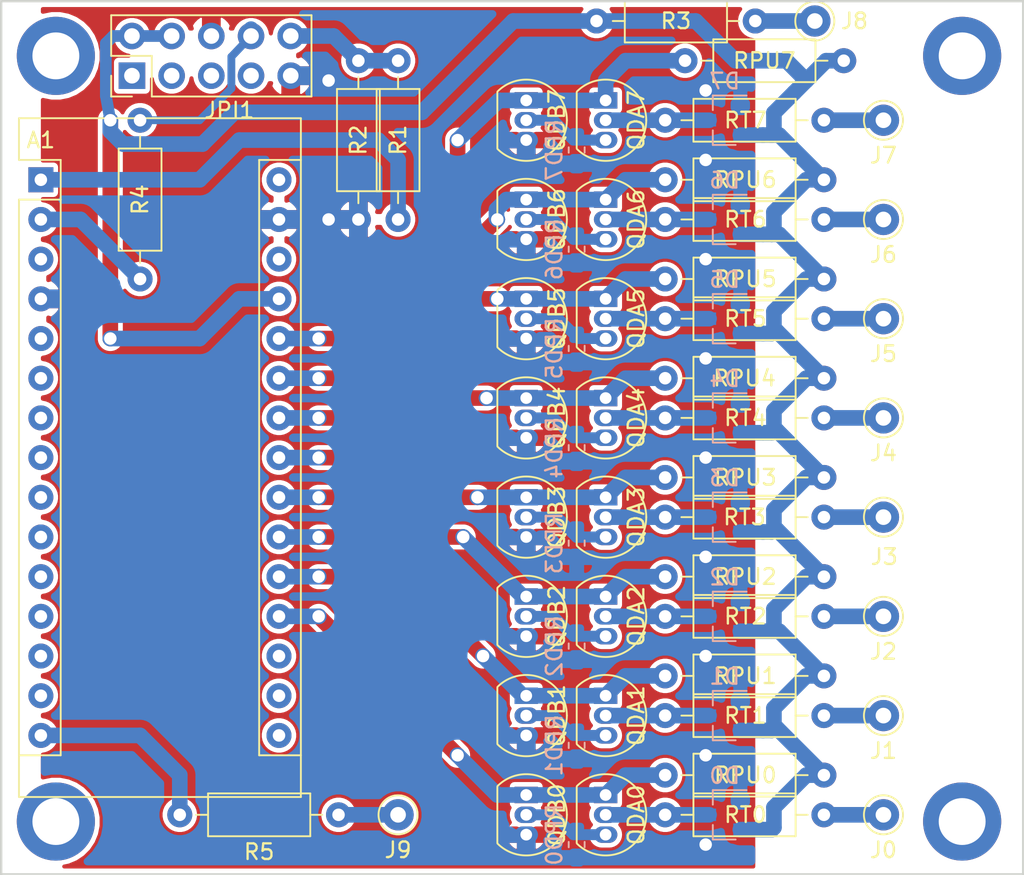
<source format=kicad_pcb>
(kicad_pcb (version 20171130) (host pcbnew 5.1.6-c6e7f7d~86~ubuntu19.10.1)

  (general
    (thickness 1.6)
    (drawings 8)
    (tracks 267)
    (zones 0)
    (modules 65)
    (nets 62)
  )

  (page A4)
  (layers
    (0 F.Cu signal hide)
    (31 B.Cu signal hide)
    (32 B.Adhes user)
    (33 F.Adhes user)
    (34 B.Paste user)
    (35 F.Paste user)
    (36 B.SilkS user)
    (37 F.SilkS user)
    (38 B.Mask user)
    (39 F.Mask user)
    (40 Dwgs.User user)
    (41 Cmts.User user)
    (42 Eco1.User user)
    (43 Eco2.User user)
    (44 Edge.Cuts user)
    (45 Margin user)
    (46 B.CrtYd user)
    (47 F.CrtYd user)
    (48 B.Fab user hide)
    (49 F.Fab user hide)
  )

  (setup
    (last_trace_width 1)
    (trace_clearance 0.1)
    (zone_clearance 0.3)
    (zone_45_only no)
    (trace_min 0.2)
    (via_size 1)
    (via_drill 0.8)
    (via_min_size 0.4)
    (via_min_drill 0.3)
    (uvia_size 0.3)
    (uvia_drill 0.1)
    (uvias_allowed no)
    (uvia_min_size 0.2)
    (uvia_min_drill 0.1)
    (edge_width 0.15)
    (segment_width 0.2)
    (pcb_text_width 0.3)
    (pcb_text_size 1.5 1.5)
    (mod_edge_width 0.15)
    (mod_text_size 1 1)
    (mod_text_width 0.15)
    (pad_size 1.524 1.524)
    (pad_drill 0.762)
    (pad_to_mask_clearance 0.051)
    (solder_mask_min_width 0.25)
    (aux_axis_origin 0 0)
    (visible_elements FFFFFF7F)
    (pcbplotparams
      (layerselection 0x010f0_ffffffff)
      (usegerberextensions true)
      (usegerberattributes false)
      (usegerberadvancedattributes false)
      (creategerberjobfile false)
      (excludeedgelayer true)
      (linewidth 0.100000)
      (plotframeref false)
      (viasonmask false)
      (mode 1)
      (useauxorigin false)
      (hpglpennumber 1)
      (hpglpenspeed 20)
      (hpglpendiameter 15.000000)
      (psnegative false)
      (psa4output false)
      (plotreference true)
      (plotvalue true)
      (plotinvisibletext false)
      (padsonsilk false)
      (subtractmaskfromsilk false)
      (outputformat 1)
      (mirror false)
      (drillshape 0)
      (scaleselection 1)
      (outputdirectory "plots"))
  )

  (net 0 "")
  (net 1 TX_ARDUINO)
  (net 2 RX_ARDUINO)
  (net 3 A0)
  (net 4 GND)
  (net 5 A1)
  (net 6 A2)
  (net 7 A3)
  (net 8 A4)
  (net 9 A5)
  (net 10 A6)
  (net 11 A7)
  (net 12 VCC)
  (net 13 "Net-(J0-Pad1)")
  (net 14 "Net-(J1-Pad1)")
  (net 15 "Net-(J2-Pad1)")
  (net 16 "Net-(J3-Pad1)")
  (net 17 "Net-(J4-Pad1)")
  (net 18 "Net-(J5-Pad1)")
  (net 19 "Net-(J6-Pad1)")
  (net 20 "Net-(J7-Pad1)")
  (net 21 "Net-(J8-Pad1)")
  (net 22 "Net-(JPI1-Pad8)")
  (net 23 "Net-(JPI1-Pad10)")
  (net 24 "Net-(QDA0-Pad3)")
  (net 25 "Net-(QDA1-Pad3)")
  (net 26 "Net-(QDA2-Pad3)")
  (net 27 "Net-(QDA3-Pad3)")
  (net 28 "Net-(QDA4-Pad3)")
  (net 29 "Net-(QDA5-Pad3)")
  (net 30 "Net-(QDA6-Pad3)")
  (net 31 "Net-(QDA7-Pad3)")
  (net 32 "Net-(D0-Pad3)")
  (net 33 "Net-(D1-Pad3)")
  (net 34 "Net-(D2-Pad3)")
  (net 35 "Net-(D3-Pad3)")
  (net 36 "Net-(D4-Pad3)")
  (net 37 "Net-(D5-Pad3)")
  (net 38 "Net-(D6-Pad3)")
  (net 39 "Net-(D7-Pad3)")
  (net 40 "Net-(A1-Pad17)")
  (net 41 "Net-(A1-Pad18)")
  (net 42 "Net-(A1-Pad3)")
  (net 43 "Net-(A1-Pad5)")
  (net 44 "Net-(A1-Pad6)")
  (net 45 "Net-(A1-Pad7)")
  (net 46 "Net-(A1-Pad8)")
  (net 47 "Net-(A1-Pad9)")
  (net 48 "Net-(A1-Pad10)")
  (net 49 "Net-(A1-Pad11)")
  (net 50 "Net-(A1-Pad12)")
  (net 51 "Net-(A1-Pad28)")
  (net 52 "Net-(A1-Pad13)")
  (net 53 "Net-(A1-Pad14)")
  (net 54 "Net-(A1-Pad30)")
  (net 55 "Net-(A1-Pad15)")
  (net 56 "Net-(A1-Pad16)")
  (net 57 "Net-(JPI1-Pad1)")
  (net 58 "Net-(JPI1-Pad3)")
  (net 59 "Net-(JPI1-Pad5)")
  (net 60 "Net-(JPI1-Pad7)")
  (net 61 "Net-(J9-Pad1)")

  (net_class Default "This is the default net class."
    (clearance 0.1)
    (trace_width 1)
    (via_dia 1)
    (via_drill 0.8)
    (uvia_dia 0.3)
    (uvia_drill 0.1)
    (add_net A0)
    (add_net A1)
    (add_net A2)
    (add_net A3)
    (add_net A4)
    (add_net A5)
    (add_net A6)
    (add_net A7)
    (add_net GND)
    (add_net "Net-(A1-Pad10)")
    (add_net "Net-(A1-Pad11)")
    (add_net "Net-(A1-Pad12)")
    (add_net "Net-(A1-Pad13)")
    (add_net "Net-(A1-Pad14)")
    (add_net "Net-(A1-Pad15)")
    (add_net "Net-(A1-Pad16)")
    (add_net "Net-(A1-Pad17)")
    (add_net "Net-(A1-Pad18)")
    (add_net "Net-(A1-Pad28)")
    (add_net "Net-(A1-Pad3)")
    (add_net "Net-(A1-Pad30)")
    (add_net "Net-(A1-Pad5)")
    (add_net "Net-(A1-Pad6)")
    (add_net "Net-(A1-Pad7)")
    (add_net "Net-(A1-Pad8)")
    (add_net "Net-(A1-Pad9)")
    (add_net "Net-(D0-Pad3)")
    (add_net "Net-(D1-Pad3)")
    (add_net "Net-(D2-Pad3)")
    (add_net "Net-(D3-Pad3)")
    (add_net "Net-(D4-Pad3)")
    (add_net "Net-(D5-Pad3)")
    (add_net "Net-(D6-Pad3)")
    (add_net "Net-(D7-Pad3)")
    (add_net "Net-(J0-Pad1)")
    (add_net "Net-(J1-Pad1)")
    (add_net "Net-(J2-Pad1)")
    (add_net "Net-(J3-Pad1)")
    (add_net "Net-(J4-Pad1)")
    (add_net "Net-(J5-Pad1)")
    (add_net "Net-(J6-Pad1)")
    (add_net "Net-(J7-Pad1)")
    (add_net "Net-(J8-Pad1)")
    (add_net "Net-(J9-Pad1)")
    (add_net "Net-(JPI1-Pad1)")
    (add_net "Net-(JPI1-Pad10)")
    (add_net "Net-(JPI1-Pad3)")
    (add_net "Net-(JPI1-Pad5)")
    (add_net "Net-(JPI1-Pad7)")
    (add_net "Net-(JPI1-Pad8)")
    (add_net "Net-(QDA0-Pad3)")
    (add_net "Net-(QDA1-Pad3)")
    (add_net "Net-(QDA2-Pad3)")
    (add_net "Net-(QDA3-Pad3)")
    (add_net "Net-(QDA4-Pad3)")
    (add_net "Net-(QDA5-Pad3)")
    (add_net "Net-(QDA6-Pad3)")
    (add_net "Net-(QDA7-Pad3)")
    (add_net RX_ARDUINO)
    (add_net TX_ARDUINO)
    (add_net VCC)
  )

  (module Module:Arduino_Nano (layer F.Cu) (tedit 58ACAF70) (tstamp 5E3A6417)
    (at 15.24 24.13)
    (descr "Arduino Nano, http://www.mouser.com/pdfdocs/Gravitech_Arduino_Nano3_0.pdf")
    (tags "Arduino Nano")
    (path /5E2DE164)
    (fp_text reference A1 (at 0 -2.54) (layer F.SilkS)
      (effects (font (size 1 1) (thickness 0.15)))
    )
    (fp_text value Arduino_Nano_v3.x (at 8.89 19.05 90) (layer F.Fab)
      (effects (font (size 1 1) (thickness 0.15)))
    )
    (fp_line (start 16.75 42.16) (end -1.53 42.16) (layer F.CrtYd) (width 0.05))
    (fp_line (start 16.75 42.16) (end 16.75 -4.06) (layer F.CrtYd) (width 0.05))
    (fp_line (start -1.53 -4.06) (end -1.53 42.16) (layer F.CrtYd) (width 0.05))
    (fp_line (start -1.53 -4.06) (end 16.75 -4.06) (layer F.CrtYd) (width 0.05))
    (fp_line (start 16.51 -3.81) (end 16.51 39.37) (layer F.Fab) (width 0.1))
    (fp_line (start 0 -3.81) (end 16.51 -3.81) (layer F.Fab) (width 0.1))
    (fp_line (start -1.27 -2.54) (end 0 -3.81) (layer F.Fab) (width 0.1))
    (fp_line (start -1.27 39.37) (end -1.27 -2.54) (layer F.Fab) (width 0.1))
    (fp_line (start 16.51 39.37) (end -1.27 39.37) (layer F.Fab) (width 0.1))
    (fp_line (start 16.64 -3.94) (end -1.4 -3.94) (layer F.SilkS) (width 0.12))
    (fp_line (start 16.64 39.5) (end 16.64 -3.94) (layer F.SilkS) (width 0.12))
    (fp_line (start -1.4 39.5) (end 16.64 39.5) (layer F.SilkS) (width 0.12))
    (fp_line (start 3.81 41.91) (end 3.81 31.75) (layer F.Fab) (width 0.1))
    (fp_line (start 11.43 41.91) (end 3.81 41.91) (layer F.Fab) (width 0.1))
    (fp_line (start 11.43 31.75) (end 11.43 41.91) (layer F.Fab) (width 0.1))
    (fp_line (start 3.81 31.75) (end 11.43 31.75) (layer F.Fab) (width 0.1))
    (fp_line (start 1.27 36.83) (end -1.4 36.83) (layer F.SilkS) (width 0.12))
    (fp_line (start 1.27 1.27) (end 1.27 36.83) (layer F.SilkS) (width 0.12))
    (fp_line (start 1.27 1.27) (end -1.4 1.27) (layer F.SilkS) (width 0.12))
    (fp_line (start 13.97 36.83) (end 16.64 36.83) (layer F.SilkS) (width 0.12))
    (fp_line (start 13.97 -1.27) (end 13.97 36.83) (layer F.SilkS) (width 0.12))
    (fp_line (start 13.97 -1.27) (end 16.64 -1.27) (layer F.SilkS) (width 0.12))
    (fp_line (start -1.4 -3.94) (end -1.4 -1.27) (layer F.SilkS) (width 0.12))
    (fp_line (start -1.4 1.27) (end -1.4 39.5) (layer F.SilkS) (width 0.12))
    (fp_line (start 1.27 -1.27) (end -1.4 -1.27) (layer F.SilkS) (width 0.12))
    (fp_line (start 1.27 1.27) (end 1.27 -1.27) (layer F.SilkS) (width 0.12))
    (fp_text user %R (at 6.35 19.05 90) (layer F.Fab)
      (effects (font (size 1 1) (thickness 0.15)))
    )
    (pad 1 thru_hole rect (at 0 0) (size 1.6 1.6) (drill 0.8) (layers *.Cu *.Mask)
      (net 1 TX_ARDUINO))
    (pad 17 thru_hole oval (at 15.24 33.02) (size 1.6 1.6) (drill 0.8) (layers *.Cu *.Mask)
      (net 40 "Net-(A1-Pad17)"))
    (pad 2 thru_hole oval (at 0 2.54) (size 1.6 1.6) (drill 0.8) (layers *.Cu *.Mask)
      (net 2 RX_ARDUINO))
    (pad 18 thru_hole oval (at 15.24 30.48) (size 1.6 1.6) (drill 0.8) (layers *.Cu *.Mask)
      (net 41 "Net-(A1-Pad18)"))
    (pad 3 thru_hole oval (at 0 5.08) (size 1.6 1.6) (drill 0.8) (layers *.Cu *.Mask)
      (net 42 "Net-(A1-Pad3)"))
    (pad 19 thru_hole oval (at 15.24 27.94) (size 1.6 1.6) (drill 0.8) (layers *.Cu *.Mask)
      (net 3 A0))
    (pad 4 thru_hole oval (at 0 7.62) (size 1.6 1.6) (drill 0.8) (layers *.Cu *.Mask)
      (net 4 GND))
    (pad 20 thru_hole oval (at 15.24 25.4) (size 1.6 1.6) (drill 0.8) (layers *.Cu *.Mask)
      (net 5 A1))
    (pad 5 thru_hole oval (at 0 10.16) (size 1.6 1.6) (drill 0.8) (layers *.Cu *.Mask)
      (net 43 "Net-(A1-Pad5)"))
    (pad 21 thru_hole oval (at 15.24 22.86) (size 1.6 1.6) (drill 0.8) (layers *.Cu *.Mask)
      (net 6 A2))
    (pad 6 thru_hole oval (at 0 12.7) (size 1.6 1.6) (drill 0.8) (layers *.Cu *.Mask)
      (net 44 "Net-(A1-Pad6)"))
    (pad 22 thru_hole oval (at 15.24 20.32) (size 1.6 1.6) (drill 0.8) (layers *.Cu *.Mask)
      (net 7 A3))
    (pad 7 thru_hole oval (at 0 15.24) (size 1.6 1.6) (drill 0.8) (layers *.Cu *.Mask)
      (net 45 "Net-(A1-Pad7)"))
    (pad 23 thru_hole oval (at 15.24 17.78) (size 1.6 1.6) (drill 0.8) (layers *.Cu *.Mask)
      (net 8 A4))
    (pad 8 thru_hole oval (at 0 17.78) (size 1.6 1.6) (drill 0.8) (layers *.Cu *.Mask)
      (net 46 "Net-(A1-Pad8)"))
    (pad 24 thru_hole oval (at 15.24 15.24) (size 1.6 1.6) (drill 0.8) (layers *.Cu *.Mask)
      (net 9 A5))
    (pad 9 thru_hole oval (at 0 20.32) (size 1.6 1.6) (drill 0.8) (layers *.Cu *.Mask)
      (net 47 "Net-(A1-Pad9)"))
    (pad 25 thru_hole oval (at 15.24 12.7) (size 1.6 1.6) (drill 0.8) (layers *.Cu *.Mask)
      (net 10 A6))
    (pad 10 thru_hole oval (at 0 22.86) (size 1.6 1.6) (drill 0.8) (layers *.Cu *.Mask)
      (net 48 "Net-(A1-Pad10)"))
    (pad 26 thru_hole oval (at 15.24 10.16) (size 1.6 1.6) (drill 0.8) (layers *.Cu *.Mask)
      (net 11 A7))
    (pad 11 thru_hole oval (at 0 25.4) (size 1.6 1.6) (drill 0.8) (layers *.Cu *.Mask)
      (net 49 "Net-(A1-Pad11)"))
    (pad 27 thru_hole oval (at 15.24 7.62) (size 1.6 1.6) (drill 0.8) (layers *.Cu *.Mask)
      (net 12 VCC))
    (pad 12 thru_hole oval (at 0 27.94) (size 1.6 1.6) (drill 0.8) (layers *.Cu *.Mask)
      (net 50 "Net-(A1-Pad12)"))
    (pad 28 thru_hole oval (at 15.24 5.08) (size 1.6 1.6) (drill 0.8) (layers *.Cu *.Mask)
      (net 51 "Net-(A1-Pad28)"))
    (pad 13 thru_hole oval (at 0 30.48) (size 1.6 1.6) (drill 0.8) (layers *.Cu *.Mask)
      (net 52 "Net-(A1-Pad13)"))
    (pad 29 thru_hole oval (at 15.24 2.54) (size 1.6 1.6) (drill 0.8) (layers *.Cu *.Mask)
      (net 4 GND))
    (pad 14 thru_hole oval (at 0 33.02) (size 1.6 1.6) (drill 0.8) (layers *.Cu *.Mask)
      (net 53 "Net-(A1-Pad14)"))
    (pad 30 thru_hole oval (at 15.24 0) (size 1.6 1.6) (drill 0.8) (layers *.Cu *.Mask)
      (net 54 "Net-(A1-Pad30)"))
    (pad 15 thru_hole oval (at 0 35.56) (size 1.6 1.6) (drill 0.8) (layers *.Cu *.Mask)
      (net 55 "Net-(A1-Pad15)"))
    (pad 16 thru_hole oval (at 15.24 35.56) (size 1.6 1.6) (drill 0.8) (layers *.Cu *.Mask)
      (net 56 "Net-(A1-Pad16)"))
    (model ${KISYS3DMOD}/Module.3dshapes/Arduino_Nano_WithMountingHoles.wrl
      (at (xyz 0 0 0))
      (scale (xyz 1 1 1))
      (rotate (xyz 0 0 0))
    )
  )

  (module Package_TO_SOT_SMD:SOT-23 (layer B.Cu) (tedit 5A02FF57) (tstamp 5E3A4108)
    (at 59.002575 64.77 180)
    (descr "SOT-23, Standard")
    (tags SOT-23)
    (path /5E2D8D32)
    (attr smd)
    (fp_text reference D0 (at 0 2.5 180) (layer B.SilkS)
      (effects (font (size 1 1) (thickness 0.15)) (justify mirror))
    )
    (fp_text value BAV99 (at 0 -2.5 180) (layer B.Fab)
      (effects (font (size 1 1) (thickness 0.15)) (justify mirror))
    )
    (fp_line (start 0.76 -1.58) (end -0.7 -1.58) (layer B.SilkS) (width 0.12))
    (fp_line (start 0.76 1.58) (end -1.4 1.58) (layer B.SilkS) (width 0.12))
    (fp_line (start -1.7 -1.75) (end -1.7 1.75) (layer B.CrtYd) (width 0.05))
    (fp_line (start 1.7 -1.75) (end -1.7 -1.75) (layer B.CrtYd) (width 0.05))
    (fp_line (start 1.7 1.75) (end 1.7 -1.75) (layer B.CrtYd) (width 0.05))
    (fp_line (start -1.7 1.75) (end 1.7 1.75) (layer B.CrtYd) (width 0.05))
    (fp_line (start 0.76 1.58) (end 0.76 0.65) (layer B.SilkS) (width 0.12))
    (fp_line (start 0.76 -1.58) (end 0.76 -0.65) (layer B.SilkS) (width 0.12))
    (fp_line (start -0.7 -1.52) (end 0.7 -1.52) (layer B.Fab) (width 0.1))
    (fp_line (start 0.7 1.52) (end 0.7 -1.52) (layer B.Fab) (width 0.1))
    (fp_line (start -0.7 0.95) (end -0.15 1.52) (layer B.Fab) (width 0.1))
    (fp_line (start -0.15 1.52) (end 0.7 1.52) (layer B.Fab) (width 0.1))
    (fp_line (start -0.7 0.95) (end -0.7 -1.5) (layer B.Fab) (width 0.1))
    (fp_text user %R (at 0 0 90) (layer B.Fab)
      (effects (font (size 0.5 0.5) (thickness 0.075)) (justify mirror))
    )
    (pad 1 smd rect (at -1 0.95 180) (size 0.9 0.8) (layers B.Cu B.Paste B.Mask)
      (net 4 GND))
    (pad 2 smd rect (at -1 -0.95 180) (size 0.9 0.8) (layers B.Cu B.Paste B.Mask)
      (net 12 VCC))
    (pad 3 smd rect (at 1 0 180) (size 0.9 0.8) (layers B.Cu B.Paste B.Mask)
      (net 32 "Net-(D0-Pad3)"))
    (model ${KISYS3DMOD}/Package_TO_SOT_SMD.3dshapes/SOT-23.wrl
      (at (xyz 0 0 0))
      (scale (xyz 1 1 1))
      (rotate (xyz 0 0 0))
    )
  )

  (module Package_TO_SOT_SMD:SOT-23 (layer B.Cu) (tedit 5A02FF57) (tstamp 5E3A1536)
    (at 59.002575 58.42 180)
    (descr "SOT-23, Standard")
    (tags SOT-23)
    (path /5E35129E)
    (attr smd)
    (fp_text reference D1 (at 0 2.5 180) (layer B.SilkS)
      (effects (font (size 1 1) (thickness 0.15)) (justify mirror))
    )
    (fp_text value BAV99 (at 0 -2.5 180) (layer B.Fab)
      (effects (font (size 1 1) (thickness 0.15)) (justify mirror))
    )
    (fp_line (start 0.76 -1.58) (end -0.7 -1.58) (layer B.SilkS) (width 0.12))
    (fp_line (start 0.76 1.58) (end -1.4 1.58) (layer B.SilkS) (width 0.12))
    (fp_line (start -1.7 -1.75) (end -1.7 1.75) (layer B.CrtYd) (width 0.05))
    (fp_line (start 1.7 -1.75) (end -1.7 -1.75) (layer B.CrtYd) (width 0.05))
    (fp_line (start 1.7 1.75) (end 1.7 -1.75) (layer B.CrtYd) (width 0.05))
    (fp_line (start -1.7 1.75) (end 1.7 1.75) (layer B.CrtYd) (width 0.05))
    (fp_line (start 0.76 1.58) (end 0.76 0.65) (layer B.SilkS) (width 0.12))
    (fp_line (start 0.76 -1.58) (end 0.76 -0.65) (layer B.SilkS) (width 0.12))
    (fp_line (start -0.7 -1.52) (end 0.7 -1.52) (layer B.Fab) (width 0.1))
    (fp_line (start 0.7 1.52) (end 0.7 -1.52) (layer B.Fab) (width 0.1))
    (fp_line (start -0.7 0.95) (end -0.15 1.52) (layer B.Fab) (width 0.1))
    (fp_line (start -0.15 1.52) (end 0.7 1.52) (layer B.Fab) (width 0.1))
    (fp_line (start -0.7 0.95) (end -0.7 -1.5) (layer B.Fab) (width 0.1))
    (fp_text user %R (at 0 0 90) (layer B.Fab)
      (effects (font (size 0.5 0.5) (thickness 0.075)) (justify mirror))
    )
    (pad 1 smd rect (at -1 0.95 180) (size 0.9 0.8) (layers B.Cu B.Paste B.Mask)
      (net 4 GND))
    (pad 2 smd rect (at -1 -0.95 180) (size 0.9 0.8) (layers B.Cu B.Paste B.Mask)
      (net 12 VCC))
    (pad 3 smd rect (at 1 0 180) (size 0.9 0.8) (layers B.Cu B.Paste B.Mask)
      (net 33 "Net-(D1-Pad3)"))
    (model ${KISYS3DMOD}/Package_TO_SOT_SMD.3dshapes/SOT-23.wrl
      (at (xyz 0 0 0))
      (scale (xyz 1 1 1))
      (rotate (xyz 0 0 0))
    )
  )

  (module Package_TO_SOT_SMD:SOT-23 (layer B.Cu) (tedit 5A02FF57) (tstamp 5E3A154B)
    (at 59.002575 52.07 180)
    (descr "SOT-23, Standard")
    (tags SOT-23)
    (path /5E35234F)
    (attr smd)
    (fp_text reference D2 (at 0 2.5 180) (layer B.SilkS)
      (effects (font (size 1 1) (thickness 0.15)) (justify mirror))
    )
    (fp_text value BAV99 (at 0 -2.5 180) (layer B.Fab)
      (effects (font (size 1 1) (thickness 0.15)) (justify mirror))
    )
    (fp_line (start 0.76 -1.58) (end -0.7 -1.58) (layer B.SilkS) (width 0.12))
    (fp_line (start 0.76 1.58) (end -1.4 1.58) (layer B.SilkS) (width 0.12))
    (fp_line (start -1.7 -1.75) (end -1.7 1.75) (layer B.CrtYd) (width 0.05))
    (fp_line (start 1.7 -1.75) (end -1.7 -1.75) (layer B.CrtYd) (width 0.05))
    (fp_line (start 1.7 1.75) (end 1.7 -1.75) (layer B.CrtYd) (width 0.05))
    (fp_line (start -1.7 1.75) (end 1.7 1.75) (layer B.CrtYd) (width 0.05))
    (fp_line (start 0.76 1.58) (end 0.76 0.65) (layer B.SilkS) (width 0.12))
    (fp_line (start 0.76 -1.58) (end 0.76 -0.65) (layer B.SilkS) (width 0.12))
    (fp_line (start -0.7 -1.52) (end 0.7 -1.52) (layer B.Fab) (width 0.1))
    (fp_line (start 0.7 1.52) (end 0.7 -1.52) (layer B.Fab) (width 0.1))
    (fp_line (start -0.7 0.95) (end -0.15 1.52) (layer B.Fab) (width 0.1))
    (fp_line (start -0.15 1.52) (end 0.7 1.52) (layer B.Fab) (width 0.1))
    (fp_line (start -0.7 0.95) (end -0.7 -1.5) (layer B.Fab) (width 0.1))
    (fp_text user %R (at 0 0 90) (layer B.Fab)
      (effects (font (size 0.5 0.5) (thickness 0.075)) (justify mirror))
    )
    (pad 1 smd rect (at -1 0.95 180) (size 0.9 0.8) (layers B.Cu B.Paste B.Mask)
      (net 4 GND))
    (pad 2 smd rect (at -1 -0.95 180) (size 0.9 0.8) (layers B.Cu B.Paste B.Mask)
      (net 12 VCC))
    (pad 3 smd rect (at 1 0 180) (size 0.9 0.8) (layers B.Cu B.Paste B.Mask)
      (net 34 "Net-(D2-Pad3)"))
    (model ${KISYS3DMOD}/Package_TO_SOT_SMD.3dshapes/SOT-23.wrl
      (at (xyz 0 0 0))
      (scale (xyz 1 1 1))
      (rotate (xyz 0 0 0))
    )
  )

  (module Package_TO_SOT_SMD:SOT-23 (layer B.Cu) (tedit 5A02FF57) (tstamp 5E3A4DE1)
    (at 59.002575 45.72 180)
    (descr "SOT-23, Standard")
    (tags SOT-23)
    (path /5E3523A9)
    (attr smd)
    (fp_text reference D3 (at 0 2.5 180) (layer B.SilkS)
      (effects (font (size 1 1) (thickness 0.15)) (justify mirror))
    )
    (fp_text value BAV99 (at 0 -2.5 180) (layer B.Fab)
      (effects (font (size 1 1) (thickness 0.15)) (justify mirror))
    )
    (fp_line (start -0.7 0.95) (end -0.7 -1.5) (layer B.Fab) (width 0.1))
    (fp_line (start -0.15 1.52) (end 0.7 1.52) (layer B.Fab) (width 0.1))
    (fp_line (start -0.7 0.95) (end -0.15 1.52) (layer B.Fab) (width 0.1))
    (fp_line (start 0.7 1.52) (end 0.7 -1.52) (layer B.Fab) (width 0.1))
    (fp_line (start -0.7 -1.52) (end 0.7 -1.52) (layer B.Fab) (width 0.1))
    (fp_line (start 0.76 -1.58) (end 0.76 -0.65) (layer B.SilkS) (width 0.12))
    (fp_line (start 0.76 1.58) (end 0.76 0.65) (layer B.SilkS) (width 0.12))
    (fp_line (start -1.7 1.75) (end 1.7 1.75) (layer B.CrtYd) (width 0.05))
    (fp_line (start 1.7 1.75) (end 1.7 -1.75) (layer B.CrtYd) (width 0.05))
    (fp_line (start 1.7 -1.75) (end -1.7 -1.75) (layer B.CrtYd) (width 0.05))
    (fp_line (start -1.7 -1.75) (end -1.7 1.75) (layer B.CrtYd) (width 0.05))
    (fp_line (start 0.76 1.58) (end -1.4 1.58) (layer B.SilkS) (width 0.12))
    (fp_line (start 0.76 -1.58) (end -0.7 -1.58) (layer B.SilkS) (width 0.12))
    (fp_text user %R (at 0 0 90) (layer B.Fab)
      (effects (font (size 0.5 0.5) (thickness 0.075)) (justify mirror))
    )
    (pad 3 smd rect (at 1 0 180) (size 0.9 0.8) (layers B.Cu B.Paste B.Mask)
      (net 35 "Net-(D3-Pad3)"))
    (pad 2 smd rect (at -1 -0.95 180) (size 0.9 0.8) (layers B.Cu B.Paste B.Mask)
      (net 12 VCC))
    (pad 1 smd rect (at -1 0.95 180) (size 0.9 0.8) (layers B.Cu B.Paste B.Mask)
      (net 4 GND))
    (model ${KISYS3DMOD}/Package_TO_SOT_SMD.3dshapes/SOT-23.wrl
      (at (xyz 0 0 0))
      (scale (xyz 1 1 1))
      (rotate (xyz 0 0 0))
    )
  )

  (module Package_TO_SOT_SMD:SOT-23 (layer B.Cu) (tedit 5A02FF57) (tstamp 5E3A1575)
    (at 59.002575 39.37 180)
    (descr "SOT-23, Standard")
    (tags SOT-23)
    (path /5E354530)
    (attr smd)
    (fp_text reference D4 (at 0 2.5 180) (layer B.SilkS)
      (effects (font (size 1 1) (thickness 0.15)) (justify mirror))
    )
    (fp_text value BAV99 (at 0 -2.5 180) (layer B.Fab)
      (effects (font (size 1 1) (thickness 0.15)) (justify mirror))
    )
    (fp_line (start -0.7 0.95) (end -0.7 -1.5) (layer B.Fab) (width 0.1))
    (fp_line (start -0.15 1.52) (end 0.7 1.52) (layer B.Fab) (width 0.1))
    (fp_line (start -0.7 0.95) (end -0.15 1.52) (layer B.Fab) (width 0.1))
    (fp_line (start 0.7 1.52) (end 0.7 -1.52) (layer B.Fab) (width 0.1))
    (fp_line (start -0.7 -1.52) (end 0.7 -1.52) (layer B.Fab) (width 0.1))
    (fp_line (start 0.76 -1.58) (end 0.76 -0.65) (layer B.SilkS) (width 0.12))
    (fp_line (start 0.76 1.58) (end 0.76 0.65) (layer B.SilkS) (width 0.12))
    (fp_line (start -1.7 1.75) (end 1.7 1.75) (layer B.CrtYd) (width 0.05))
    (fp_line (start 1.7 1.75) (end 1.7 -1.75) (layer B.CrtYd) (width 0.05))
    (fp_line (start 1.7 -1.75) (end -1.7 -1.75) (layer B.CrtYd) (width 0.05))
    (fp_line (start -1.7 -1.75) (end -1.7 1.75) (layer B.CrtYd) (width 0.05))
    (fp_line (start 0.76 1.58) (end -1.4 1.58) (layer B.SilkS) (width 0.12))
    (fp_line (start 0.76 -1.58) (end -0.7 -1.58) (layer B.SilkS) (width 0.12))
    (fp_text user %R (at 0 0 90) (layer B.Fab)
      (effects (font (size 0.5 0.5) (thickness 0.075)) (justify mirror))
    )
    (pad 3 smd rect (at 1 0 180) (size 0.9 0.8) (layers B.Cu B.Paste B.Mask)
      (net 36 "Net-(D4-Pad3)"))
    (pad 2 smd rect (at -1 -0.95 180) (size 0.9 0.8) (layers B.Cu B.Paste B.Mask)
      (net 12 VCC))
    (pad 1 smd rect (at -1 0.95 180) (size 0.9 0.8) (layers B.Cu B.Paste B.Mask)
      (net 4 GND))
    (model ${KISYS3DMOD}/Package_TO_SOT_SMD.3dshapes/SOT-23.wrl
      (at (xyz 0 0 0))
      (scale (xyz 1 1 1))
      (rotate (xyz 0 0 0))
    )
  )

  (module Package_TO_SOT_SMD:SOT-23 (layer B.Cu) (tedit 5A02FF57) (tstamp 5E3A158A)
    (at 59.002575 33.02 180)
    (descr "SOT-23, Standard")
    (tags SOT-23)
    (path /5E35458A)
    (attr smd)
    (fp_text reference D5 (at 0 2.5 180) (layer B.SilkS)
      (effects (font (size 1 1) (thickness 0.15)) (justify mirror))
    )
    (fp_text value BAV99 (at 0 -2.5 180) (layer B.Fab)
      (effects (font (size 1 1) (thickness 0.15)) (justify mirror))
    )
    (fp_line (start -0.7 0.95) (end -0.7 -1.5) (layer B.Fab) (width 0.1))
    (fp_line (start -0.15 1.52) (end 0.7 1.52) (layer B.Fab) (width 0.1))
    (fp_line (start -0.7 0.95) (end -0.15 1.52) (layer B.Fab) (width 0.1))
    (fp_line (start 0.7 1.52) (end 0.7 -1.52) (layer B.Fab) (width 0.1))
    (fp_line (start -0.7 -1.52) (end 0.7 -1.52) (layer B.Fab) (width 0.1))
    (fp_line (start 0.76 -1.58) (end 0.76 -0.65) (layer B.SilkS) (width 0.12))
    (fp_line (start 0.76 1.58) (end 0.76 0.65) (layer B.SilkS) (width 0.12))
    (fp_line (start -1.7 1.75) (end 1.7 1.75) (layer B.CrtYd) (width 0.05))
    (fp_line (start 1.7 1.75) (end 1.7 -1.75) (layer B.CrtYd) (width 0.05))
    (fp_line (start 1.7 -1.75) (end -1.7 -1.75) (layer B.CrtYd) (width 0.05))
    (fp_line (start -1.7 -1.75) (end -1.7 1.75) (layer B.CrtYd) (width 0.05))
    (fp_line (start 0.76 1.58) (end -1.4 1.58) (layer B.SilkS) (width 0.12))
    (fp_line (start 0.76 -1.58) (end -0.7 -1.58) (layer B.SilkS) (width 0.12))
    (fp_text user %R (at 0 0 90) (layer B.Fab)
      (effects (font (size 0.5 0.5) (thickness 0.075)) (justify mirror))
    )
    (pad 3 smd rect (at 1 0 180) (size 0.9 0.8) (layers B.Cu B.Paste B.Mask)
      (net 37 "Net-(D5-Pad3)"))
    (pad 2 smd rect (at -1 -0.95 180) (size 0.9 0.8) (layers B.Cu B.Paste B.Mask)
      (net 12 VCC))
    (pad 1 smd rect (at -1 0.95 180) (size 0.9 0.8) (layers B.Cu B.Paste B.Mask)
      (net 4 GND))
    (model ${KISYS3DMOD}/Package_TO_SOT_SMD.3dshapes/SOT-23.wrl
      (at (xyz 0 0 0))
      (scale (xyz 1 1 1))
      (rotate (xyz 0 0 0))
    )
  )

  (module Package_TO_SOT_SMD:SOT-23 (layer B.Cu) (tedit 5A02FF57) (tstamp 5E3A5BEA)
    (at 59.002575 26.67 180)
    (descr "SOT-23, Standard")
    (tags SOT-23)
    (path /5E3545E4)
    (attr smd)
    (fp_text reference D6 (at 0 2.5 180) (layer B.SilkS)
      (effects (font (size 1 1) (thickness 0.15)) (justify mirror))
    )
    (fp_text value BAV99 (at 0 -2.5 180) (layer B.Fab)
      (effects (font (size 1 1) (thickness 0.15)) (justify mirror))
    )
    (fp_line (start -0.7 0.95) (end -0.7 -1.5) (layer B.Fab) (width 0.1))
    (fp_line (start -0.15 1.52) (end 0.7 1.52) (layer B.Fab) (width 0.1))
    (fp_line (start -0.7 0.95) (end -0.15 1.52) (layer B.Fab) (width 0.1))
    (fp_line (start 0.7 1.52) (end 0.7 -1.52) (layer B.Fab) (width 0.1))
    (fp_line (start -0.7 -1.52) (end 0.7 -1.52) (layer B.Fab) (width 0.1))
    (fp_line (start 0.76 -1.58) (end 0.76 -0.65) (layer B.SilkS) (width 0.12))
    (fp_line (start 0.76 1.58) (end 0.76 0.65) (layer B.SilkS) (width 0.12))
    (fp_line (start -1.7 1.75) (end 1.7 1.75) (layer B.CrtYd) (width 0.05))
    (fp_line (start 1.7 1.75) (end 1.7 -1.75) (layer B.CrtYd) (width 0.05))
    (fp_line (start 1.7 -1.75) (end -1.7 -1.75) (layer B.CrtYd) (width 0.05))
    (fp_line (start -1.7 -1.75) (end -1.7 1.75) (layer B.CrtYd) (width 0.05))
    (fp_line (start 0.76 1.58) (end -1.4 1.58) (layer B.SilkS) (width 0.12))
    (fp_line (start 0.76 -1.58) (end -0.7 -1.58) (layer B.SilkS) (width 0.12))
    (fp_text user %R (at 0 0 90) (layer B.Fab)
      (effects (font (size 0.5 0.5) (thickness 0.075)) (justify mirror))
    )
    (pad 3 smd rect (at 1 0 180) (size 0.9 0.8) (layers B.Cu B.Paste B.Mask)
      (net 38 "Net-(D6-Pad3)"))
    (pad 2 smd rect (at -1 -0.95 180) (size 0.9 0.8) (layers B.Cu B.Paste B.Mask)
      (net 12 VCC))
    (pad 1 smd rect (at -1 0.95 180) (size 0.9 0.8) (layers B.Cu B.Paste B.Mask)
      (net 4 GND))
    (model ${KISYS3DMOD}/Package_TO_SOT_SMD.3dshapes/SOT-23.wrl
      (at (xyz 0 0 0))
      (scale (xyz 1 1 1))
      (rotate (xyz 0 0 0))
    )
  )

  (module Package_TO_SOT_SMD:SOT-23 (layer B.Cu) (tedit 5A02FF57) (tstamp 5E3A15B4)
    (at 59.002575 20.32 180)
    (descr "SOT-23, Standard")
    (tags SOT-23)
    (path /5E35463E)
    (attr smd)
    (fp_text reference D7 (at 0 2.5 180) (layer B.SilkS)
      (effects (font (size 1 1) (thickness 0.15)) (justify mirror))
    )
    (fp_text value BAV99 (at 0 -2.5 180) (layer B.Fab)
      (effects (font (size 1 1) (thickness 0.15)) (justify mirror))
    )
    (fp_line (start 0.76 -1.58) (end -0.7 -1.58) (layer B.SilkS) (width 0.12))
    (fp_line (start 0.76 1.58) (end -1.4 1.58) (layer B.SilkS) (width 0.12))
    (fp_line (start -1.7 -1.75) (end -1.7 1.75) (layer B.CrtYd) (width 0.05))
    (fp_line (start 1.7 -1.75) (end -1.7 -1.75) (layer B.CrtYd) (width 0.05))
    (fp_line (start 1.7 1.75) (end 1.7 -1.75) (layer B.CrtYd) (width 0.05))
    (fp_line (start -1.7 1.75) (end 1.7 1.75) (layer B.CrtYd) (width 0.05))
    (fp_line (start 0.76 1.58) (end 0.76 0.65) (layer B.SilkS) (width 0.12))
    (fp_line (start 0.76 -1.58) (end 0.76 -0.65) (layer B.SilkS) (width 0.12))
    (fp_line (start -0.7 -1.52) (end 0.7 -1.52) (layer B.Fab) (width 0.1))
    (fp_line (start 0.7 1.52) (end 0.7 -1.52) (layer B.Fab) (width 0.1))
    (fp_line (start -0.7 0.95) (end -0.15 1.52) (layer B.Fab) (width 0.1))
    (fp_line (start -0.15 1.52) (end 0.7 1.52) (layer B.Fab) (width 0.1))
    (fp_line (start -0.7 0.95) (end -0.7 -1.5) (layer B.Fab) (width 0.1))
    (fp_text user %R (at 0 0 90) (layer B.Fab)
      (effects (font (size 0.5 0.5) (thickness 0.075)) (justify mirror))
    )
    (pad 1 smd rect (at -1 0.95 180) (size 0.9 0.8) (layers B.Cu B.Paste B.Mask)
      (net 4 GND))
    (pad 2 smd rect (at -1 -0.95 180) (size 0.9 0.8) (layers B.Cu B.Paste B.Mask)
      (net 12 VCC))
    (pad 3 smd rect (at 1 0 180) (size 0.9 0.8) (layers B.Cu B.Paste B.Mask)
      (net 39 "Net-(D7-Pad3)"))
    (model ${KISYS3DMOD}/Package_TO_SOT_SMD.3dshapes/SOT-23.wrl
      (at (xyz 0 0 0))
      (scale (xyz 1 1 1))
      (rotate (xyz 0 0 0))
    )
  )

  (module Connector_Pin:Pin_D1.0mm_L10.0mm (layer F.Cu) (tedit 5A1DC084) (tstamp 5E3A40E2)
    (at 69.162575 64.77)
    (descr "solder Pin_ diameter 1.0mm, hole diameter 1.0mm (press fit), length 10.0mm")
    (tags "solder Pin_ press fit")
    (path /5E28E8A3)
    (fp_text reference J0 (at 0 2.25) (layer F.SilkS)
      (effects (font (size 1 1) (thickness 0.15)))
    )
    (fp_text value Conn_Touch (at 0 -2.05) (layer F.Fab)
      (effects (font (size 1 1) (thickness 0.15)))
    )
    (fp_circle (center 0 0) (end 1.5 0) (layer F.CrtYd) (width 0.05))
    (fp_circle (center 0 0) (end 0.5 0) (layer F.Fab) (width 0.12))
    (fp_circle (center 0 0) (end 1 0) (layer F.Fab) (width 0.12))
    (fp_circle (center 0 0) (end 1.25 0.05) (layer F.SilkS) (width 0.12))
    (fp_text user %R (at 0 2.25) (layer F.Fab)
      (effects (font (size 1 1) (thickness 0.15)))
    )
    (pad 1 thru_hole circle (at 0 0) (size 2 2) (drill 1) (layers *.Cu *.Mask)
      (net 13 "Net-(J0-Pad1)"))
    (model ${KISYS3DMOD}/Connector_Pin.3dshapes/Pin_D1.0mm_L10.0mm.wrl
      (at (xyz 0 0 0))
      (scale (xyz 1 1 1))
      (rotate (xyz 0 0 0))
    )
  )

  (module Connector_Pin:Pin_D1.0mm_L10.0mm (layer F.Cu) (tedit 5A1DC084) (tstamp 5E3A15C8)
    (at 69.162575 58.42)
    (descr "solder Pin_ diameter 1.0mm, hole diameter 1.0mm (press fit), length 10.0mm")
    (tags "solder Pin_ press fit")
    (path /5E351297)
    (fp_text reference J1 (at 0 2.25) (layer F.SilkS)
      (effects (font (size 1 1) (thickness 0.15)))
    )
    (fp_text value Conn_Touch (at 0 -2.05) (layer F.Fab)
      (effects (font (size 1 1) (thickness 0.15)))
    )
    (fp_circle (center 0 0) (end 1.25 0.05) (layer F.SilkS) (width 0.12))
    (fp_circle (center 0 0) (end 1 0) (layer F.Fab) (width 0.12))
    (fp_circle (center 0 0) (end 0.5 0) (layer F.Fab) (width 0.12))
    (fp_circle (center 0 0) (end 1.5 0) (layer F.CrtYd) (width 0.05))
    (fp_text user %R (at 0 2.25) (layer F.Fab)
      (effects (font (size 1 1) (thickness 0.15)))
    )
    (pad 1 thru_hole circle (at 0 0) (size 2 2) (drill 1) (layers *.Cu *.Mask)
      (net 14 "Net-(J1-Pad1)"))
    (model ${KISYS3DMOD}/Connector_Pin.3dshapes/Pin_D1.0mm_L10.0mm.wrl
      (at (xyz 0 0 0))
      (scale (xyz 1 1 1))
      (rotate (xyz 0 0 0))
    )
  )

  (module Connector_Pin:Pin_D1.0mm_L10.0mm (layer F.Cu) (tedit 5A1DC084) (tstamp 5E3A2A30)
    (at 69.162575 52.07)
    (descr "solder Pin_ diameter 1.0mm, hole diameter 1.0mm (press fit), length 10.0mm")
    (tags "solder Pin_ press fit")
    (path /5E352348)
    (fp_text reference J2 (at 0 2.25) (layer F.SilkS)
      (effects (font (size 1 1) (thickness 0.15)))
    )
    (fp_text value Conn_Touch (at 0 -2.05) (layer F.Fab)
      (effects (font (size 1 1) (thickness 0.15)))
    )
    (fp_circle (center 0 0) (end 1.5 0) (layer F.CrtYd) (width 0.05))
    (fp_circle (center 0 0) (end 0.5 0) (layer F.Fab) (width 0.12))
    (fp_circle (center 0 0) (end 1 0) (layer F.Fab) (width 0.12))
    (fp_circle (center 0 0) (end 1.25 0.05) (layer F.SilkS) (width 0.12))
    (fp_text user %R (at 0 2.25) (layer F.Fab)
      (effects (font (size 1 1) (thickness 0.15)))
    )
    (pad 1 thru_hole circle (at 0 0) (size 2 2) (drill 1) (layers *.Cu *.Mask)
      (net 15 "Net-(J2-Pad1)"))
    (model ${KISYS3DMOD}/Connector_Pin.3dshapes/Pin_D1.0mm_L10.0mm.wrl
      (at (xyz 0 0 0))
      (scale (xyz 1 1 1))
      (rotate (xyz 0 0 0))
    )
  )

  (module Connector_Pin:Pin_D1.0mm_L10.0mm (layer F.Cu) (tedit 5A1DC084) (tstamp 5E3A4DBB)
    (at 69.162575 45.72 270)
    (descr "solder Pin_ diameter 1.0mm, hole diameter 1.0mm (press fit), length 10.0mm")
    (tags "solder Pin_ press fit")
    (path /5E3523A2)
    (fp_text reference J3 (at 2.54 -0.052425) (layer F.SilkS)
      (effects (font (size 1 1) (thickness 0.15)))
    )
    (fp_text value Conn_Touch (at 0 -2.05 270) (layer F.Fab)
      (effects (font (size 1 1) (thickness 0.15)))
    )
    (fp_circle (center 0 0) (end 1.25 0.05) (layer F.SilkS) (width 0.12))
    (fp_circle (center 0 0) (end 1 0) (layer F.Fab) (width 0.12))
    (fp_circle (center 0 0) (end 0.5 0) (layer F.Fab) (width 0.12))
    (fp_circle (center 0 0) (end 1.5 0) (layer F.CrtYd) (width 0.05))
    (fp_text user %R (at 0 2.25 270) (layer F.Fab)
      (effects (font (size 1 1) (thickness 0.15)))
    )
    (pad 1 thru_hole circle (at 0 0 270) (size 2 2) (drill 1) (layers *.Cu *.Mask)
      (net 16 "Net-(J3-Pad1)"))
    (model ${KISYS3DMOD}/Connector_Pin.3dshapes/Pin_D1.0mm_L10.0mm.wrl
      (at (xyz 0 0 0))
      (scale (xyz 1 1 1))
      (rotate (xyz 0 0 0))
    )
  )

  (module Connector_Pin:Pin_D1.0mm_L10.0mm (layer F.Cu) (tedit 5A1DC084) (tstamp 5E3A15E6)
    (at 69.162575 39.37)
    (descr "solder Pin_ diameter 1.0mm, hole diameter 1.0mm (press fit), length 10.0mm")
    (tags "solder Pin_ press fit")
    (path /5E354529)
    (fp_text reference J4 (at 0 2.25) (layer F.SilkS)
      (effects (font (size 1 1) (thickness 0.15)))
    )
    (fp_text value Conn_Touch (at 0 -2.05) (layer F.Fab)
      (effects (font (size 1 1) (thickness 0.15)))
    )
    (fp_circle (center 0 0) (end 1.25 0.05) (layer F.SilkS) (width 0.12))
    (fp_circle (center 0 0) (end 1 0) (layer F.Fab) (width 0.12))
    (fp_circle (center 0 0) (end 0.5 0) (layer F.Fab) (width 0.12))
    (fp_circle (center 0 0) (end 1.5 0) (layer F.CrtYd) (width 0.05))
    (fp_text user %R (at 0 2.25) (layer F.Fab)
      (effects (font (size 1 1) (thickness 0.15)))
    )
    (pad 1 thru_hole circle (at 0 0) (size 2 2) (drill 1) (layers *.Cu *.Mask)
      (net 17 "Net-(J4-Pad1)"))
    (model ${KISYS3DMOD}/Connector_Pin.3dshapes/Pin_D1.0mm_L10.0mm.wrl
      (at (xyz 0 0 0))
      (scale (xyz 1 1 1))
      (rotate (xyz 0 0 0))
    )
  )

  (module Connector_Pin:Pin_D1.0mm_L10.0mm (layer F.Cu) (tedit 5A1DC084) (tstamp 5E3A15F0)
    (at 69.162575 33.02)
    (descr "solder Pin_ diameter 1.0mm, hole diameter 1.0mm (press fit), length 10.0mm")
    (tags "solder Pin_ press fit")
    (path /5E354583)
    (fp_text reference J5 (at 0 2.25) (layer F.SilkS)
      (effects (font (size 1 1) (thickness 0.15)))
    )
    (fp_text value Conn_Touch (at 0 -2.05) (layer F.Fab)
      (effects (font (size 1 1) (thickness 0.15)))
    )
    (fp_circle (center 0 0) (end 1.25 0.05) (layer F.SilkS) (width 0.12))
    (fp_circle (center 0 0) (end 1 0) (layer F.Fab) (width 0.12))
    (fp_circle (center 0 0) (end 0.5 0) (layer F.Fab) (width 0.12))
    (fp_circle (center 0 0) (end 1.5 0) (layer F.CrtYd) (width 0.05))
    (fp_text user %R (at 0 2.25) (layer F.Fab)
      (effects (font (size 1 1) (thickness 0.15)))
    )
    (pad 1 thru_hole circle (at 0 0) (size 2 2) (drill 1) (layers *.Cu *.Mask)
      (net 18 "Net-(J5-Pad1)"))
    (model ${KISYS3DMOD}/Connector_Pin.3dshapes/Pin_D1.0mm_L10.0mm.wrl
      (at (xyz 0 0 0))
      (scale (xyz 1 1 1))
      (rotate (xyz 0 0 0))
    )
  )

  (module Connector_Pin:Pin_D1.0mm_L10.0mm (layer F.Cu) (tedit 5A1DC084) (tstamp 5E3A15FA)
    (at 69.162575 26.67)
    (descr "solder Pin_ diameter 1.0mm, hole diameter 1.0mm (press fit), length 10.0mm")
    (tags "solder Pin_ press fit")
    (path /5E3545DD)
    (fp_text reference J6 (at 0 2.25) (layer F.SilkS)
      (effects (font (size 1 1) (thickness 0.15)))
    )
    (fp_text value Conn_Touch (at 0 -2.05) (layer F.Fab)
      (effects (font (size 1 1) (thickness 0.15)))
    )
    (fp_circle (center 0 0) (end 1.25 0.05) (layer F.SilkS) (width 0.12))
    (fp_circle (center 0 0) (end 1 0) (layer F.Fab) (width 0.12))
    (fp_circle (center 0 0) (end 0.5 0) (layer F.Fab) (width 0.12))
    (fp_circle (center 0 0) (end 1.5 0) (layer F.CrtYd) (width 0.05))
    (fp_text user %R (at 0 2.25) (layer F.Fab)
      (effects (font (size 1 1) (thickness 0.15)))
    )
    (pad 1 thru_hole circle (at 0 0) (size 2 2) (drill 1) (layers *.Cu *.Mask)
      (net 19 "Net-(J6-Pad1)"))
    (model ${KISYS3DMOD}/Connector_Pin.3dshapes/Pin_D1.0mm_L10.0mm.wrl
      (at (xyz 0 0 0))
      (scale (xyz 1 1 1))
      (rotate (xyz 0 0 0))
    )
  )

  (module Connector_Pin:Pin_D1.0mm_L10.0mm (layer F.Cu) (tedit 5A1DC084) (tstamp 5E3A1604)
    (at 69.162575 20.32)
    (descr "solder Pin_ diameter 1.0mm, hole diameter 1.0mm (press fit), length 10.0mm")
    (tags "solder Pin_ press fit")
    (path /5E354637)
    (fp_text reference J7 (at 0 2.25) (layer F.SilkS)
      (effects (font (size 1 1) (thickness 0.15)))
    )
    (fp_text value Conn_Touch (at 0 -2.05) (layer F.Fab)
      (effects (font (size 1 1) (thickness 0.15)))
    )
    (fp_circle (center 0 0) (end 1.5 0) (layer F.CrtYd) (width 0.05))
    (fp_circle (center 0 0) (end 0.5 0) (layer F.Fab) (width 0.12))
    (fp_circle (center 0 0) (end 1 0) (layer F.Fab) (width 0.12))
    (fp_circle (center 0 0) (end 1.25 0.05) (layer F.SilkS) (width 0.12))
    (fp_text user %R (at 0 2.25) (layer F.Fab)
      (effects (font (size 1 1) (thickness 0.15)))
    )
    (pad 1 thru_hole circle (at 0 0) (size 2 2) (drill 1) (layers *.Cu *.Mask)
      (net 20 "Net-(J7-Pad1)"))
    (model ${KISYS3DMOD}/Connector_Pin.3dshapes/Pin_D1.0mm_L10.0mm.wrl
      (at (xyz 0 0 0))
      (scale (xyz 1 1 1))
      (rotate (xyz 0 0 0))
    )
  )

  (module Connector_Pin:Pin_D1.0mm_L10.0mm (layer F.Cu) (tedit 5A1DC084) (tstamp 5E3A160E)
    (at 64.77 13.97)
    (descr "solder Pin_ diameter 1.0mm, hole diameter 1.0mm (press fit), length 10.0mm")
    (tags "solder Pin_ press fit")
    (path /5E28DC81)
    (fp_text reference J8 (at 2.54 0) (layer F.SilkS)
      (effects (font (size 1 1) (thickness 0.15)))
    )
    (fp_text value Comm (at 0 -2.05) (layer F.Fab)
      (effects (font (size 1 1) (thickness 0.15)))
    )
    (fp_circle (center 0 0) (end 1.5 0) (layer F.CrtYd) (width 0.05))
    (fp_circle (center 0 0) (end 0.5 0) (layer F.Fab) (width 0.12))
    (fp_circle (center 0 0) (end 1 0) (layer F.Fab) (width 0.12))
    (fp_circle (center 0 0) (end 1.25 0.05) (layer F.SilkS) (width 0.12))
    (fp_text user %R (at 0 2.25) (layer F.Fab)
      (effects (font (size 1 1) (thickness 0.15)))
    )
    (pad 1 thru_hole circle (at 0 0) (size 2 2) (drill 1) (layers *.Cu *.Mask)
      (net 21 "Net-(J8-Pad1)"))
    (model ${KISYS3DMOD}/Connector_Pin.3dshapes/Pin_D1.0mm_L10.0mm.wrl
      (at (xyz 0 0 0))
      (scale (xyz 1 1 1))
      (rotate (xyz 0 0 0))
    )
  )

  (module Connector_PinHeader_2.54mm:PinHeader_2x05_P2.54mm_Vertical (layer F.Cu) (tedit 59FED5CC) (tstamp 5E3A24C7)
    (at 21.07 17.47 90)
    (descr "Through hole straight pin header, 2x05, 2.54mm pitch, double rows")
    (tags "Through hole pin header THT 2x05 2.54mm double row")
    (path /5E28CCD4)
    (fp_text reference JPI1 (at -2.215 6.235 180) (layer F.SilkS)
      (effects (font (size 1 1) (thickness 0.15)))
    )
    (fp_text value Conn_Pi (at 1.27 12.49 90) (layer F.Fab)
      (effects (font (size 1 1) (thickness 0.15)))
    )
    (fp_line (start 4.35 -1.8) (end -1.8 -1.8) (layer F.CrtYd) (width 0.05))
    (fp_line (start 4.35 11.95) (end 4.35 -1.8) (layer F.CrtYd) (width 0.05))
    (fp_line (start -1.8 11.95) (end 4.35 11.95) (layer F.CrtYd) (width 0.05))
    (fp_line (start -1.8 -1.8) (end -1.8 11.95) (layer F.CrtYd) (width 0.05))
    (fp_line (start -1.33 -1.33) (end 0 -1.33) (layer F.SilkS) (width 0.12))
    (fp_line (start -1.33 0) (end -1.33 -1.33) (layer F.SilkS) (width 0.12))
    (fp_line (start 1.27 -1.33) (end 3.87 -1.33) (layer F.SilkS) (width 0.12))
    (fp_line (start 1.27 1.27) (end 1.27 -1.33) (layer F.SilkS) (width 0.12))
    (fp_line (start -1.33 1.27) (end 1.27 1.27) (layer F.SilkS) (width 0.12))
    (fp_line (start 3.87 -1.33) (end 3.87 11.49) (layer F.SilkS) (width 0.12))
    (fp_line (start -1.33 1.27) (end -1.33 11.49) (layer F.SilkS) (width 0.12))
    (fp_line (start -1.33 11.49) (end 3.87 11.49) (layer F.SilkS) (width 0.12))
    (fp_line (start -1.27 0) (end 0 -1.27) (layer F.Fab) (width 0.1))
    (fp_line (start -1.27 11.43) (end -1.27 0) (layer F.Fab) (width 0.1))
    (fp_line (start 3.81 11.43) (end -1.27 11.43) (layer F.Fab) (width 0.1))
    (fp_line (start 3.81 -1.27) (end 3.81 11.43) (layer F.Fab) (width 0.1))
    (fp_line (start 0 -1.27) (end 3.81 -1.27) (layer F.Fab) (width 0.1))
    (fp_text user %R (at 1.27 5.08 180) (layer F.Fab)
      (effects (font (size 1 1) (thickness 0.15)))
    )
    (pad 1 thru_hole rect (at 0 0 90) (size 1.7 1.7) (drill 1) (layers *.Cu *.Mask)
      (net 57 "Net-(JPI1-Pad1)"))
    (pad 2 thru_hole oval (at 2.54 0 90) (size 1.7 1.7) (drill 1) (layers *.Cu *.Mask)
      (net 12 VCC))
    (pad 3 thru_hole oval (at 0 2.54 90) (size 1.7 1.7) (drill 1) (layers *.Cu *.Mask)
      (net 58 "Net-(JPI1-Pad3)"))
    (pad 4 thru_hole oval (at 2.54 2.54 90) (size 1.7 1.7) (drill 1) (layers *.Cu *.Mask)
      (net 12 VCC))
    (pad 5 thru_hole oval (at 0 5.08 90) (size 1.7 1.7) (drill 1) (layers *.Cu *.Mask)
      (net 59 "Net-(JPI1-Pad5)"))
    (pad 6 thru_hole oval (at 2.54 5.08 90) (size 1.7 1.7) (drill 1) (layers *.Cu *.Mask)
      (net 4 GND))
    (pad 7 thru_hole oval (at 0 7.62 90) (size 1.7 1.7) (drill 1) (layers *.Cu *.Mask)
      (net 60 "Net-(JPI1-Pad7)"))
    (pad 8 thru_hole oval (at 2.54 7.62 90) (size 1.7 1.7) (drill 1) (layers *.Cu *.Mask)
      (net 22 "Net-(JPI1-Pad8)"))
    (pad 9 thru_hole oval (at 0 10.16 90) (size 1.7 1.7) (drill 1) (layers *.Cu *.Mask)
      (net 4 GND))
    (pad 10 thru_hole oval (at 2.54 10.16 90) (size 1.7 1.7) (drill 1) (layers *.Cu *.Mask)
      (net 23 "Net-(JPI1-Pad10)"))
    (model ${KISYS3DMOD}/Connector_PinHeader_2.54mm.3dshapes/PinHeader_2x05_P2.54mm_Vertical.wrl
      (at (xyz 0 0 0))
      (scale (xyz 1 1 1))
      (rotate (xyz 0 0 0))
    )
  )

  (module Package_TO_SOT_THT:TO-92_Inline (layer F.Cu) (tedit 5A1DD157) (tstamp 5E3A29C7)
    (at 51.382575 63.5 270)
    (descr "TO-92 leads in-line, narrow, oval pads, drill 0.75mm (see NXP sot054_po.pdf)")
    (tags "to-92 sc-43 sc-43a sot54 PA33 transistor")
    (path /5E28C7E6)
    (fp_text reference QDA0 (at 1.27 -1.957425 270) (layer F.SilkS)
      (effects (font (size 1 1) (thickness 0.15)))
    )
    (fp_text value BC337 (at 1.27 2.79 270) (layer F.Fab)
      (effects (font (size 1 1) (thickness 0.15)))
    )
    (fp_line (start -0.53 1.85) (end 3.07 1.85) (layer F.SilkS) (width 0.12))
    (fp_line (start -0.5 1.75) (end 3 1.75) (layer F.Fab) (width 0.1))
    (fp_line (start -1.46 -2.73) (end 4 -2.73) (layer F.CrtYd) (width 0.05))
    (fp_line (start -1.46 -2.73) (end -1.46 2.01) (layer F.CrtYd) (width 0.05))
    (fp_line (start 4 2.01) (end 4 -2.73) (layer F.CrtYd) (width 0.05))
    (fp_line (start 4 2.01) (end -1.46 2.01) (layer F.CrtYd) (width 0.05))
    (fp_arc (start 1.27 0) (end 1.27 -2.6) (angle 135) (layer F.SilkS) (width 0.12))
    (fp_arc (start 1.27 0) (end 1.27 -2.48) (angle -135) (layer F.Fab) (width 0.1))
    (fp_arc (start 1.27 0) (end 1.27 -2.6) (angle -135) (layer F.SilkS) (width 0.12))
    (fp_arc (start 1.27 0) (end 1.27 -2.48) (angle 135) (layer F.Fab) (width 0.1))
    (fp_text user %R (at 1.27 -3.56 270) (layer F.Fab)
      (effects (font (size 1 1) (thickness 0.15)))
    )
    (pad 1 thru_hole rect (at 0 0 270) (size 1.05 1.5) (drill 0.75) (layers *.Cu *.Mask)
      (net 3 A0))
    (pad 3 thru_hole oval (at 2.54 0 270) (size 1.05 1.5) (drill 0.75) (layers *.Cu *.Mask)
      (net 24 "Net-(QDA0-Pad3)"))
    (pad 2 thru_hole oval (at 1.27 0 270) (size 1.05 1.5) (drill 0.75) (layers *.Cu *.Mask)
      (net 32 "Net-(D0-Pad3)"))
    (model ${KISYS3DMOD}/Package_TO_SOT_THT.3dshapes/TO-92_Inline.wrl
      (at (xyz 0 0 0))
      (scale (xyz 1 1 1))
      (rotate (xyz 0 0 0))
    )
  )

  (module Package_TO_SOT_THT:TO-92_Inline (layer F.Cu) (tedit 5A1DD157) (tstamp 5E3A1652)
    (at 51.382575 57.15 270)
    (descr "TO-92 leads in-line, narrow, oval pads, drill 0.75mm (see NXP sot054_po.pdf)")
    (tags "to-92 sc-43 sc-43a sot54 PA33 transistor")
    (path /5E35126A)
    (fp_text reference QDA1 (at 1.27 -1.957425 270) (layer F.SilkS)
      (effects (font (size 1 1) (thickness 0.15)))
    )
    (fp_text value BC337 (at 1.27 2.79 270) (layer F.Fab)
      (effects (font (size 1 1) (thickness 0.15)))
    )
    (fp_line (start 4 2.01) (end -1.46 2.01) (layer F.CrtYd) (width 0.05))
    (fp_line (start 4 2.01) (end 4 -2.73) (layer F.CrtYd) (width 0.05))
    (fp_line (start -1.46 -2.73) (end -1.46 2.01) (layer F.CrtYd) (width 0.05))
    (fp_line (start -1.46 -2.73) (end 4 -2.73) (layer F.CrtYd) (width 0.05))
    (fp_line (start -0.5 1.75) (end 3 1.75) (layer F.Fab) (width 0.1))
    (fp_line (start -0.53 1.85) (end 3.07 1.85) (layer F.SilkS) (width 0.12))
    (fp_text user %R (at 1.27 -3.56 270) (layer F.Fab)
      (effects (font (size 1 1) (thickness 0.15)))
    )
    (fp_arc (start 1.27 0) (end 1.27 -2.48) (angle 135) (layer F.Fab) (width 0.1))
    (fp_arc (start 1.27 0) (end 1.27 -2.6) (angle -135) (layer F.SilkS) (width 0.12))
    (fp_arc (start 1.27 0) (end 1.27 -2.48) (angle -135) (layer F.Fab) (width 0.1))
    (fp_arc (start 1.27 0) (end 1.27 -2.6) (angle 135) (layer F.SilkS) (width 0.12))
    (pad 2 thru_hole oval (at 1.27 0 270) (size 1.05 1.5) (drill 0.75) (layers *.Cu *.Mask)
      (net 33 "Net-(D1-Pad3)"))
    (pad 3 thru_hole oval (at 2.54 0 270) (size 1.05 1.5) (drill 0.75) (layers *.Cu *.Mask)
      (net 25 "Net-(QDA1-Pad3)"))
    (pad 1 thru_hole rect (at 0 0 270) (size 1.05 1.5) (drill 0.75) (layers *.Cu *.Mask)
      (net 5 A1))
    (model ${KISYS3DMOD}/Package_TO_SOT_THT.3dshapes/TO-92_Inline.wrl
      (at (xyz 0 0 0))
      (scale (xyz 1 1 1))
      (rotate (xyz 0 0 0))
    )
  )

  (module Package_TO_SOT_THT:TO-92_Inline (layer F.Cu) (tedit 5A1DD157) (tstamp 5E3A1664)
    (at 51.382575 50.8 270)
    (descr "TO-92 leads in-line, narrow, oval pads, drill 0.75mm (see NXP sot054_po.pdf)")
    (tags "to-92 sc-43 sc-43a sot54 PA33 transistor")
    (path /5E35231B)
    (fp_text reference QDA2 (at 1.27 -1.957425 270) (layer F.SilkS)
      (effects (font (size 1 1) (thickness 0.15)))
    )
    (fp_text value BC337 (at 1.27 2.79 270) (layer F.Fab)
      (effects (font (size 1 1) (thickness 0.15)))
    )
    (fp_line (start -0.53 1.85) (end 3.07 1.85) (layer F.SilkS) (width 0.12))
    (fp_line (start -0.5 1.75) (end 3 1.75) (layer F.Fab) (width 0.1))
    (fp_line (start -1.46 -2.73) (end 4 -2.73) (layer F.CrtYd) (width 0.05))
    (fp_line (start -1.46 -2.73) (end -1.46 2.01) (layer F.CrtYd) (width 0.05))
    (fp_line (start 4 2.01) (end 4 -2.73) (layer F.CrtYd) (width 0.05))
    (fp_line (start 4 2.01) (end -1.46 2.01) (layer F.CrtYd) (width 0.05))
    (fp_arc (start 1.27 0) (end 1.27 -2.6) (angle 135) (layer F.SilkS) (width 0.12))
    (fp_arc (start 1.27 0) (end 1.27 -2.48) (angle -135) (layer F.Fab) (width 0.1))
    (fp_arc (start 1.27 0) (end 1.27 -2.6) (angle -135) (layer F.SilkS) (width 0.12))
    (fp_arc (start 1.27 0) (end 1.27 -2.48) (angle 135) (layer F.Fab) (width 0.1))
    (fp_text user %R (at 1.27 -3.56 270) (layer F.Fab)
      (effects (font (size 1 1) (thickness 0.15)))
    )
    (pad 1 thru_hole rect (at 0 0 270) (size 1.05 1.5) (drill 0.75) (layers *.Cu *.Mask)
      (net 6 A2))
    (pad 3 thru_hole oval (at 2.54 0 270) (size 1.05 1.5) (drill 0.75) (layers *.Cu *.Mask)
      (net 26 "Net-(QDA2-Pad3)"))
    (pad 2 thru_hole oval (at 1.27 0 270) (size 1.05 1.5) (drill 0.75) (layers *.Cu *.Mask)
      (net 34 "Net-(D2-Pad3)"))
    (model ${KISYS3DMOD}/Package_TO_SOT_THT.3dshapes/TO-92_Inline.wrl
      (at (xyz 0 0 0))
      (scale (xyz 1 1 1))
      (rotate (xyz 0 0 0))
    )
  )

  (module Package_TO_SOT_THT:TO-92_Inline (layer F.Cu) (tedit 5A1DD157) (tstamp 5E3A546C)
    (at 51.382575 44.45 270)
    (descr "TO-92 leads in-line, narrow, oval pads, drill 0.75mm (see NXP sot054_po.pdf)")
    (tags "to-92 sc-43 sc-43a sot54 PA33 transistor")
    (path /5E352375)
    (fp_text reference QDA3 (at 1.27 -1.957425 90) (layer F.SilkS)
      (effects (font (size 1 1) (thickness 0.15)))
    )
    (fp_text value BC337 (at 1.27 2.79 270) (layer F.Fab)
      (effects (font (size 1 1) (thickness 0.15)))
    )
    (fp_line (start -0.53 1.85) (end 3.07 1.85) (layer F.SilkS) (width 0.12))
    (fp_line (start -0.5 1.75) (end 3 1.75) (layer F.Fab) (width 0.1))
    (fp_line (start -1.46 -2.73) (end 4 -2.73) (layer F.CrtYd) (width 0.05))
    (fp_line (start -1.46 -2.73) (end -1.46 2.01) (layer F.CrtYd) (width 0.05))
    (fp_line (start 4 2.01) (end 4 -2.73) (layer F.CrtYd) (width 0.05))
    (fp_line (start 4 2.01) (end -1.46 2.01) (layer F.CrtYd) (width 0.05))
    (fp_arc (start 1.27 0) (end 1.27 -2.6) (angle 135) (layer F.SilkS) (width 0.12))
    (fp_arc (start 1.27 0) (end 1.27 -2.48) (angle -135) (layer F.Fab) (width 0.1))
    (fp_arc (start 1.27 0) (end 1.27 -2.6) (angle -135) (layer F.SilkS) (width 0.12))
    (fp_arc (start 1.27 0) (end 1.27 -2.48) (angle 135) (layer F.Fab) (width 0.1))
    (fp_text user %R (at 1.27 -3.56 270) (layer F.Fab)
      (effects (font (size 1 1) (thickness 0.15)))
    )
    (pad 1 thru_hole rect (at 0 0 270) (size 1.05 1.5) (drill 0.75) (layers *.Cu *.Mask)
      (net 7 A3))
    (pad 3 thru_hole oval (at 2.54 0 270) (size 1.05 1.5) (drill 0.75) (layers *.Cu *.Mask)
      (net 27 "Net-(QDA3-Pad3)"))
    (pad 2 thru_hole oval (at 1.27 0 270) (size 1.05 1.5) (drill 0.75) (layers *.Cu *.Mask)
      (net 35 "Net-(D3-Pad3)"))
    (model ${KISYS3DMOD}/Package_TO_SOT_THT.3dshapes/TO-92_Inline.wrl
      (at (xyz 0 0 0))
      (scale (xyz 1 1 1))
      (rotate (xyz 0 0 0))
    )
  )

  (module Package_TO_SOT_THT:TO-92_Inline (layer F.Cu) (tedit 5A1DD157) (tstamp 5E3A4F4C)
    (at 51.382575 38.1 270)
    (descr "TO-92 leads in-line, narrow, oval pads, drill 0.75mm (see NXP sot054_po.pdf)")
    (tags "to-92 sc-43 sc-43a sot54 PA33 transistor")
    (path /5E3544FC)
    (fp_text reference QDA4 (at 1.27 -1.957425 270) (layer F.SilkS)
      (effects (font (size 1 1) (thickness 0.15)))
    )
    (fp_text value BC337 (at 1.27 2.79 270) (layer F.Fab)
      (effects (font (size 1 1) (thickness 0.15)))
    )
    (fp_line (start -0.53 1.85) (end 3.07 1.85) (layer F.SilkS) (width 0.12))
    (fp_line (start -0.5 1.75) (end 3 1.75) (layer F.Fab) (width 0.1))
    (fp_line (start -1.46 -2.73) (end 4 -2.73) (layer F.CrtYd) (width 0.05))
    (fp_line (start -1.46 -2.73) (end -1.46 2.01) (layer F.CrtYd) (width 0.05))
    (fp_line (start 4 2.01) (end 4 -2.73) (layer F.CrtYd) (width 0.05))
    (fp_line (start 4 2.01) (end -1.46 2.01) (layer F.CrtYd) (width 0.05))
    (fp_arc (start 1.27 0) (end 1.27 -2.6) (angle 135) (layer F.SilkS) (width 0.12))
    (fp_arc (start 1.27 0) (end 1.27 -2.48) (angle -135) (layer F.Fab) (width 0.1))
    (fp_arc (start 1.27 0) (end 1.27 -2.6) (angle -135) (layer F.SilkS) (width 0.12))
    (fp_arc (start 1.27 0) (end 1.27 -2.48) (angle 135) (layer F.Fab) (width 0.1))
    (fp_text user %R (at 1.27 -3.56 270) (layer F.Fab)
      (effects (font (size 1 1) (thickness 0.15)))
    )
    (pad 1 thru_hole rect (at 0 0 270) (size 1.05 1.5) (drill 0.75) (layers *.Cu *.Mask)
      (net 8 A4))
    (pad 3 thru_hole oval (at 2.54 0 270) (size 1.05 1.5) (drill 0.75) (layers *.Cu *.Mask)
      (net 28 "Net-(QDA4-Pad3)"))
    (pad 2 thru_hole oval (at 1.27 0 270) (size 1.05 1.5) (drill 0.75) (layers *.Cu *.Mask)
      (net 36 "Net-(D4-Pad3)"))
    (model ${KISYS3DMOD}/Package_TO_SOT_THT.3dshapes/TO-92_Inline.wrl
      (at (xyz 0 0 0))
      (scale (xyz 1 1 1))
      (rotate (xyz 0 0 0))
    )
  )

  (module Package_TO_SOT_THT:TO-92_Inline (layer F.Cu) (tedit 5A1DD157) (tstamp 5E3A169A)
    (at 51.382575 31.75 270)
    (descr "TO-92 leads in-line, narrow, oval pads, drill 0.75mm (see NXP sot054_po.pdf)")
    (tags "to-92 sc-43 sc-43a sot54 PA33 transistor")
    (path /5E354556)
    (fp_text reference QDA5 (at 1.27 -1.957425 270) (layer F.SilkS)
      (effects (font (size 1 1) (thickness 0.15)))
    )
    (fp_text value BC337 (at 1.27 2.79 270) (layer F.Fab)
      (effects (font (size 1 1) (thickness 0.15)))
    )
    (fp_line (start -0.53 1.85) (end 3.07 1.85) (layer F.SilkS) (width 0.12))
    (fp_line (start -0.5 1.75) (end 3 1.75) (layer F.Fab) (width 0.1))
    (fp_line (start -1.46 -2.73) (end 4 -2.73) (layer F.CrtYd) (width 0.05))
    (fp_line (start -1.46 -2.73) (end -1.46 2.01) (layer F.CrtYd) (width 0.05))
    (fp_line (start 4 2.01) (end 4 -2.73) (layer F.CrtYd) (width 0.05))
    (fp_line (start 4 2.01) (end -1.46 2.01) (layer F.CrtYd) (width 0.05))
    (fp_arc (start 1.27 0) (end 1.27 -2.6) (angle 135) (layer F.SilkS) (width 0.12))
    (fp_arc (start 1.27 0) (end 1.27 -2.48) (angle -135) (layer F.Fab) (width 0.1))
    (fp_arc (start 1.27 0) (end 1.27 -2.6) (angle -135) (layer F.SilkS) (width 0.12))
    (fp_arc (start 1.27 0) (end 1.27 -2.48) (angle 135) (layer F.Fab) (width 0.1))
    (fp_text user %R (at 1.27 -3.56 270) (layer F.Fab)
      (effects (font (size 1 1) (thickness 0.15)))
    )
    (pad 1 thru_hole rect (at 0 0 270) (size 1.05 1.5) (drill 0.75) (layers *.Cu *.Mask)
      (net 9 A5))
    (pad 3 thru_hole oval (at 2.54 0 270) (size 1.05 1.5) (drill 0.75) (layers *.Cu *.Mask)
      (net 29 "Net-(QDA5-Pad3)"))
    (pad 2 thru_hole oval (at 1.27 0 270) (size 1.05 1.5) (drill 0.75) (layers *.Cu *.Mask)
      (net 37 "Net-(D5-Pad3)"))
    (model ${KISYS3DMOD}/Package_TO_SOT_THT.3dshapes/TO-92_Inline.wrl
      (at (xyz 0 0 0))
      (scale (xyz 1 1 1))
      (rotate (xyz 0 0 0))
    )
  )

  (module Package_TO_SOT_THT:TO-92_Inline (layer F.Cu) (tedit 5A1DD157) (tstamp 5E3A2AF1)
    (at 51.382575 25.4 270)
    (descr "TO-92 leads in-line, narrow, oval pads, drill 0.75mm (see NXP sot054_po.pdf)")
    (tags "to-92 sc-43 sc-43a sot54 PA33 transistor")
    (path /5E3545B0)
    (fp_text reference QDA6 (at 1.27 -1.957425 270) (layer F.SilkS)
      (effects (font (size 1 1) (thickness 0.15)))
    )
    (fp_text value BC337 (at 1.27 2.79 270) (layer F.Fab)
      (effects (font (size 1 1) (thickness 0.15)))
    )
    (fp_line (start -0.53 1.85) (end 3.07 1.85) (layer F.SilkS) (width 0.12))
    (fp_line (start -0.5 1.75) (end 3 1.75) (layer F.Fab) (width 0.1))
    (fp_line (start -1.46 -2.73) (end 4 -2.73) (layer F.CrtYd) (width 0.05))
    (fp_line (start -1.46 -2.73) (end -1.46 2.01) (layer F.CrtYd) (width 0.05))
    (fp_line (start 4 2.01) (end 4 -2.73) (layer F.CrtYd) (width 0.05))
    (fp_line (start 4 2.01) (end -1.46 2.01) (layer F.CrtYd) (width 0.05))
    (fp_arc (start 1.27 0) (end 1.27 -2.6) (angle 135) (layer F.SilkS) (width 0.12))
    (fp_arc (start 1.27 0) (end 1.27 -2.48) (angle -135) (layer F.Fab) (width 0.1))
    (fp_arc (start 1.27 0) (end 1.27 -2.6) (angle -135) (layer F.SilkS) (width 0.12))
    (fp_arc (start 1.27 0) (end 1.27 -2.48) (angle 135) (layer F.Fab) (width 0.1))
    (fp_text user %R (at 1.27 -3.56 270) (layer F.Fab)
      (effects (font (size 1 1) (thickness 0.15)))
    )
    (pad 1 thru_hole rect (at 0 0 270) (size 1.05 1.5) (drill 0.75) (layers *.Cu *.Mask)
      (net 10 A6))
    (pad 3 thru_hole oval (at 2.54 0 270) (size 1.05 1.5) (drill 0.75) (layers *.Cu *.Mask)
      (net 30 "Net-(QDA6-Pad3)"))
    (pad 2 thru_hole oval (at 1.27 0 270) (size 1.05 1.5) (drill 0.75) (layers *.Cu *.Mask)
      (net 38 "Net-(D6-Pad3)"))
    (model ${KISYS3DMOD}/Package_TO_SOT_THT.3dshapes/TO-92_Inline.wrl
      (at (xyz 0 0 0))
      (scale (xyz 1 1 1))
      (rotate (xyz 0 0 0))
    )
  )

  (module Package_TO_SOT_THT:TO-92_Inline (layer F.Cu) (tedit 5A1DD157) (tstamp 5E64D207)
    (at 51.382575 19.05 270)
    (descr "TO-92 leads in-line, narrow, oval pads, drill 0.75mm (see NXP sot054_po.pdf)")
    (tags "to-92 sc-43 sc-43a sot54 PA33 transistor")
    (path /5E35460A)
    (fp_text reference QDA7 (at 1.27 -1.957425 270) (layer F.SilkS)
      (effects (font (size 1 1) (thickness 0.15)))
    )
    (fp_text value BC337 (at 1.27 2.79 270) (layer F.Fab)
      (effects (font (size 1 1) (thickness 0.15)))
    )
    (fp_line (start -0.53 1.85) (end 3.07 1.85) (layer F.SilkS) (width 0.12))
    (fp_line (start -0.5 1.75) (end 3 1.75) (layer F.Fab) (width 0.1))
    (fp_line (start -1.46 -2.73) (end 4 -2.73) (layer F.CrtYd) (width 0.05))
    (fp_line (start -1.46 -2.73) (end -1.46 2.01) (layer F.CrtYd) (width 0.05))
    (fp_line (start 4 2.01) (end 4 -2.73) (layer F.CrtYd) (width 0.05))
    (fp_line (start 4 2.01) (end -1.46 2.01) (layer F.CrtYd) (width 0.05))
    (fp_arc (start 1.27 0) (end 1.27 -2.6) (angle 135) (layer F.SilkS) (width 0.12))
    (fp_arc (start 1.27 0) (end 1.27 -2.48) (angle -135) (layer F.Fab) (width 0.1))
    (fp_arc (start 1.27 0) (end 1.27 -2.6) (angle -135) (layer F.SilkS) (width 0.12))
    (fp_arc (start 1.27 0) (end 1.27 -2.48) (angle 135) (layer F.Fab) (width 0.1))
    (fp_text user %R (at 1.27 -3.56 270) (layer F.Fab)
      (effects (font (size 1 1) (thickness 0.15)))
    )
    (pad 1 thru_hole rect (at 0 0 270) (size 1.05 1.5) (drill 0.75) (layers *.Cu *.Mask)
      (net 11 A7))
    (pad 3 thru_hole oval (at 2.54 0 270) (size 1.05 1.5) (drill 0.75) (layers *.Cu *.Mask)
      (net 31 "Net-(QDA7-Pad3)"))
    (pad 2 thru_hole oval (at 1.27 0 270) (size 1.05 1.5) (drill 0.75) (layers *.Cu *.Mask)
      (net 39 "Net-(D7-Pad3)"))
    (model ${KISYS3DMOD}/Package_TO_SOT_THT.3dshapes/TO-92_Inline.wrl
      (at (xyz 0 0 0))
      (scale (xyz 1 1 1))
      (rotate (xyz 0 0 0))
    )
  )

  (module Package_TO_SOT_THT:TO-92_Inline (layer F.Cu) (tedit 5A1DD157) (tstamp 5E3A16D0)
    (at 46.302575 63.5 270)
    (descr "TO-92 leads in-line, narrow, oval pads, drill 0.75mm (see NXP sot054_po.pdf)")
    (tags "to-92 sc-43 sc-43a sot54 PA33 transistor")
    (path /5E28C87E)
    (fp_text reference QDB0 (at 1.27 -1.957425 270) (layer F.SilkS)
      (effects (font (size 1 1) (thickness 0.15)))
    )
    (fp_text value BC337 (at 1.27 2.79 270) (layer F.Fab)
      (effects (font (size 1 1) (thickness 0.15)))
    )
    (fp_line (start -0.53 1.85) (end 3.07 1.85) (layer F.SilkS) (width 0.12))
    (fp_line (start -0.5 1.75) (end 3 1.75) (layer F.Fab) (width 0.1))
    (fp_line (start -1.46 -2.73) (end 4 -2.73) (layer F.CrtYd) (width 0.05))
    (fp_line (start -1.46 -2.73) (end -1.46 2.01) (layer F.CrtYd) (width 0.05))
    (fp_line (start 4 2.01) (end 4 -2.73) (layer F.CrtYd) (width 0.05))
    (fp_line (start 4 2.01) (end -1.46 2.01) (layer F.CrtYd) (width 0.05))
    (fp_arc (start 1.27 0) (end 1.27 -2.6) (angle 135) (layer F.SilkS) (width 0.12))
    (fp_arc (start 1.27 0) (end 1.27 -2.48) (angle -135) (layer F.Fab) (width 0.1))
    (fp_arc (start 1.27 0) (end 1.27 -2.6) (angle -135) (layer F.SilkS) (width 0.12))
    (fp_arc (start 1.27 0) (end 1.27 -2.48) (angle 135) (layer F.Fab) (width 0.1))
    (fp_text user %R (at 1.27 -3.56 270) (layer F.Fab)
      (effects (font (size 1 1) (thickness 0.15)))
    )
    (pad 1 thru_hole rect (at 0 0 270) (size 1.05 1.5) (drill 0.75) (layers *.Cu *.Mask)
      (net 3 A0))
    (pad 3 thru_hole oval (at 2.54 0 270) (size 1.05 1.5) (drill 0.75) (layers *.Cu *.Mask)
      (net 4 GND))
    (pad 2 thru_hole oval (at 1.27 0 270) (size 1.05 1.5) (drill 0.75) (layers *.Cu *.Mask)
      (net 24 "Net-(QDA0-Pad3)"))
    (model ${KISYS3DMOD}/Package_TO_SOT_THT.3dshapes/TO-92_Inline.wrl
      (at (xyz 0 0 0))
      (scale (xyz 1 1 1))
      (rotate (xyz 0 0 0))
    )
  )

  (module Package_TO_SOT_THT:TO-92_Inline (layer F.Cu) (tedit 5A1DD157) (tstamp 5E3A16E2)
    (at 46.302575 57.15 270)
    (descr "TO-92 leads in-line, narrow, oval pads, drill 0.75mm (see NXP sot054_po.pdf)")
    (tags "to-92 sc-43 sc-43a sot54 PA33 transistor")
    (path /5E351270)
    (fp_text reference QDB1 (at 1.27 -1.957425 270) (layer F.SilkS)
      (effects (font (size 1 1) (thickness 0.15)))
    )
    (fp_text value BC337 (at 1.27 2.79 270) (layer F.Fab)
      (effects (font (size 1 1) (thickness 0.15)))
    )
    (fp_line (start 4 2.01) (end -1.46 2.01) (layer F.CrtYd) (width 0.05))
    (fp_line (start 4 2.01) (end 4 -2.73) (layer F.CrtYd) (width 0.05))
    (fp_line (start -1.46 -2.73) (end -1.46 2.01) (layer F.CrtYd) (width 0.05))
    (fp_line (start -1.46 -2.73) (end 4 -2.73) (layer F.CrtYd) (width 0.05))
    (fp_line (start -0.5 1.75) (end 3 1.75) (layer F.Fab) (width 0.1))
    (fp_line (start -0.53 1.85) (end 3.07 1.85) (layer F.SilkS) (width 0.12))
    (fp_text user %R (at 1.27 -3.56 270) (layer F.Fab)
      (effects (font (size 1 1) (thickness 0.15)))
    )
    (fp_arc (start 1.27 0) (end 1.27 -2.48) (angle 135) (layer F.Fab) (width 0.1))
    (fp_arc (start 1.27 0) (end 1.27 -2.6) (angle -135) (layer F.SilkS) (width 0.12))
    (fp_arc (start 1.27 0) (end 1.27 -2.48) (angle -135) (layer F.Fab) (width 0.1))
    (fp_arc (start 1.27 0) (end 1.27 -2.6) (angle 135) (layer F.SilkS) (width 0.12))
    (pad 2 thru_hole oval (at 1.27 0 270) (size 1.05 1.5) (drill 0.75) (layers *.Cu *.Mask)
      (net 25 "Net-(QDA1-Pad3)"))
    (pad 3 thru_hole oval (at 2.54 0 270) (size 1.05 1.5) (drill 0.75) (layers *.Cu *.Mask)
      (net 4 GND))
    (pad 1 thru_hole rect (at 0 0 270) (size 1.05 1.5) (drill 0.75) (layers *.Cu *.Mask)
      (net 5 A1))
    (model ${KISYS3DMOD}/Package_TO_SOT_THT.3dshapes/TO-92_Inline.wrl
      (at (xyz 0 0 0))
      (scale (xyz 1 1 1))
      (rotate (xyz 0 0 0))
    )
  )

  (module Package_TO_SOT_THT:TO-92_Inline (layer F.Cu) (tedit 5A1DD157) (tstamp 5E3A16F4)
    (at 46.302575 50.8 270)
    (descr "TO-92 leads in-line, narrow, oval pads, drill 0.75mm (see NXP sot054_po.pdf)")
    (tags "to-92 sc-43 sc-43a sot54 PA33 transistor")
    (path /5E352321)
    (fp_text reference QDB2 (at 1.27 -1.957425 270) (layer F.SilkS)
      (effects (font (size 1 1) (thickness 0.15)))
    )
    (fp_text value BC337 (at 1.27 2.79 270) (layer F.Fab)
      (effects (font (size 1 1) (thickness 0.15)))
    )
    (fp_line (start 4 2.01) (end -1.46 2.01) (layer F.CrtYd) (width 0.05))
    (fp_line (start 4 2.01) (end 4 -2.73) (layer F.CrtYd) (width 0.05))
    (fp_line (start -1.46 -2.73) (end -1.46 2.01) (layer F.CrtYd) (width 0.05))
    (fp_line (start -1.46 -2.73) (end 4 -2.73) (layer F.CrtYd) (width 0.05))
    (fp_line (start -0.5 1.75) (end 3 1.75) (layer F.Fab) (width 0.1))
    (fp_line (start -0.53 1.85) (end 3.07 1.85) (layer F.SilkS) (width 0.12))
    (fp_text user %R (at 1.27 -3.56 270) (layer F.Fab)
      (effects (font (size 1 1) (thickness 0.15)))
    )
    (fp_arc (start 1.27 0) (end 1.27 -2.48) (angle 135) (layer F.Fab) (width 0.1))
    (fp_arc (start 1.27 0) (end 1.27 -2.6) (angle -135) (layer F.SilkS) (width 0.12))
    (fp_arc (start 1.27 0) (end 1.27 -2.48) (angle -135) (layer F.Fab) (width 0.1))
    (fp_arc (start 1.27 0) (end 1.27 -2.6) (angle 135) (layer F.SilkS) (width 0.12))
    (pad 2 thru_hole oval (at 1.27 0 270) (size 1.05 1.5) (drill 0.75) (layers *.Cu *.Mask)
      (net 26 "Net-(QDA2-Pad3)"))
    (pad 3 thru_hole oval (at 2.54 0 270) (size 1.05 1.5) (drill 0.75) (layers *.Cu *.Mask)
      (net 4 GND))
    (pad 1 thru_hole rect (at 0 0 270) (size 1.05 1.5) (drill 0.75) (layers *.Cu *.Mask)
      (net 6 A2))
    (model ${KISYS3DMOD}/Package_TO_SOT_THT.3dshapes/TO-92_Inline.wrl
      (at (xyz 0 0 0))
      (scale (xyz 1 1 1))
      (rotate (xyz 0 0 0))
    )
  )

  (module Package_TO_SOT_THT:TO-92_Inline (layer F.Cu) (tedit 5A1DD157) (tstamp 5E3A4D51)
    (at 46.302575 44.45 270)
    (descr "TO-92 leads in-line, narrow, oval pads, drill 0.75mm (see NXP sot054_po.pdf)")
    (tags "to-92 sc-43 sc-43a sot54 PA33 transistor")
    (path /5E35237B)
    (fp_text reference QDB3 (at 1.27 -1.957425 90) (layer F.SilkS)
      (effects (font (size 1 1) (thickness 0.15)))
    )
    (fp_text value BC337 (at 1.27 2.79 270) (layer F.Fab)
      (effects (font (size 1 1) (thickness 0.15)))
    )
    (fp_line (start 4 2.01) (end -1.46 2.01) (layer F.CrtYd) (width 0.05))
    (fp_line (start 4 2.01) (end 4 -2.73) (layer F.CrtYd) (width 0.05))
    (fp_line (start -1.46 -2.73) (end -1.46 2.01) (layer F.CrtYd) (width 0.05))
    (fp_line (start -1.46 -2.73) (end 4 -2.73) (layer F.CrtYd) (width 0.05))
    (fp_line (start -0.5 1.75) (end 3 1.75) (layer F.Fab) (width 0.1))
    (fp_line (start -0.53 1.85) (end 3.07 1.85) (layer F.SilkS) (width 0.12))
    (fp_text user %R (at 1.27 -3.56 270) (layer F.Fab)
      (effects (font (size 1 1) (thickness 0.15)))
    )
    (fp_arc (start 1.27 0) (end 1.27 -2.48) (angle 135) (layer F.Fab) (width 0.1))
    (fp_arc (start 1.27 0) (end 1.27 -2.6) (angle -135) (layer F.SilkS) (width 0.12))
    (fp_arc (start 1.27 0) (end 1.27 -2.48) (angle -135) (layer F.Fab) (width 0.1))
    (fp_arc (start 1.27 0) (end 1.27 -2.6) (angle 135) (layer F.SilkS) (width 0.12))
    (pad 2 thru_hole oval (at 1.27 0 270) (size 1.05 1.5) (drill 0.75) (layers *.Cu *.Mask)
      (net 27 "Net-(QDA3-Pad3)"))
    (pad 3 thru_hole oval (at 2.54 0 270) (size 1.05 1.5) (drill 0.75) (layers *.Cu *.Mask)
      (net 4 GND))
    (pad 1 thru_hole rect (at 0 0 270) (size 1.05 1.5) (drill 0.75) (layers *.Cu *.Mask)
      (net 7 A3))
    (model ${KISYS3DMOD}/Package_TO_SOT_THT.3dshapes/TO-92_Inline.wrl
      (at (xyz 0 0 0))
      (scale (xyz 1 1 1))
      (rotate (xyz 0 0 0))
    )
  )

  (module Package_TO_SOT_THT:TO-92_Inline (layer F.Cu) (tedit 5A1DD157) (tstamp 5E3A1718)
    (at 46.302575 38.1 270)
    (descr "TO-92 leads in-line, narrow, oval pads, drill 0.75mm (see NXP sot054_po.pdf)")
    (tags "to-92 sc-43 sc-43a sot54 PA33 transistor")
    (path /5E354502)
    (fp_text reference QDB4 (at 1.27 -1.957425 270) (layer F.SilkS)
      (effects (font (size 1 1) (thickness 0.15)))
    )
    (fp_text value BC337 (at 1.27 2.79 270) (layer F.Fab)
      (effects (font (size 1 1) (thickness 0.15)))
    )
    (fp_line (start 4 2.01) (end -1.46 2.01) (layer F.CrtYd) (width 0.05))
    (fp_line (start 4 2.01) (end 4 -2.73) (layer F.CrtYd) (width 0.05))
    (fp_line (start -1.46 -2.73) (end -1.46 2.01) (layer F.CrtYd) (width 0.05))
    (fp_line (start -1.46 -2.73) (end 4 -2.73) (layer F.CrtYd) (width 0.05))
    (fp_line (start -0.5 1.75) (end 3 1.75) (layer F.Fab) (width 0.1))
    (fp_line (start -0.53 1.85) (end 3.07 1.85) (layer F.SilkS) (width 0.12))
    (fp_text user %R (at 1.27 -3.56 270) (layer F.Fab)
      (effects (font (size 1 1) (thickness 0.15)))
    )
    (fp_arc (start 1.27 0) (end 1.27 -2.48) (angle 135) (layer F.Fab) (width 0.1))
    (fp_arc (start 1.27 0) (end 1.27 -2.6) (angle -135) (layer F.SilkS) (width 0.12))
    (fp_arc (start 1.27 0) (end 1.27 -2.48) (angle -135) (layer F.Fab) (width 0.1))
    (fp_arc (start 1.27 0) (end 1.27 -2.6) (angle 135) (layer F.SilkS) (width 0.12))
    (pad 2 thru_hole oval (at 1.27 0 270) (size 1.05 1.5) (drill 0.75) (layers *.Cu *.Mask)
      (net 28 "Net-(QDA4-Pad3)"))
    (pad 3 thru_hole oval (at 2.54 0 270) (size 1.05 1.5) (drill 0.75) (layers *.Cu *.Mask)
      (net 4 GND))
    (pad 1 thru_hole rect (at 0 0 270) (size 1.05 1.5) (drill 0.75) (layers *.Cu *.Mask)
      (net 8 A4))
    (model ${KISYS3DMOD}/Package_TO_SOT_THT.3dshapes/TO-92_Inline.wrl
      (at (xyz 0 0 0))
      (scale (xyz 1 1 1))
      (rotate (xyz 0 0 0))
    )
  )

  (module Package_TO_SOT_THT:TO-92_Inline (layer F.Cu) (tedit 5A1DD157) (tstamp 5E3A172A)
    (at 46.302575 31.75 270)
    (descr "TO-92 leads in-line, narrow, oval pads, drill 0.75mm (see NXP sot054_po.pdf)")
    (tags "to-92 sc-43 sc-43a sot54 PA33 transistor")
    (path /5E35455C)
    (fp_text reference QDB5 (at 1.27 -1.957425 270) (layer F.SilkS)
      (effects (font (size 1 1) (thickness 0.15)))
    )
    (fp_text value BC337 (at 1.27 2.79 270) (layer F.Fab)
      (effects (font (size 1 1) (thickness 0.15)))
    )
    (fp_line (start 4 2.01) (end -1.46 2.01) (layer F.CrtYd) (width 0.05))
    (fp_line (start 4 2.01) (end 4 -2.73) (layer F.CrtYd) (width 0.05))
    (fp_line (start -1.46 -2.73) (end -1.46 2.01) (layer F.CrtYd) (width 0.05))
    (fp_line (start -1.46 -2.73) (end 4 -2.73) (layer F.CrtYd) (width 0.05))
    (fp_line (start -0.5 1.75) (end 3 1.75) (layer F.Fab) (width 0.1))
    (fp_line (start -0.53 1.85) (end 3.07 1.85) (layer F.SilkS) (width 0.12))
    (fp_text user %R (at 1.27 -3.56 270) (layer F.Fab)
      (effects (font (size 1 1) (thickness 0.15)))
    )
    (fp_arc (start 1.27 0) (end 1.27 -2.48) (angle 135) (layer F.Fab) (width 0.1))
    (fp_arc (start 1.27 0) (end 1.27 -2.6) (angle -135) (layer F.SilkS) (width 0.12))
    (fp_arc (start 1.27 0) (end 1.27 -2.48) (angle -135) (layer F.Fab) (width 0.1))
    (fp_arc (start 1.27 0) (end 1.27 -2.6) (angle 135) (layer F.SilkS) (width 0.12))
    (pad 2 thru_hole oval (at 1.27 0 270) (size 1.05 1.5) (drill 0.75) (layers *.Cu *.Mask)
      (net 29 "Net-(QDA5-Pad3)"))
    (pad 3 thru_hole oval (at 2.54 0 270) (size 1.05 1.5) (drill 0.75) (layers *.Cu *.Mask)
      (net 4 GND))
    (pad 1 thru_hole rect (at 0 0 270) (size 1.05 1.5) (drill 0.75) (layers *.Cu *.Mask)
      (net 9 A5))
    (model ${KISYS3DMOD}/Package_TO_SOT_THT.3dshapes/TO-92_Inline.wrl
      (at (xyz 0 0 0))
      (scale (xyz 1 1 1))
      (rotate (xyz 0 0 0))
    )
  )

  (module Package_TO_SOT_THT:TO-92_Inline (layer F.Cu) (tedit 5A1DD157) (tstamp 5E3A5C45)
    (at 46.302575 25.4 270)
    (descr "TO-92 leads in-line, narrow, oval pads, drill 0.75mm (see NXP sot054_po.pdf)")
    (tags "to-92 sc-43 sc-43a sot54 PA33 transistor")
    (path /5E3545B6)
    (fp_text reference QDB6 (at 1.27 -1.957425 270) (layer F.SilkS)
      (effects (font (size 1 1) (thickness 0.15)))
    )
    (fp_text value BC337 (at 1.27 2.79 270) (layer F.Fab)
      (effects (font (size 1 1) (thickness 0.15)))
    )
    (fp_line (start 4 2.01) (end -1.46 2.01) (layer F.CrtYd) (width 0.05))
    (fp_line (start 4 2.01) (end 4 -2.73) (layer F.CrtYd) (width 0.05))
    (fp_line (start -1.46 -2.73) (end -1.46 2.01) (layer F.CrtYd) (width 0.05))
    (fp_line (start -1.46 -2.73) (end 4 -2.73) (layer F.CrtYd) (width 0.05))
    (fp_line (start -0.5 1.75) (end 3 1.75) (layer F.Fab) (width 0.1))
    (fp_line (start -0.53 1.85) (end 3.07 1.85) (layer F.SilkS) (width 0.12))
    (fp_text user %R (at 1.27 -3.56 270) (layer F.Fab)
      (effects (font (size 1 1) (thickness 0.15)))
    )
    (fp_arc (start 1.27 0) (end 1.27 -2.48) (angle 135) (layer F.Fab) (width 0.1))
    (fp_arc (start 1.27 0) (end 1.27 -2.6) (angle -135) (layer F.SilkS) (width 0.12))
    (fp_arc (start 1.27 0) (end 1.27 -2.48) (angle -135) (layer F.Fab) (width 0.1))
    (fp_arc (start 1.27 0) (end 1.27 -2.6) (angle 135) (layer F.SilkS) (width 0.12))
    (pad 2 thru_hole oval (at 1.27 0 270) (size 1.05 1.5) (drill 0.75) (layers *.Cu *.Mask)
      (net 30 "Net-(QDA6-Pad3)"))
    (pad 3 thru_hole oval (at 2.54 0 270) (size 1.05 1.5) (drill 0.75) (layers *.Cu *.Mask)
      (net 4 GND))
    (pad 1 thru_hole rect (at 0 0 270) (size 1.05 1.5) (drill 0.75) (layers *.Cu *.Mask)
      (net 10 A6))
    (model ${KISYS3DMOD}/Package_TO_SOT_THT.3dshapes/TO-92_Inline.wrl
      (at (xyz 0 0 0))
      (scale (xyz 1 1 1))
      (rotate (xyz 0 0 0))
    )
  )

  (module Package_TO_SOT_THT:TO-92_Inline (layer F.Cu) (tedit 5A1DD157) (tstamp 5E3A174E)
    (at 46.302575 19.05 270)
    (descr "TO-92 leads in-line, narrow, oval pads, drill 0.75mm (see NXP sot054_po.pdf)")
    (tags "to-92 sc-43 sc-43a sot54 PA33 transistor")
    (path /5E354610)
    (fp_text reference QDB7 (at 1.27 -1.957425 270) (layer F.SilkS)
      (effects (font (size 1 1) (thickness 0.15)))
    )
    (fp_text value BC337 (at 1.27 2.79 270) (layer F.Fab)
      (effects (font (size 1 1) (thickness 0.15)))
    )
    (fp_line (start 4 2.01) (end -1.46 2.01) (layer F.CrtYd) (width 0.05))
    (fp_line (start 4 2.01) (end 4 -2.73) (layer F.CrtYd) (width 0.05))
    (fp_line (start -1.46 -2.73) (end -1.46 2.01) (layer F.CrtYd) (width 0.05))
    (fp_line (start -1.46 -2.73) (end 4 -2.73) (layer F.CrtYd) (width 0.05))
    (fp_line (start -0.5 1.75) (end 3 1.75) (layer F.Fab) (width 0.1))
    (fp_line (start -0.53 1.85) (end 3.07 1.85) (layer F.SilkS) (width 0.12))
    (fp_text user %R (at 1.27 -3.56 270) (layer F.Fab)
      (effects (font (size 1 1) (thickness 0.15)))
    )
    (fp_arc (start 1.27 0) (end 1.27 -2.48) (angle 135) (layer F.Fab) (width 0.1))
    (fp_arc (start 1.27 0) (end 1.27 -2.6) (angle -135) (layer F.SilkS) (width 0.12))
    (fp_arc (start 1.27 0) (end 1.27 -2.48) (angle -135) (layer F.Fab) (width 0.1))
    (fp_arc (start 1.27 0) (end 1.27 -2.6) (angle 135) (layer F.SilkS) (width 0.12))
    (pad 2 thru_hole oval (at 1.27 0 270) (size 1.05 1.5) (drill 0.75) (layers *.Cu *.Mask)
      (net 31 "Net-(QDA7-Pad3)"))
    (pad 3 thru_hole oval (at 2.54 0 270) (size 1.05 1.5) (drill 0.75) (layers *.Cu *.Mask)
      (net 4 GND))
    (pad 1 thru_hole rect (at 0 0 270) (size 1.05 1.5) (drill 0.75) (layers *.Cu *.Mask)
      (net 11 A7))
    (model ${KISYS3DMOD}/Package_TO_SOT_THT.3dshapes/TO-92_Inline.wrl
      (at (xyz 0 0 0))
      (scale (xyz 1 1 1))
      (rotate (xyz 0 0 0))
    )
  )

  (module Resistor_THT:R_Axial_DIN0207_L6.3mm_D2.5mm_P10.16mm_Horizontal (layer F.Cu) (tedit 5AE5139B) (tstamp 5EDEAA51)
    (at 38.1 26.67 90)
    (descr "Resistor, Axial_DIN0207 series, Axial, Horizontal, pin pitch=10.16mm, 0.25W = 1/4W, length*diameter=6.3*2.5mm^2, http://cdn-reichelt.de/documents/datenblatt/B400/1_4W%23YAG.pdf")
    (tags "Resistor Axial_DIN0207 series Axial Horizontal pin pitch 10.16mm 0.25W = 1/4W length 6.3mm diameter 2.5mm")
    (path /5E28D1DB)
    (fp_text reference R1 (at 5.08 0 90) (layer F.SilkS)
      (effects (font (size 1 1) (thickness 0.15)))
    )
    (fp_text value 1000 (at 5.08 2.37 90) (layer F.Fab)
      (effects (font (size 1 1) (thickness 0.15)))
    )
    (fp_line (start 11.21 -1.5) (end -1.05 -1.5) (layer F.CrtYd) (width 0.05))
    (fp_line (start 11.21 1.5) (end 11.21 -1.5) (layer F.CrtYd) (width 0.05))
    (fp_line (start -1.05 1.5) (end 11.21 1.5) (layer F.CrtYd) (width 0.05))
    (fp_line (start -1.05 -1.5) (end -1.05 1.5) (layer F.CrtYd) (width 0.05))
    (fp_line (start 9.12 0) (end 8.35 0) (layer F.SilkS) (width 0.12))
    (fp_line (start 1.04 0) (end 1.81 0) (layer F.SilkS) (width 0.12))
    (fp_line (start 8.35 -1.37) (end 1.81 -1.37) (layer F.SilkS) (width 0.12))
    (fp_line (start 8.35 1.37) (end 8.35 -1.37) (layer F.SilkS) (width 0.12))
    (fp_line (start 1.81 1.37) (end 8.35 1.37) (layer F.SilkS) (width 0.12))
    (fp_line (start 1.81 -1.37) (end 1.81 1.37) (layer F.SilkS) (width 0.12))
    (fp_line (start 10.16 0) (end 8.23 0) (layer F.Fab) (width 0.1))
    (fp_line (start 0 0) (end 1.93 0) (layer F.Fab) (width 0.1))
    (fp_line (start 8.23 -1.25) (end 1.93 -1.25) (layer F.Fab) (width 0.1))
    (fp_line (start 8.23 1.25) (end 8.23 -1.25) (layer F.Fab) (width 0.1))
    (fp_line (start 1.93 1.25) (end 8.23 1.25) (layer F.Fab) (width 0.1))
    (fp_line (start 1.93 -1.25) (end 1.93 1.25) (layer F.Fab) (width 0.1))
    (fp_text user %R (at 5.08 0 90) (layer F.Fab)
      (effects (font (size 1 1) (thickness 0.15)))
    )
    (pad 1 thru_hole circle (at 0 0 90) (size 1.6 1.6) (drill 0.8) (layers *.Cu *.Mask)
      (net 1 TX_ARDUINO))
    (pad 2 thru_hole oval (at 10.16 0 90) (size 1.6 1.6) (drill 0.8) (layers *.Cu *.Mask)
      (net 23 "Net-(JPI1-Pad10)"))
    (model ${KISYS3DMOD}/Resistor_THT.3dshapes/R_Axial_DIN0207_L6.3mm_D2.5mm_P10.16mm_Horizontal.wrl
      (at (xyz 0 0 0))
      (scale (xyz 1 1 1))
      (rotate (xyz 0 0 0))
    )
  )

  (module Resistor_THT:R_Axial_DIN0207_L6.3mm_D2.5mm_P10.16mm_Horizontal (layer F.Cu) (tedit 5AE5139B) (tstamp 5E3A177C)
    (at 35.56 16.51 270)
    (descr "Resistor, Axial_DIN0207 series, Axial, Horizontal, pin pitch=10.16mm, 0.25W = 1/4W, length*diameter=6.3*2.5mm^2, http://cdn-reichelt.de/documents/datenblatt/B400/1_4W%23YAG.pdf")
    (tags "Resistor Axial_DIN0207 series Axial Horizontal pin pitch 10.16mm 0.25W = 1/4W length 6.3mm diameter 2.5mm")
    (path /5E28D27B)
    (fp_text reference R2 (at 5.08 0 270) (layer F.SilkS)
      (effects (font (size 1 1) (thickness 0.15)))
    )
    (fp_text value 2200 (at 5.08 2.37 270) (layer F.Fab)
      (effects (font (size 1 1) (thickness 0.15)))
    )
    (fp_line (start 1.93 -1.25) (end 1.93 1.25) (layer F.Fab) (width 0.1))
    (fp_line (start 1.93 1.25) (end 8.23 1.25) (layer F.Fab) (width 0.1))
    (fp_line (start 8.23 1.25) (end 8.23 -1.25) (layer F.Fab) (width 0.1))
    (fp_line (start 8.23 -1.25) (end 1.93 -1.25) (layer F.Fab) (width 0.1))
    (fp_line (start 0 0) (end 1.93 0) (layer F.Fab) (width 0.1))
    (fp_line (start 10.16 0) (end 8.23 0) (layer F.Fab) (width 0.1))
    (fp_line (start 1.81 -1.37) (end 1.81 1.37) (layer F.SilkS) (width 0.12))
    (fp_line (start 1.81 1.37) (end 8.35 1.37) (layer F.SilkS) (width 0.12))
    (fp_line (start 8.35 1.37) (end 8.35 -1.37) (layer F.SilkS) (width 0.12))
    (fp_line (start 8.35 -1.37) (end 1.81 -1.37) (layer F.SilkS) (width 0.12))
    (fp_line (start 1.04 0) (end 1.81 0) (layer F.SilkS) (width 0.12))
    (fp_line (start 9.12 0) (end 8.35 0) (layer F.SilkS) (width 0.12))
    (fp_line (start -1.05 -1.5) (end -1.05 1.5) (layer F.CrtYd) (width 0.05))
    (fp_line (start -1.05 1.5) (end 11.21 1.5) (layer F.CrtYd) (width 0.05))
    (fp_line (start 11.21 1.5) (end 11.21 -1.5) (layer F.CrtYd) (width 0.05))
    (fp_line (start 11.21 -1.5) (end -1.05 -1.5) (layer F.CrtYd) (width 0.05))
    (fp_text user %R (at 5.08 0 270) (layer F.Fab)
      (effects (font (size 1 1) (thickness 0.15)))
    )
    (pad 2 thru_hole oval (at 10.16 0 270) (size 1.6 1.6) (drill 0.8) (layers *.Cu *.Mask)
      (net 4 GND))
    (pad 1 thru_hole circle (at 0 0 270) (size 1.6 1.6) (drill 0.8) (layers *.Cu *.Mask)
      (net 23 "Net-(JPI1-Pad10)"))
    (model ${KISYS3DMOD}/Resistor_THT.3dshapes/R_Axial_DIN0207_L6.3mm_D2.5mm_P10.16mm_Horizontal.wrl
      (at (xyz 0 0 0))
      (scale (xyz 1 1 1))
      (rotate (xyz 0 0 0))
    )
  )

  (module Resistor_THT:R_Axial_DIN0207_L6.3mm_D2.5mm_P10.16mm_Horizontal (layer F.Cu) (tedit 5AE5139B) (tstamp 5E3A1793)
    (at 50.8 13.97)
    (descr "Resistor, Axial_DIN0207 series, Axial, Horizontal, pin pitch=10.16mm, 0.25W = 1/4W, length*diameter=6.3*2.5mm^2, http://cdn-reichelt.de/documents/datenblatt/B400/1_4W%23YAG.pdf")
    (tags "Resistor Axial_DIN0207 series Axial Horizontal pin pitch 10.16mm 0.25W = 1/4W length 6.3mm diameter 2.5mm")
    (path /5E28E00E)
    (fp_text reference R3 (at 5.08 0) (layer F.SilkS)
      (effects (font (size 1 1) (thickness 0.15)))
    )
    (fp_text value 1k (at 5.08 2.37) (layer F.Fab)
      (effects (font (size 1 1) (thickness 0.15)))
    )
    (fp_line (start 11.21 -1.5) (end -1.05 -1.5) (layer F.CrtYd) (width 0.05))
    (fp_line (start 11.21 1.5) (end 11.21 -1.5) (layer F.CrtYd) (width 0.05))
    (fp_line (start -1.05 1.5) (end 11.21 1.5) (layer F.CrtYd) (width 0.05))
    (fp_line (start -1.05 -1.5) (end -1.05 1.5) (layer F.CrtYd) (width 0.05))
    (fp_line (start 9.12 0) (end 8.35 0) (layer F.SilkS) (width 0.12))
    (fp_line (start 1.04 0) (end 1.81 0) (layer F.SilkS) (width 0.12))
    (fp_line (start 8.35 -1.37) (end 1.81 -1.37) (layer F.SilkS) (width 0.12))
    (fp_line (start 8.35 1.37) (end 8.35 -1.37) (layer F.SilkS) (width 0.12))
    (fp_line (start 1.81 1.37) (end 8.35 1.37) (layer F.SilkS) (width 0.12))
    (fp_line (start 1.81 -1.37) (end 1.81 1.37) (layer F.SilkS) (width 0.12))
    (fp_line (start 10.16 0) (end 8.23 0) (layer F.Fab) (width 0.1))
    (fp_line (start 0 0) (end 1.93 0) (layer F.Fab) (width 0.1))
    (fp_line (start 8.23 -1.25) (end 1.93 -1.25) (layer F.Fab) (width 0.1))
    (fp_line (start 8.23 1.25) (end 8.23 -1.25) (layer F.Fab) (width 0.1))
    (fp_line (start 1.93 1.25) (end 8.23 1.25) (layer F.Fab) (width 0.1))
    (fp_line (start 1.93 -1.25) (end 1.93 1.25) (layer F.Fab) (width 0.1))
    (fp_text user %R (at 5.08 0) (layer F.Fab)
      (effects (font (size 1 1) (thickness 0.15)))
    )
    (pad 1 thru_hole circle (at 0 0) (size 1.6 1.6) (drill 0.8) (layers *.Cu *.Mask)
      (net 12 VCC))
    (pad 2 thru_hole oval (at 10.16 0) (size 1.6 1.6) (drill 0.8) (layers *.Cu *.Mask)
      (net 21 "Net-(J8-Pad1)"))
    (model ${KISYS3DMOD}/Resistor_THT.3dshapes/R_Axial_DIN0207_L6.3mm_D2.5mm_P10.16mm_Horizontal.wrl
      (at (xyz 0 0 0))
      (scale (xyz 1 1 1))
      (rotate (xyz 0 0 0))
    )
  )

  (module Resistor_THT:R_Axial_DIN0207_L6.3mm_D2.5mm_P10.16mm_Horizontal (layer F.Cu) (tedit 5AE5139B) (tstamp 5E3A17AA)
    (at 21.59 20.32 270)
    (descr "Resistor, Axial_DIN0207 series, Axial, Horizontal, pin pitch=10.16mm, 0.25W = 1/4W, length*diameter=6.3*2.5mm^2, http://cdn-reichelt.de/documents/datenblatt/B400/1_4W%23YAG.pdf")
    (tags "Resistor Axial_DIN0207 series Axial Horizontal pin pitch 10.16mm 0.25W = 1/4W length 6.3mm diameter 2.5mm")
    (path /5E36D4FC)
    (fp_text reference R4 (at 5.08 0 270) (layer F.SilkS)
      (effects (font (size 1 1) (thickness 0.15)))
    )
    (fp_text value 100 (at 5.08 2.37 270) (layer F.Fab)
      (effects (font (size 1 1) (thickness 0.15)))
    )
    (fp_line (start 1.93 -1.25) (end 1.93 1.25) (layer F.Fab) (width 0.1))
    (fp_line (start 1.93 1.25) (end 8.23 1.25) (layer F.Fab) (width 0.1))
    (fp_line (start 8.23 1.25) (end 8.23 -1.25) (layer F.Fab) (width 0.1))
    (fp_line (start 8.23 -1.25) (end 1.93 -1.25) (layer F.Fab) (width 0.1))
    (fp_line (start 0 0) (end 1.93 0) (layer F.Fab) (width 0.1))
    (fp_line (start 10.16 0) (end 8.23 0) (layer F.Fab) (width 0.1))
    (fp_line (start 1.81 -1.37) (end 1.81 1.37) (layer F.SilkS) (width 0.12))
    (fp_line (start 1.81 1.37) (end 8.35 1.37) (layer F.SilkS) (width 0.12))
    (fp_line (start 8.35 1.37) (end 8.35 -1.37) (layer F.SilkS) (width 0.12))
    (fp_line (start 8.35 -1.37) (end 1.81 -1.37) (layer F.SilkS) (width 0.12))
    (fp_line (start 1.04 0) (end 1.81 0) (layer F.SilkS) (width 0.12))
    (fp_line (start 9.12 0) (end 8.35 0) (layer F.SilkS) (width 0.12))
    (fp_line (start -1.05 -1.5) (end -1.05 1.5) (layer F.CrtYd) (width 0.05))
    (fp_line (start -1.05 1.5) (end 11.21 1.5) (layer F.CrtYd) (width 0.05))
    (fp_line (start 11.21 1.5) (end 11.21 -1.5) (layer F.CrtYd) (width 0.05))
    (fp_line (start 11.21 -1.5) (end -1.05 -1.5) (layer F.CrtYd) (width 0.05))
    (fp_text user %R (at 5.08 0 270) (layer F.Fab)
      (effects (font (size 1 1) (thickness 0.15)))
    )
    (pad 2 thru_hole oval (at 10.16 0 270) (size 1.6 1.6) (drill 0.8) (layers *.Cu *.Mask)
      (net 2 RX_ARDUINO))
    (pad 1 thru_hole circle (at 0 0 270) (size 1.6 1.6) (drill 0.8) (layers *.Cu *.Mask)
      (net 22 "Net-(JPI1-Pad8)"))
    (model ${KISYS3DMOD}/Resistor_THT.3dshapes/R_Axial_DIN0207_L6.3mm_D2.5mm_P10.16mm_Horizontal.wrl
      (at (xyz 0 0 0))
      (scale (xyz 1 1 1))
      (rotate (xyz 0 0 0))
    )
  )

  (module Resistor_THT:R_Axial_DIN0207_L6.3mm_D2.5mm_P10.16mm_Horizontal (layer F.Cu) (tedit 5AE5139B) (tstamp 5E3A406B)
    (at 55.192575 64.77)
    (descr "Resistor, Axial_DIN0207 series, Axial, Horizontal, pin pitch=10.16mm, 0.25W = 1/4W, length*diameter=6.3*2.5mm^2, http://cdn-reichelt.de/documents/datenblatt/B400/1_4W%23YAG.pdf")
    (tags "Resistor Axial_DIN0207 series Axial Horizontal pin pitch 10.16mm 0.25W = 1/4W length 6.3mm diameter 2.5mm")
    (path /5E28E52C)
    (fp_text reference RT0 (at 5.132425 0) (layer F.SilkS)
      (effects (font (size 1 1) (thickness 0.15)))
    )
    (fp_text value 1k (at 5.08 2.37) (layer F.Fab)
      (effects (font (size 1 1) (thickness 0.15)))
    )
    (fp_line (start 1.93 -1.25) (end 1.93 1.25) (layer F.Fab) (width 0.1))
    (fp_line (start 1.93 1.25) (end 8.23 1.25) (layer F.Fab) (width 0.1))
    (fp_line (start 8.23 1.25) (end 8.23 -1.25) (layer F.Fab) (width 0.1))
    (fp_line (start 8.23 -1.25) (end 1.93 -1.25) (layer F.Fab) (width 0.1))
    (fp_line (start 0 0) (end 1.93 0) (layer F.Fab) (width 0.1))
    (fp_line (start 10.16 0) (end 8.23 0) (layer F.Fab) (width 0.1))
    (fp_line (start 1.81 -1.37) (end 1.81 1.37) (layer F.SilkS) (width 0.12))
    (fp_line (start 1.81 1.37) (end 8.35 1.37) (layer F.SilkS) (width 0.12))
    (fp_line (start 8.35 1.37) (end 8.35 -1.37) (layer F.SilkS) (width 0.12))
    (fp_line (start 8.35 -1.37) (end 1.81 -1.37) (layer F.SilkS) (width 0.12))
    (fp_line (start 1.04 0) (end 1.81 0) (layer F.SilkS) (width 0.12))
    (fp_line (start 9.12 0) (end 8.35 0) (layer F.SilkS) (width 0.12))
    (fp_line (start -1.05 -1.5) (end -1.05 1.5) (layer F.CrtYd) (width 0.05))
    (fp_line (start -1.05 1.5) (end 11.21 1.5) (layer F.CrtYd) (width 0.05))
    (fp_line (start 11.21 1.5) (end 11.21 -1.5) (layer F.CrtYd) (width 0.05))
    (fp_line (start 11.21 -1.5) (end -1.05 -1.5) (layer F.CrtYd) (width 0.05))
    (fp_text user %R (at 5.08 0) (layer F.Fab)
      (effects (font (size 1 1) (thickness 0.15)))
    )
    (pad 2 thru_hole oval (at 10.16 0) (size 1.6 1.6) (drill 0.8) (layers *.Cu *.Mask)
      (net 13 "Net-(J0-Pad1)"))
    (pad 1 thru_hole circle (at 0 0) (size 1.6 1.6) (drill 0.8) (layers *.Cu *.Mask)
      (net 32 "Net-(D0-Pad3)"))
    (model ${KISYS3DMOD}/Resistor_THT.3dshapes/R_Axial_DIN0207_L6.3mm_D2.5mm_P10.16mm_Horizontal.wrl
      (at (xyz 0 0 0))
      (scale (xyz 1 1 1))
      (rotate (xyz 0 0 0))
    )
  )

  (module Resistor_THT:R_Axial_DIN0207_L6.3mm_D2.5mm_P10.16mm_Horizontal (layer F.Cu) (tedit 5AE5139B) (tstamp 5E3A1890)
    (at 55.192575 58.42)
    (descr "Resistor, Axial_DIN0207 series, Axial, Horizontal, pin pitch=10.16mm, 0.25W = 1/4W, length*diameter=6.3*2.5mm^2, http://cdn-reichelt.de/documents/datenblatt/B400/1_4W%23YAG.pdf")
    (tags "Resistor Axial_DIN0207 series Axial Horizontal pin pitch 10.16mm 0.25W = 1/4W length 6.3mm diameter 2.5mm")
    (path /5E351291)
    (fp_text reference RT1 (at 5.132425 0) (layer F.SilkS)
      (effects (font (size 1 1) (thickness 0.15)))
    )
    (fp_text value 1k (at 5.08 2.37) (layer F.Fab)
      (effects (font (size 1 1) (thickness 0.15)))
    )
    (fp_line (start 1.93 -1.25) (end 1.93 1.25) (layer F.Fab) (width 0.1))
    (fp_line (start 1.93 1.25) (end 8.23 1.25) (layer F.Fab) (width 0.1))
    (fp_line (start 8.23 1.25) (end 8.23 -1.25) (layer F.Fab) (width 0.1))
    (fp_line (start 8.23 -1.25) (end 1.93 -1.25) (layer F.Fab) (width 0.1))
    (fp_line (start 0 0) (end 1.93 0) (layer F.Fab) (width 0.1))
    (fp_line (start 10.16 0) (end 8.23 0) (layer F.Fab) (width 0.1))
    (fp_line (start 1.81 -1.37) (end 1.81 1.37) (layer F.SilkS) (width 0.12))
    (fp_line (start 1.81 1.37) (end 8.35 1.37) (layer F.SilkS) (width 0.12))
    (fp_line (start 8.35 1.37) (end 8.35 -1.37) (layer F.SilkS) (width 0.12))
    (fp_line (start 8.35 -1.37) (end 1.81 -1.37) (layer F.SilkS) (width 0.12))
    (fp_line (start 1.04 0) (end 1.81 0) (layer F.SilkS) (width 0.12))
    (fp_line (start 9.12 0) (end 8.35 0) (layer F.SilkS) (width 0.12))
    (fp_line (start -1.05 -1.5) (end -1.05 1.5) (layer F.CrtYd) (width 0.05))
    (fp_line (start -1.05 1.5) (end 11.21 1.5) (layer F.CrtYd) (width 0.05))
    (fp_line (start 11.21 1.5) (end 11.21 -1.5) (layer F.CrtYd) (width 0.05))
    (fp_line (start 11.21 -1.5) (end -1.05 -1.5) (layer F.CrtYd) (width 0.05))
    (fp_text user %R (at 5.08 0) (layer F.Fab)
      (effects (font (size 1 1) (thickness 0.15)))
    )
    (pad 2 thru_hole oval (at 10.16 0) (size 1.6 1.6) (drill 0.8) (layers *.Cu *.Mask)
      (net 14 "Net-(J1-Pad1)"))
    (pad 1 thru_hole circle (at 0 0) (size 1.6 1.6) (drill 0.8) (layers *.Cu *.Mask)
      (net 33 "Net-(D1-Pad3)"))
    (model ${KISYS3DMOD}/Resistor_THT.3dshapes/R_Axial_DIN0207_L6.3mm_D2.5mm_P10.16mm_Horizontal.wrl
      (at (xyz 0 0 0))
      (scale (xyz 1 1 1))
      (rotate (xyz 0 0 0))
    )
  )

  (module Resistor_THT:R_Axial_DIN0207_L6.3mm_D2.5mm_P10.16mm_Horizontal (layer F.Cu) (tedit 5AE5139B) (tstamp 5E3A4ABC)
    (at 55.192575 52.07)
    (descr "Resistor, Axial_DIN0207 series, Axial, Horizontal, pin pitch=10.16mm, 0.25W = 1/4W, length*diameter=6.3*2.5mm^2, http://cdn-reichelt.de/documents/datenblatt/B400/1_4W%23YAG.pdf")
    (tags "Resistor Axial_DIN0207 series Axial Horizontal pin pitch 10.16mm 0.25W = 1/4W length 6.3mm diameter 2.5mm")
    (path /5E352342)
    (fp_text reference RT2 (at 5.132425 0) (layer F.SilkS)
      (effects (font (size 1 1) (thickness 0.15)))
    )
    (fp_text value 1k (at 5.08 2.37) (layer F.Fab)
      (effects (font (size 1 1) (thickness 0.15)))
    )
    (fp_line (start 1.93 -1.25) (end 1.93 1.25) (layer F.Fab) (width 0.1))
    (fp_line (start 1.93 1.25) (end 8.23 1.25) (layer F.Fab) (width 0.1))
    (fp_line (start 8.23 1.25) (end 8.23 -1.25) (layer F.Fab) (width 0.1))
    (fp_line (start 8.23 -1.25) (end 1.93 -1.25) (layer F.Fab) (width 0.1))
    (fp_line (start 0 0) (end 1.93 0) (layer F.Fab) (width 0.1))
    (fp_line (start 10.16 0) (end 8.23 0) (layer F.Fab) (width 0.1))
    (fp_line (start 1.81 -1.37) (end 1.81 1.37) (layer F.SilkS) (width 0.12))
    (fp_line (start 1.81 1.37) (end 8.35 1.37) (layer F.SilkS) (width 0.12))
    (fp_line (start 8.35 1.37) (end 8.35 -1.37) (layer F.SilkS) (width 0.12))
    (fp_line (start 8.35 -1.37) (end 1.81 -1.37) (layer F.SilkS) (width 0.12))
    (fp_line (start 1.04 0) (end 1.81 0) (layer F.SilkS) (width 0.12))
    (fp_line (start 9.12 0) (end 8.35 0) (layer F.SilkS) (width 0.12))
    (fp_line (start -1.05 -1.5) (end -1.05 1.5) (layer F.CrtYd) (width 0.05))
    (fp_line (start -1.05 1.5) (end 11.21 1.5) (layer F.CrtYd) (width 0.05))
    (fp_line (start 11.21 1.5) (end 11.21 -1.5) (layer F.CrtYd) (width 0.05))
    (fp_line (start 11.21 -1.5) (end -1.05 -1.5) (layer F.CrtYd) (width 0.05))
    (fp_text user %R (at 5.08 0) (layer F.Fab)
      (effects (font (size 1 1) (thickness 0.15)))
    )
    (pad 2 thru_hole oval (at 10.16 0) (size 1.6 1.6) (drill 0.8) (layers *.Cu *.Mask)
      (net 15 "Net-(J2-Pad1)"))
    (pad 1 thru_hole circle (at 0 0) (size 1.6 1.6) (drill 0.8) (layers *.Cu *.Mask)
      (net 34 "Net-(D2-Pad3)"))
    (model ${KISYS3DMOD}/Resistor_THT.3dshapes/R_Axial_DIN0207_L6.3mm_D2.5mm_P10.16mm_Horizontal.wrl
      (at (xyz 0 0 0))
      (scale (xyz 1 1 1))
      (rotate (xyz 0 0 0))
    )
  )

  (module Resistor_THT:R_Axial_DIN0207_L6.3mm_D2.5mm_P10.16mm_Horizontal (layer F.Cu) (tedit 5AE5139B) (tstamp 5E3A4D14)
    (at 55.192575 45.72)
    (descr "Resistor, Axial_DIN0207 series, Axial, Horizontal, pin pitch=10.16mm, 0.25W = 1/4W, length*diameter=6.3*2.5mm^2, http://cdn-reichelt.de/documents/datenblatt/B400/1_4W%23YAG.pdf")
    (tags "Resistor Axial_DIN0207 series Axial Horizontal pin pitch 10.16mm 0.25W = 1/4W length 6.3mm diameter 2.5mm")
    (path /5E35239C)
    (fp_text reference RT3 (at 5.08 0) (layer F.SilkS)
      (effects (font (size 1 1) (thickness 0.15)))
    )
    (fp_text value 1k (at 5.08 2.37) (layer F.Fab)
      (effects (font (size 1 1) (thickness 0.15)))
    )
    (fp_line (start 11.21 -1.5) (end -1.05 -1.5) (layer F.CrtYd) (width 0.05))
    (fp_line (start 11.21 1.5) (end 11.21 -1.5) (layer F.CrtYd) (width 0.05))
    (fp_line (start -1.05 1.5) (end 11.21 1.5) (layer F.CrtYd) (width 0.05))
    (fp_line (start -1.05 -1.5) (end -1.05 1.5) (layer F.CrtYd) (width 0.05))
    (fp_line (start 9.12 0) (end 8.35 0) (layer F.SilkS) (width 0.12))
    (fp_line (start 1.04 0) (end 1.81 0) (layer F.SilkS) (width 0.12))
    (fp_line (start 8.35 -1.37) (end 1.81 -1.37) (layer F.SilkS) (width 0.12))
    (fp_line (start 8.35 1.37) (end 8.35 -1.37) (layer F.SilkS) (width 0.12))
    (fp_line (start 1.81 1.37) (end 8.35 1.37) (layer F.SilkS) (width 0.12))
    (fp_line (start 1.81 -1.37) (end 1.81 1.37) (layer F.SilkS) (width 0.12))
    (fp_line (start 10.16 0) (end 8.23 0) (layer F.Fab) (width 0.1))
    (fp_line (start 0 0) (end 1.93 0) (layer F.Fab) (width 0.1))
    (fp_line (start 8.23 -1.25) (end 1.93 -1.25) (layer F.Fab) (width 0.1))
    (fp_line (start 8.23 1.25) (end 8.23 -1.25) (layer F.Fab) (width 0.1))
    (fp_line (start 1.93 1.25) (end 8.23 1.25) (layer F.Fab) (width 0.1))
    (fp_line (start 1.93 -1.25) (end 1.93 1.25) (layer F.Fab) (width 0.1))
    (fp_text user %R (at 5.08 0) (layer F.Fab)
      (effects (font (size 1 1) (thickness 0.15)))
    )
    (pad 1 thru_hole circle (at 0 0) (size 1.6 1.6) (drill 0.8) (layers *.Cu *.Mask)
      (net 35 "Net-(D3-Pad3)"))
    (pad 2 thru_hole oval (at 10.16 0) (size 1.6 1.6) (drill 0.8) (layers *.Cu *.Mask)
      (net 16 "Net-(J3-Pad1)"))
    (model ${KISYS3DMOD}/Resistor_THT.3dshapes/R_Axial_DIN0207_L6.3mm_D2.5mm_P10.16mm_Horizontal.wrl
      (at (xyz 0 0 0))
      (scale (xyz 1 1 1))
      (rotate (xyz 0 0 0))
    )
  )

  (module Resistor_THT:R_Axial_DIN0207_L6.3mm_D2.5mm_P10.16mm_Horizontal (layer F.Cu) (tedit 5AE5139B) (tstamp 5E3A18D5)
    (at 55.192575 39.37)
    (descr "Resistor, Axial_DIN0207 series, Axial, Horizontal, pin pitch=10.16mm, 0.25W = 1/4W, length*diameter=6.3*2.5mm^2, http://cdn-reichelt.de/documents/datenblatt/B400/1_4W%23YAG.pdf")
    (tags "Resistor Axial_DIN0207 series Axial Horizontal pin pitch 10.16mm 0.25W = 1/4W length 6.3mm diameter 2.5mm")
    (path /5E354523)
    (fp_text reference RT4 (at 5.132425 0) (layer F.SilkS)
      (effects (font (size 1 1) (thickness 0.15)))
    )
    (fp_text value 1k (at 5.08 2.37) (layer F.Fab)
      (effects (font (size 1 1) (thickness 0.15)))
    )
    (fp_line (start 11.21 -1.5) (end -1.05 -1.5) (layer F.CrtYd) (width 0.05))
    (fp_line (start 11.21 1.5) (end 11.21 -1.5) (layer F.CrtYd) (width 0.05))
    (fp_line (start -1.05 1.5) (end 11.21 1.5) (layer F.CrtYd) (width 0.05))
    (fp_line (start -1.05 -1.5) (end -1.05 1.5) (layer F.CrtYd) (width 0.05))
    (fp_line (start 9.12 0) (end 8.35 0) (layer F.SilkS) (width 0.12))
    (fp_line (start 1.04 0) (end 1.81 0) (layer F.SilkS) (width 0.12))
    (fp_line (start 8.35 -1.37) (end 1.81 -1.37) (layer F.SilkS) (width 0.12))
    (fp_line (start 8.35 1.37) (end 8.35 -1.37) (layer F.SilkS) (width 0.12))
    (fp_line (start 1.81 1.37) (end 8.35 1.37) (layer F.SilkS) (width 0.12))
    (fp_line (start 1.81 -1.37) (end 1.81 1.37) (layer F.SilkS) (width 0.12))
    (fp_line (start 10.16 0) (end 8.23 0) (layer F.Fab) (width 0.1))
    (fp_line (start 0 0) (end 1.93 0) (layer F.Fab) (width 0.1))
    (fp_line (start 8.23 -1.25) (end 1.93 -1.25) (layer F.Fab) (width 0.1))
    (fp_line (start 8.23 1.25) (end 8.23 -1.25) (layer F.Fab) (width 0.1))
    (fp_line (start 1.93 1.25) (end 8.23 1.25) (layer F.Fab) (width 0.1))
    (fp_line (start 1.93 -1.25) (end 1.93 1.25) (layer F.Fab) (width 0.1))
    (fp_text user %R (at 5.08 0) (layer F.Fab)
      (effects (font (size 1 1) (thickness 0.15)))
    )
    (pad 1 thru_hole circle (at 0 0) (size 1.6 1.6) (drill 0.8) (layers *.Cu *.Mask)
      (net 36 "Net-(D4-Pad3)"))
    (pad 2 thru_hole oval (at 10.16 0) (size 1.6 1.6) (drill 0.8) (layers *.Cu *.Mask)
      (net 17 "Net-(J4-Pad1)"))
    (model ${KISYS3DMOD}/Resistor_THT.3dshapes/R_Axial_DIN0207_L6.3mm_D2.5mm_P10.16mm_Horizontal.wrl
      (at (xyz 0 0 0))
      (scale (xyz 1 1 1))
      (rotate (xyz 0 0 0))
    )
  )

  (module Resistor_THT:R_Axial_DIN0207_L6.3mm_D2.5mm_P10.16mm_Horizontal (layer F.Cu) (tedit 5AE5139B) (tstamp 5E3A18EC)
    (at 55.192575 33.02)
    (descr "Resistor, Axial_DIN0207 series, Axial, Horizontal, pin pitch=10.16mm, 0.25W = 1/4W, length*diameter=6.3*2.5mm^2, http://cdn-reichelt.de/documents/datenblatt/B400/1_4W%23YAG.pdf")
    (tags "Resistor Axial_DIN0207 series Axial Horizontal pin pitch 10.16mm 0.25W = 1/4W length 6.3mm diameter 2.5mm")
    (path /5E35457D)
    (fp_text reference RT5 (at 5.132425 0) (layer F.SilkS)
      (effects (font (size 1 1) (thickness 0.15)))
    )
    (fp_text value 1k (at 5.08 2.37) (layer F.Fab)
      (effects (font (size 1 1) (thickness 0.15)))
    )
    (fp_line (start 11.21 -1.5) (end -1.05 -1.5) (layer F.CrtYd) (width 0.05))
    (fp_line (start 11.21 1.5) (end 11.21 -1.5) (layer F.CrtYd) (width 0.05))
    (fp_line (start -1.05 1.5) (end 11.21 1.5) (layer F.CrtYd) (width 0.05))
    (fp_line (start -1.05 -1.5) (end -1.05 1.5) (layer F.CrtYd) (width 0.05))
    (fp_line (start 9.12 0) (end 8.35 0) (layer F.SilkS) (width 0.12))
    (fp_line (start 1.04 0) (end 1.81 0) (layer F.SilkS) (width 0.12))
    (fp_line (start 8.35 -1.37) (end 1.81 -1.37) (layer F.SilkS) (width 0.12))
    (fp_line (start 8.35 1.37) (end 8.35 -1.37) (layer F.SilkS) (width 0.12))
    (fp_line (start 1.81 1.37) (end 8.35 1.37) (layer F.SilkS) (width 0.12))
    (fp_line (start 1.81 -1.37) (end 1.81 1.37) (layer F.SilkS) (width 0.12))
    (fp_line (start 10.16 0) (end 8.23 0) (layer F.Fab) (width 0.1))
    (fp_line (start 0 0) (end 1.93 0) (layer F.Fab) (width 0.1))
    (fp_line (start 8.23 -1.25) (end 1.93 -1.25) (layer F.Fab) (width 0.1))
    (fp_line (start 8.23 1.25) (end 8.23 -1.25) (layer F.Fab) (width 0.1))
    (fp_line (start 1.93 1.25) (end 8.23 1.25) (layer F.Fab) (width 0.1))
    (fp_line (start 1.93 -1.25) (end 1.93 1.25) (layer F.Fab) (width 0.1))
    (fp_text user %R (at 5.08 0) (layer F.Fab)
      (effects (font (size 1 1) (thickness 0.15)))
    )
    (pad 1 thru_hole circle (at 0 0) (size 1.6 1.6) (drill 0.8) (layers *.Cu *.Mask)
      (net 37 "Net-(D5-Pad3)"))
    (pad 2 thru_hole oval (at 10.16 0) (size 1.6 1.6) (drill 0.8) (layers *.Cu *.Mask)
      (net 18 "Net-(J5-Pad1)"))
    (model ${KISYS3DMOD}/Resistor_THT.3dshapes/R_Axial_DIN0207_L6.3mm_D2.5mm_P10.16mm_Horizontal.wrl
      (at (xyz 0 0 0))
      (scale (xyz 1 1 1))
      (rotate (xyz 0 0 0))
    )
  )

  (module Resistor_THT:R_Axial_DIN0207_L6.3mm_D2.5mm_P10.16mm_Horizontal (layer F.Cu) (tedit 5AE5139B) (tstamp 5E3A1903)
    (at 55.192575 26.67)
    (descr "Resistor, Axial_DIN0207 series, Axial, Horizontal, pin pitch=10.16mm, 0.25W = 1/4W, length*diameter=6.3*2.5mm^2, http://cdn-reichelt.de/documents/datenblatt/B400/1_4W%23YAG.pdf")
    (tags "Resistor Axial_DIN0207 series Axial Horizontal pin pitch 10.16mm 0.25W = 1/4W length 6.3mm diameter 2.5mm")
    (path /5E3545D7)
    (fp_text reference RT6 (at 5.132425 0) (layer F.SilkS)
      (effects (font (size 1 1) (thickness 0.15)))
    )
    (fp_text value 1k (at 5.08 2.37) (layer F.Fab)
      (effects (font (size 1 1) (thickness 0.15)))
    )
    (fp_line (start 11.21 -1.5) (end -1.05 -1.5) (layer F.CrtYd) (width 0.05))
    (fp_line (start 11.21 1.5) (end 11.21 -1.5) (layer F.CrtYd) (width 0.05))
    (fp_line (start -1.05 1.5) (end 11.21 1.5) (layer F.CrtYd) (width 0.05))
    (fp_line (start -1.05 -1.5) (end -1.05 1.5) (layer F.CrtYd) (width 0.05))
    (fp_line (start 9.12 0) (end 8.35 0) (layer F.SilkS) (width 0.12))
    (fp_line (start 1.04 0) (end 1.81 0) (layer F.SilkS) (width 0.12))
    (fp_line (start 8.35 -1.37) (end 1.81 -1.37) (layer F.SilkS) (width 0.12))
    (fp_line (start 8.35 1.37) (end 8.35 -1.37) (layer F.SilkS) (width 0.12))
    (fp_line (start 1.81 1.37) (end 8.35 1.37) (layer F.SilkS) (width 0.12))
    (fp_line (start 1.81 -1.37) (end 1.81 1.37) (layer F.SilkS) (width 0.12))
    (fp_line (start 10.16 0) (end 8.23 0) (layer F.Fab) (width 0.1))
    (fp_line (start 0 0) (end 1.93 0) (layer F.Fab) (width 0.1))
    (fp_line (start 8.23 -1.25) (end 1.93 -1.25) (layer F.Fab) (width 0.1))
    (fp_line (start 8.23 1.25) (end 8.23 -1.25) (layer F.Fab) (width 0.1))
    (fp_line (start 1.93 1.25) (end 8.23 1.25) (layer F.Fab) (width 0.1))
    (fp_line (start 1.93 -1.25) (end 1.93 1.25) (layer F.Fab) (width 0.1))
    (fp_text user %R (at 5.08 0) (layer F.Fab)
      (effects (font (size 1 1) (thickness 0.15)))
    )
    (pad 1 thru_hole circle (at 0 0) (size 1.6 1.6) (drill 0.8) (layers *.Cu *.Mask)
      (net 38 "Net-(D6-Pad3)"))
    (pad 2 thru_hole oval (at 10.16 0) (size 1.6 1.6) (drill 0.8) (layers *.Cu *.Mask)
      (net 19 "Net-(J6-Pad1)"))
    (model ${KISYS3DMOD}/Resistor_THT.3dshapes/R_Axial_DIN0207_L6.3mm_D2.5mm_P10.16mm_Horizontal.wrl
      (at (xyz 0 0 0))
      (scale (xyz 1 1 1))
      (rotate (xyz 0 0 0))
    )
  )

  (module Resistor_THT:R_Axial_DIN0207_L6.3mm_D2.5mm_P10.16mm_Horizontal (layer F.Cu) (tedit 5AE5139B) (tstamp 5E3A191A)
    (at 55.192575 20.32)
    (descr "Resistor, Axial_DIN0207 series, Axial, Horizontal, pin pitch=10.16mm, 0.25W = 1/4W, length*diameter=6.3*2.5mm^2, http://cdn-reichelt.de/documents/datenblatt/B400/1_4W%23YAG.pdf")
    (tags "Resistor Axial_DIN0207 series Axial Horizontal pin pitch 10.16mm 0.25W = 1/4W length 6.3mm diameter 2.5mm")
    (path /5E354631)
    (fp_text reference RT7 (at 5.132425 0) (layer F.SilkS)
      (effects (font (size 1 1) (thickness 0.15)))
    )
    (fp_text value 1k (at 5.08 2.37) (layer F.Fab)
      (effects (font (size 1 1) (thickness 0.15)))
    )
    (fp_line (start 11.21 -1.5) (end -1.05 -1.5) (layer F.CrtYd) (width 0.05))
    (fp_line (start 11.21 1.5) (end 11.21 -1.5) (layer F.CrtYd) (width 0.05))
    (fp_line (start -1.05 1.5) (end 11.21 1.5) (layer F.CrtYd) (width 0.05))
    (fp_line (start -1.05 -1.5) (end -1.05 1.5) (layer F.CrtYd) (width 0.05))
    (fp_line (start 9.12 0) (end 8.35 0) (layer F.SilkS) (width 0.12))
    (fp_line (start 1.04 0) (end 1.81 0) (layer F.SilkS) (width 0.12))
    (fp_line (start 8.35 -1.37) (end 1.81 -1.37) (layer F.SilkS) (width 0.12))
    (fp_line (start 8.35 1.37) (end 8.35 -1.37) (layer F.SilkS) (width 0.12))
    (fp_line (start 1.81 1.37) (end 8.35 1.37) (layer F.SilkS) (width 0.12))
    (fp_line (start 1.81 -1.37) (end 1.81 1.37) (layer F.SilkS) (width 0.12))
    (fp_line (start 10.16 0) (end 8.23 0) (layer F.Fab) (width 0.1))
    (fp_line (start 0 0) (end 1.93 0) (layer F.Fab) (width 0.1))
    (fp_line (start 8.23 -1.25) (end 1.93 -1.25) (layer F.Fab) (width 0.1))
    (fp_line (start 8.23 1.25) (end 8.23 -1.25) (layer F.Fab) (width 0.1))
    (fp_line (start 1.93 1.25) (end 8.23 1.25) (layer F.Fab) (width 0.1))
    (fp_line (start 1.93 -1.25) (end 1.93 1.25) (layer F.Fab) (width 0.1))
    (fp_text user %R (at 5.08 0) (layer F.Fab)
      (effects (font (size 1 1) (thickness 0.15)))
    )
    (pad 1 thru_hole circle (at 0 0) (size 1.6 1.6) (drill 0.8) (layers *.Cu *.Mask)
      (net 39 "Net-(D7-Pad3)"))
    (pad 2 thru_hole oval (at 10.16 0) (size 1.6 1.6) (drill 0.8) (layers *.Cu *.Mask)
      (net 20 "Net-(J7-Pad1)"))
    (model ${KISYS3DMOD}/Resistor_THT.3dshapes/R_Axial_DIN0207_L6.3mm_D2.5mm_P10.16mm_Horizontal.wrl
      (at (xyz 0 0 0))
      (scale (xyz 1 1 1))
      (rotate (xyz 0 0 0))
    )
  )

  (module Resistor_THT:R_Axial_DIN0207_L6.3mm_D2.5mm_P10.16mm_Horizontal (layer F.Cu) (tedit 5AE5139B) (tstamp 5E3A40AD)
    (at 65.352575 62.23 180)
    (descr "Resistor, Axial_DIN0207 series, Axial, Horizontal, pin pitch=10.16mm, 0.25W = 1/4W, length*diameter=6.3*2.5mm^2, http://cdn-reichelt.de/documents/datenblatt/B400/1_4W%23YAG.pdf")
    (tags "Resistor Axial_DIN0207 series Axial Horizontal pin pitch 10.16mm 0.25W = 1/4W length 6.3mm diameter 2.5mm")
    (path /5E28C98C)
    (fp_text reference RPU0 (at 5.027575 0 180) (layer F.SilkS)
      (effects (font (size 1 1) (thickness 0.15)))
    )
    (fp_text value 100k (at 5.08 2.37 180) (layer F.Fab)
      (effects (font (size 1 1) (thickness 0.15)))
    )
    (fp_line (start 1.93 -1.25) (end 1.93 1.25) (layer F.Fab) (width 0.1))
    (fp_line (start 1.93 1.25) (end 8.23 1.25) (layer F.Fab) (width 0.1))
    (fp_line (start 8.23 1.25) (end 8.23 -1.25) (layer F.Fab) (width 0.1))
    (fp_line (start 8.23 -1.25) (end 1.93 -1.25) (layer F.Fab) (width 0.1))
    (fp_line (start 0 0) (end 1.93 0) (layer F.Fab) (width 0.1))
    (fp_line (start 10.16 0) (end 8.23 0) (layer F.Fab) (width 0.1))
    (fp_line (start 1.81 -1.37) (end 1.81 1.37) (layer F.SilkS) (width 0.12))
    (fp_line (start 1.81 1.37) (end 8.35 1.37) (layer F.SilkS) (width 0.12))
    (fp_line (start 8.35 1.37) (end 8.35 -1.37) (layer F.SilkS) (width 0.12))
    (fp_line (start 8.35 -1.37) (end 1.81 -1.37) (layer F.SilkS) (width 0.12))
    (fp_line (start 1.04 0) (end 1.81 0) (layer F.SilkS) (width 0.12))
    (fp_line (start 9.12 0) (end 8.35 0) (layer F.SilkS) (width 0.12))
    (fp_line (start -1.05 -1.5) (end -1.05 1.5) (layer F.CrtYd) (width 0.05))
    (fp_line (start -1.05 1.5) (end 11.21 1.5) (layer F.CrtYd) (width 0.05))
    (fp_line (start 11.21 1.5) (end 11.21 -1.5) (layer F.CrtYd) (width 0.05))
    (fp_line (start 11.21 -1.5) (end -1.05 -1.5) (layer F.CrtYd) (width 0.05))
    (fp_text user %R (at 5.08 0 180) (layer F.Fab)
      (effects (font (size 1 1) (thickness 0.15)))
    )
    (pad 2 thru_hole oval (at 10.16 0 180) (size 1.6 1.6) (drill 0.8) (layers *.Cu *.Mask)
      (net 3 A0))
    (pad 1 thru_hole circle (at 0 0 180) (size 1.6 1.6) (drill 0.8) (layers *.Cu *.Mask)
      (net 12 VCC))
    (model ${KISYS3DMOD}/Resistor_THT.3dshapes/R_Axial_DIN0207_L6.3mm_D2.5mm_P10.16mm_Horizontal.wrl
      (at (xyz 0 0 0))
      (scale (xyz 1 1 1))
      (rotate (xyz 0 0 0))
    )
  )

  (module Resistor_THT:R_Axial_DIN0207_L6.3mm_D2.5mm_P10.16mm_Horizontal (layer F.Cu) (tedit 5AE5139B) (tstamp 5E3A3708)
    (at 65.352575 55.88 180)
    (descr "Resistor, Axial_DIN0207 series, Axial, Horizontal, pin pitch=10.16mm, 0.25W = 1/4W, length*diameter=6.3*2.5mm^2, http://cdn-reichelt.de/documents/datenblatt/B400/1_4W%23YAG.pdf")
    (tags "Resistor Axial_DIN0207 series Axial Horizontal pin pitch 10.16mm 0.25W = 1/4W length 6.3mm diameter 2.5mm")
    (path /5E35127C)
    (fp_text reference RPU1 (at 5.027575 0 180) (layer F.SilkS)
      (effects (font (size 1 1) (thickness 0.15)))
    )
    (fp_text value 100k (at 5.08 2.37 180) (layer F.Fab)
      (effects (font (size 1 1) (thickness 0.15)))
    )
    (fp_line (start 11.21 -1.5) (end -1.05 -1.5) (layer F.CrtYd) (width 0.05))
    (fp_line (start 11.21 1.5) (end 11.21 -1.5) (layer F.CrtYd) (width 0.05))
    (fp_line (start -1.05 1.5) (end 11.21 1.5) (layer F.CrtYd) (width 0.05))
    (fp_line (start -1.05 -1.5) (end -1.05 1.5) (layer F.CrtYd) (width 0.05))
    (fp_line (start 9.12 0) (end 8.35 0) (layer F.SilkS) (width 0.12))
    (fp_line (start 1.04 0) (end 1.81 0) (layer F.SilkS) (width 0.12))
    (fp_line (start 8.35 -1.37) (end 1.81 -1.37) (layer F.SilkS) (width 0.12))
    (fp_line (start 8.35 1.37) (end 8.35 -1.37) (layer F.SilkS) (width 0.12))
    (fp_line (start 1.81 1.37) (end 8.35 1.37) (layer F.SilkS) (width 0.12))
    (fp_line (start 1.81 -1.37) (end 1.81 1.37) (layer F.SilkS) (width 0.12))
    (fp_line (start 10.16 0) (end 8.23 0) (layer F.Fab) (width 0.1))
    (fp_line (start 0 0) (end 1.93 0) (layer F.Fab) (width 0.1))
    (fp_line (start 8.23 -1.25) (end 1.93 -1.25) (layer F.Fab) (width 0.1))
    (fp_line (start 8.23 1.25) (end 8.23 -1.25) (layer F.Fab) (width 0.1))
    (fp_line (start 1.93 1.25) (end 8.23 1.25) (layer F.Fab) (width 0.1))
    (fp_line (start 1.93 -1.25) (end 1.93 1.25) (layer F.Fab) (width 0.1))
    (fp_text user %R (at 5.08 0 180) (layer F.Fab)
      (effects (font (size 1 1) (thickness 0.15)))
    )
    (pad 1 thru_hole circle (at 0 0 180) (size 1.6 1.6) (drill 0.8) (layers *.Cu *.Mask)
      (net 12 VCC))
    (pad 2 thru_hole oval (at 10.16 0 180) (size 1.6 1.6) (drill 0.8) (layers *.Cu *.Mask)
      (net 5 A1))
    (model ${KISYS3DMOD}/Resistor_THT.3dshapes/R_Axial_DIN0207_L6.3mm_D2.5mm_P10.16mm_Horizontal.wrl
      (at (xyz 0 0 0))
      (scale (xyz 1 1 1))
      (rotate (xyz 0 0 0))
    )
  )

  (module Resistor_THT:R_Axial_DIN0207_L6.3mm_D2.5mm_P10.16mm_Horizontal (layer F.Cu) (tedit 5AE5139B) (tstamp 5E3A371E)
    (at 65.352575 49.53 180)
    (descr "Resistor, Axial_DIN0207 series, Axial, Horizontal, pin pitch=10.16mm, 0.25W = 1/4W, length*diameter=6.3*2.5mm^2, http://cdn-reichelt.de/documents/datenblatt/B400/1_4W%23YAG.pdf")
    (tags "Resistor Axial_DIN0207 series Axial Horizontal pin pitch 10.16mm 0.25W = 1/4W length 6.3mm diameter 2.5mm")
    (path /5E35232D)
    (fp_text reference RPU2 (at 5.027575 0 180) (layer F.SilkS)
      (effects (font (size 1 1) (thickness 0.15)))
    )
    (fp_text value 100k (at 5.08 2.37 180) (layer F.Fab)
      (effects (font (size 1 1) (thickness 0.15)))
    )
    (fp_line (start 1.93 -1.25) (end 1.93 1.25) (layer F.Fab) (width 0.1))
    (fp_line (start 1.93 1.25) (end 8.23 1.25) (layer F.Fab) (width 0.1))
    (fp_line (start 8.23 1.25) (end 8.23 -1.25) (layer F.Fab) (width 0.1))
    (fp_line (start 8.23 -1.25) (end 1.93 -1.25) (layer F.Fab) (width 0.1))
    (fp_line (start 0 0) (end 1.93 0) (layer F.Fab) (width 0.1))
    (fp_line (start 10.16 0) (end 8.23 0) (layer F.Fab) (width 0.1))
    (fp_line (start 1.81 -1.37) (end 1.81 1.37) (layer F.SilkS) (width 0.12))
    (fp_line (start 1.81 1.37) (end 8.35 1.37) (layer F.SilkS) (width 0.12))
    (fp_line (start 8.35 1.37) (end 8.35 -1.37) (layer F.SilkS) (width 0.12))
    (fp_line (start 8.35 -1.37) (end 1.81 -1.37) (layer F.SilkS) (width 0.12))
    (fp_line (start 1.04 0) (end 1.81 0) (layer F.SilkS) (width 0.12))
    (fp_line (start 9.12 0) (end 8.35 0) (layer F.SilkS) (width 0.12))
    (fp_line (start -1.05 -1.5) (end -1.05 1.5) (layer F.CrtYd) (width 0.05))
    (fp_line (start -1.05 1.5) (end 11.21 1.5) (layer F.CrtYd) (width 0.05))
    (fp_line (start 11.21 1.5) (end 11.21 -1.5) (layer F.CrtYd) (width 0.05))
    (fp_line (start 11.21 -1.5) (end -1.05 -1.5) (layer F.CrtYd) (width 0.05))
    (fp_text user %R (at 5.08 0 180) (layer F.Fab)
      (effects (font (size 1 1) (thickness 0.15)))
    )
    (pad 2 thru_hole oval (at 10.16 0 180) (size 1.6 1.6) (drill 0.8) (layers *.Cu *.Mask)
      (net 6 A2))
    (pad 1 thru_hole circle (at 0 0 180) (size 1.6 1.6) (drill 0.8) (layers *.Cu *.Mask)
      (net 12 VCC))
    (model ${KISYS3DMOD}/Resistor_THT.3dshapes/R_Axial_DIN0207_L6.3mm_D2.5mm_P10.16mm_Horizontal.wrl
      (at (xyz 0 0 0))
      (scale (xyz 1 1 1))
      (rotate (xyz 0 0 0))
    )
  )

  (module Resistor_THT:R_Axial_DIN0207_L6.3mm_D2.5mm_P10.16mm_Horizontal (layer F.Cu) (tedit 5AE5139B) (tstamp 5E4EFE44)
    (at 65.352575 43.18 180)
    (descr "Resistor, Axial_DIN0207 series, Axial, Horizontal, pin pitch=10.16mm, 0.25W = 1/4W, length*diameter=6.3*2.5mm^2, http://cdn-reichelt.de/documents/datenblatt/B400/1_4W%23YAG.pdf")
    (tags "Resistor Axial_DIN0207 series Axial Horizontal pin pitch 10.16mm 0.25W = 1/4W length 6.3mm diameter 2.5mm")
    (path /5E352387)
    (fp_text reference RPU3 (at 5.027575 0 180) (layer F.SilkS)
      (effects (font (size 1 1) (thickness 0.15)))
    )
    (fp_text value 100k (at 5.08 2.37 180) (layer F.Fab)
      (effects (font (size 1 1) (thickness 0.15)))
    )
    (fp_line (start 11.21 -1.5) (end -1.05 -1.5) (layer F.CrtYd) (width 0.05))
    (fp_line (start 11.21 1.5) (end 11.21 -1.5) (layer F.CrtYd) (width 0.05))
    (fp_line (start -1.05 1.5) (end 11.21 1.5) (layer F.CrtYd) (width 0.05))
    (fp_line (start -1.05 -1.5) (end -1.05 1.5) (layer F.CrtYd) (width 0.05))
    (fp_line (start 9.12 0) (end 8.35 0) (layer F.SilkS) (width 0.12))
    (fp_line (start 1.04 0) (end 1.81 0) (layer F.SilkS) (width 0.12))
    (fp_line (start 8.35 -1.37) (end 1.81 -1.37) (layer F.SilkS) (width 0.12))
    (fp_line (start 8.35 1.37) (end 8.35 -1.37) (layer F.SilkS) (width 0.12))
    (fp_line (start 1.81 1.37) (end 8.35 1.37) (layer F.SilkS) (width 0.12))
    (fp_line (start 1.81 -1.37) (end 1.81 1.37) (layer F.SilkS) (width 0.12))
    (fp_line (start 10.16 0) (end 8.23 0) (layer F.Fab) (width 0.1))
    (fp_line (start 0 0) (end 1.93 0) (layer F.Fab) (width 0.1))
    (fp_line (start 8.23 -1.25) (end 1.93 -1.25) (layer F.Fab) (width 0.1))
    (fp_line (start 8.23 1.25) (end 8.23 -1.25) (layer F.Fab) (width 0.1))
    (fp_line (start 1.93 1.25) (end 8.23 1.25) (layer F.Fab) (width 0.1))
    (fp_line (start 1.93 -1.25) (end 1.93 1.25) (layer F.Fab) (width 0.1))
    (fp_text user %R (at 5.08 0 180) (layer F.Fab)
      (effects (font (size 1 1) (thickness 0.15)))
    )
    (pad 1 thru_hole circle (at 0 0 180) (size 1.6 1.6) (drill 0.8) (layers *.Cu *.Mask)
      (net 12 VCC))
    (pad 2 thru_hole oval (at 10.16 0 180) (size 1.6 1.6) (drill 0.8) (layers *.Cu *.Mask)
      (net 7 A3))
    (model ${KISYS3DMOD}/Resistor_THT.3dshapes/R_Axial_DIN0207_L6.3mm_D2.5mm_P10.16mm_Horizontal.wrl
      (at (xyz 0 0 0))
      (scale (xyz 1 1 1))
      (rotate (xyz 0 0 0))
    )
  )

  (module Resistor_THT:R_Axial_DIN0207_L6.3mm_D2.5mm_P10.16mm_Horizontal (layer F.Cu) (tedit 5AE5139B) (tstamp 5E3A374A)
    (at 65.352575 36.83 180)
    (descr "Resistor, Axial_DIN0207 series, Axial, Horizontal, pin pitch=10.16mm, 0.25W = 1/4W, length*diameter=6.3*2.5mm^2, http://cdn-reichelt.de/documents/datenblatt/B400/1_4W%23YAG.pdf")
    (tags "Resistor Axial_DIN0207 series Axial Horizontal pin pitch 10.16mm 0.25W = 1/4W length 6.3mm diameter 2.5mm")
    (path /5E35450E)
    (fp_text reference RPU4 (at 5.08 0 180) (layer F.SilkS)
      (effects (font (size 1 1) (thickness 0.15)))
    )
    (fp_text value 100k (at 5.08 2.37 180) (layer F.Fab)
      (effects (font (size 1 1) (thickness 0.15)))
    )
    (fp_line (start 1.93 -1.25) (end 1.93 1.25) (layer F.Fab) (width 0.1))
    (fp_line (start 1.93 1.25) (end 8.23 1.25) (layer F.Fab) (width 0.1))
    (fp_line (start 8.23 1.25) (end 8.23 -1.25) (layer F.Fab) (width 0.1))
    (fp_line (start 8.23 -1.25) (end 1.93 -1.25) (layer F.Fab) (width 0.1))
    (fp_line (start 0 0) (end 1.93 0) (layer F.Fab) (width 0.1))
    (fp_line (start 10.16 0) (end 8.23 0) (layer F.Fab) (width 0.1))
    (fp_line (start 1.81 -1.37) (end 1.81 1.37) (layer F.SilkS) (width 0.12))
    (fp_line (start 1.81 1.37) (end 8.35 1.37) (layer F.SilkS) (width 0.12))
    (fp_line (start 8.35 1.37) (end 8.35 -1.37) (layer F.SilkS) (width 0.12))
    (fp_line (start 8.35 -1.37) (end 1.81 -1.37) (layer F.SilkS) (width 0.12))
    (fp_line (start 1.04 0) (end 1.81 0) (layer F.SilkS) (width 0.12))
    (fp_line (start 9.12 0) (end 8.35 0) (layer F.SilkS) (width 0.12))
    (fp_line (start -1.05 -1.5) (end -1.05 1.5) (layer F.CrtYd) (width 0.05))
    (fp_line (start -1.05 1.5) (end 11.21 1.5) (layer F.CrtYd) (width 0.05))
    (fp_line (start 11.21 1.5) (end 11.21 -1.5) (layer F.CrtYd) (width 0.05))
    (fp_line (start 11.21 -1.5) (end -1.05 -1.5) (layer F.CrtYd) (width 0.05))
    (fp_text user %R (at 5.08 0 180) (layer F.Fab)
      (effects (font (size 1 1) (thickness 0.15)))
    )
    (pad 2 thru_hole oval (at 10.16 0 180) (size 1.6 1.6) (drill 0.8) (layers *.Cu *.Mask)
      (net 8 A4))
    (pad 1 thru_hole circle (at 0 0 180) (size 1.6 1.6) (drill 0.8) (layers *.Cu *.Mask)
      (net 12 VCC))
    (model ${KISYS3DMOD}/Resistor_THT.3dshapes/R_Axial_DIN0207_L6.3mm_D2.5mm_P10.16mm_Horizontal.wrl
      (at (xyz 0 0 0))
      (scale (xyz 1 1 1))
      (rotate (xyz 0 0 0))
    )
  )

  (module Resistor_THT:R_Axial_DIN0207_L6.3mm_D2.5mm_P10.16mm_Horizontal (layer F.Cu) (tedit 5AE5139B) (tstamp 5E3A3760)
    (at 65.352575 30.48 180)
    (descr "Resistor, Axial_DIN0207 series, Axial, Horizontal, pin pitch=10.16mm, 0.25W = 1/4W, length*diameter=6.3*2.5mm^2, http://cdn-reichelt.de/documents/datenblatt/B400/1_4W%23YAG.pdf")
    (tags "Resistor Axial_DIN0207 series Axial Horizontal pin pitch 10.16mm 0.25W = 1/4W length 6.3mm diameter 2.5mm")
    (path /5E354568)
    (fp_text reference RPU5 (at 5.027575 0 180) (layer F.SilkS)
      (effects (font (size 1 1) (thickness 0.15)))
    )
    (fp_text value 100k (at 5.08 2.37 180) (layer F.Fab)
      (effects (font (size 1 1) (thickness 0.15)))
    )
    (fp_line (start 11.21 -1.5) (end -1.05 -1.5) (layer F.CrtYd) (width 0.05))
    (fp_line (start 11.21 1.5) (end 11.21 -1.5) (layer F.CrtYd) (width 0.05))
    (fp_line (start -1.05 1.5) (end 11.21 1.5) (layer F.CrtYd) (width 0.05))
    (fp_line (start -1.05 -1.5) (end -1.05 1.5) (layer F.CrtYd) (width 0.05))
    (fp_line (start 9.12 0) (end 8.35 0) (layer F.SilkS) (width 0.12))
    (fp_line (start 1.04 0) (end 1.81 0) (layer F.SilkS) (width 0.12))
    (fp_line (start 8.35 -1.37) (end 1.81 -1.37) (layer F.SilkS) (width 0.12))
    (fp_line (start 8.35 1.37) (end 8.35 -1.37) (layer F.SilkS) (width 0.12))
    (fp_line (start 1.81 1.37) (end 8.35 1.37) (layer F.SilkS) (width 0.12))
    (fp_line (start 1.81 -1.37) (end 1.81 1.37) (layer F.SilkS) (width 0.12))
    (fp_line (start 10.16 0) (end 8.23 0) (layer F.Fab) (width 0.1))
    (fp_line (start 0 0) (end 1.93 0) (layer F.Fab) (width 0.1))
    (fp_line (start 8.23 -1.25) (end 1.93 -1.25) (layer F.Fab) (width 0.1))
    (fp_line (start 8.23 1.25) (end 8.23 -1.25) (layer F.Fab) (width 0.1))
    (fp_line (start 1.93 1.25) (end 8.23 1.25) (layer F.Fab) (width 0.1))
    (fp_line (start 1.93 -1.25) (end 1.93 1.25) (layer F.Fab) (width 0.1))
    (fp_text user %R (at 5.08 0 180) (layer F.Fab)
      (effects (font (size 1 1) (thickness 0.15)))
    )
    (pad 1 thru_hole circle (at 0 0 180) (size 1.6 1.6) (drill 0.8) (layers *.Cu *.Mask)
      (net 12 VCC))
    (pad 2 thru_hole oval (at 10.16 0 180) (size 1.6 1.6) (drill 0.8) (layers *.Cu *.Mask)
      (net 9 A5))
    (model ${KISYS3DMOD}/Resistor_THT.3dshapes/R_Axial_DIN0207_L6.3mm_D2.5mm_P10.16mm_Horizontal.wrl
      (at (xyz 0 0 0))
      (scale (xyz 1 1 1))
      (rotate (xyz 0 0 0))
    )
  )

  (module Resistor_THT:R_Axial_DIN0207_L6.3mm_D2.5mm_P10.16mm_Horizontal (layer F.Cu) (tedit 5AE5139B) (tstamp 5E4EFAFA)
    (at 65.352575 24.13 180)
    (descr "Resistor, Axial_DIN0207 series, Axial, Horizontal, pin pitch=10.16mm, 0.25W = 1/4W, length*diameter=6.3*2.5mm^2, http://cdn-reichelt.de/documents/datenblatt/B400/1_4W%23YAG.pdf")
    (tags "Resistor Axial_DIN0207 series Axial Horizontal pin pitch 10.16mm 0.25W = 1/4W length 6.3mm diameter 2.5mm")
    (path /5E3545C2)
    (fp_text reference RPU6 (at 5.027575 0 180) (layer F.SilkS)
      (effects (font (size 1 1) (thickness 0.15)))
    )
    (fp_text value 100k (at 5.08 2.37 180) (layer F.Fab)
      (effects (font (size 1 1) (thickness 0.15)))
    )
    (fp_line (start 1.93 -1.25) (end 1.93 1.25) (layer F.Fab) (width 0.1))
    (fp_line (start 1.93 1.25) (end 8.23 1.25) (layer F.Fab) (width 0.1))
    (fp_line (start 8.23 1.25) (end 8.23 -1.25) (layer F.Fab) (width 0.1))
    (fp_line (start 8.23 -1.25) (end 1.93 -1.25) (layer F.Fab) (width 0.1))
    (fp_line (start 0 0) (end 1.93 0) (layer F.Fab) (width 0.1))
    (fp_line (start 10.16 0) (end 8.23 0) (layer F.Fab) (width 0.1))
    (fp_line (start 1.81 -1.37) (end 1.81 1.37) (layer F.SilkS) (width 0.12))
    (fp_line (start 1.81 1.37) (end 8.35 1.37) (layer F.SilkS) (width 0.12))
    (fp_line (start 8.35 1.37) (end 8.35 -1.37) (layer F.SilkS) (width 0.12))
    (fp_line (start 8.35 -1.37) (end 1.81 -1.37) (layer F.SilkS) (width 0.12))
    (fp_line (start 1.04 0) (end 1.81 0) (layer F.SilkS) (width 0.12))
    (fp_line (start 9.12 0) (end 8.35 0) (layer F.SilkS) (width 0.12))
    (fp_line (start -1.05 -1.5) (end -1.05 1.5) (layer F.CrtYd) (width 0.05))
    (fp_line (start -1.05 1.5) (end 11.21 1.5) (layer F.CrtYd) (width 0.05))
    (fp_line (start 11.21 1.5) (end 11.21 -1.5) (layer F.CrtYd) (width 0.05))
    (fp_line (start 11.21 -1.5) (end -1.05 -1.5) (layer F.CrtYd) (width 0.05))
    (fp_text user %R (at 5.08 0 180) (layer F.Fab)
      (effects (font (size 1 1) (thickness 0.15)))
    )
    (pad 2 thru_hole oval (at 10.16 0 180) (size 1.6 1.6) (drill 0.8) (layers *.Cu *.Mask)
      (net 10 A6))
    (pad 1 thru_hole circle (at 0 0 180) (size 1.6 1.6) (drill 0.8) (layers *.Cu *.Mask)
      (net 12 VCC))
    (model ${KISYS3DMOD}/Resistor_THT.3dshapes/R_Axial_DIN0207_L6.3mm_D2.5mm_P10.16mm_Horizontal.wrl
      (at (xyz 0 0 0))
      (scale (xyz 1 1 1))
      (rotate (xyz 0 0 0))
    )
  )

  (module Resistor_THT:R_Axial_DIN0207_L6.3mm_D2.5mm_P10.16mm_Horizontal (layer F.Cu) (tedit 5AE5139B) (tstamp 5E4EFCDB)
    (at 66.622575 16.51 180)
    (descr "Resistor, Axial_DIN0207 series, Axial, Horizontal, pin pitch=10.16mm, 0.25W = 1/4W, length*diameter=6.3*2.5mm^2, http://cdn-reichelt.de/documents/datenblatt/B400/1_4W%23YAG.pdf")
    (tags "Resistor Axial_DIN0207 series Axial Horizontal pin pitch 10.16mm 0.25W = 1/4W length 6.3mm diameter 2.5mm")
    (path /5E35461C)
    (fp_text reference RPU7 (at 5.08 0 180) (layer F.SilkS)
      (effects (font (size 1 1) (thickness 0.15)))
    )
    (fp_text value 100k (at 5.08 2.37 180) (layer F.Fab)
      (effects (font (size 1 1) (thickness 0.15)))
    )
    (fp_line (start 11.21 -1.5) (end -1.05 -1.5) (layer F.CrtYd) (width 0.05))
    (fp_line (start 11.21 1.5) (end 11.21 -1.5) (layer F.CrtYd) (width 0.05))
    (fp_line (start -1.05 1.5) (end 11.21 1.5) (layer F.CrtYd) (width 0.05))
    (fp_line (start -1.05 -1.5) (end -1.05 1.5) (layer F.CrtYd) (width 0.05))
    (fp_line (start 9.12 0) (end 8.35 0) (layer F.SilkS) (width 0.12))
    (fp_line (start 1.04 0) (end 1.81 0) (layer F.SilkS) (width 0.12))
    (fp_line (start 8.35 -1.37) (end 1.81 -1.37) (layer F.SilkS) (width 0.12))
    (fp_line (start 8.35 1.37) (end 8.35 -1.37) (layer F.SilkS) (width 0.12))
    (fp_line (start 1.81 1.37) (end 8.35 1.37) (layer F.SilkS) (width 0.12))
    (fp_line (start 1.81 -1.37) (end 1.81 1.37) (layer F.SilkS) (width 0.12))
    (fp_line (start 10.16 0) (end 8.23 0) (layer F.Fab) (width 0.1))
    (fp_line (start 0 0) (end 1.93 0) (layer F.Fab) (width 0.1))
    (fp_line (start 8.23 -1.25) (end 1.93 -1.25) (layer F.Fab) (width 0.1))
    (fp_line (start 8.23 1.25) (end 8.23 -1.25) (layer F.Fab) (width 0.1))
    (fp_line (start 1.93 1.25) (end 8.23 1.25) (layer F.Fab) (width 0.1))
    (fp_line (start 1.93 -1.25) (end 1.93 1.25) (layer F.Fab) (width 0.1))
    (fp_text user %R (at 5.08 0 180) (layer F.Fab)
      (effects (font (size 1 1) (thickness 0.15)))
    )
    (pad 1 thru_hole circle (at 0 0 180) (size 1.6 1.6) (drill 0.8) (layers *.Cu *.Mask)
      (net 12 VCC))
    (pad 2 thru_hole oval (at 10.16 0 180) (size 1.6 1.6) (drill 0.8) (layers *.Cu *.Mask)
      (net 11 A7))
    (model ${KISYS3DMOD}/Resistor_THT.3dshapes/R_Axial_DIN0207_L6.3mm_D2.5mm_P10.16mm_Horizontal.wrl
      (at (xyz 0 0 0))
      (scale (xyz 1 1 1))
      (rotate (xyz 0 0 0))
    )
  )

  (module Resistor_SMD:R_0603_1608Metric_Pad1.05x0.95mm_HandSolder (layer B.Cu) (tedit 5B301BBD) (tstamp 5E4F67D6)
    (at 49.53 66.675 270)
    (descr "Resistor SMD 0603 (1608 Metric), square (rectangular) end terminal, IPC_7351 nominal with elongated pad for handsoldering. (Body size source: http://www.tortai-tech.com/upload/download/2011102023233369053.pdf), generated with kicad-footprint-generator")
    (tags "resistor handsolder")
    (path /5E53EF28)
    (attr smd)
    (fp_text reference RPD0 (at -0.635 1.43 90) (layer B.SilkS)
      (effects (font (size 1 1) (thickness 0.15)) (justify mirror))
    )
    (fp_text value 1M (at 0 -1.43 90) (layer B.Fab)
      (effects (font (size 1 1) (thickness 0.15)) (justify mirror))
    )
    (fp_line (start 1.65 -0.73) (end -1.65 -0.73) (layer B.CrtYd) (width 0.05))
    (fp_line (start 1.65 0.73) (end 1.65 -0.73) (layer B.CrtYd) (width 0.05))
    (fp_line (start -1.65 0.73) (end 1.65 0.73) (layer B.CrtYd) (width 0.05))
    (fp_line (start -1.65 -0.73) (end -1.65 0.73) (layer B.CrtYd) (width 0.05))
    (fp_line (start -0.171267 -0.51) (end 0.171267 -0.51) (layer B.SilkS) (width 0.12))
    (fp_line (start -0.171267 0.51) (end 0.171267 0.51) (layer B.SilkS) (width 0.12))
    (fp_line (start 0.8 -0.4) (end -0.8 -0.4) (layer B.Fab) (width 0.1))
    (fp_line (start 0.8 0.4) (end 0.8 -0.4) (layer B.Fab) (width 0.1))
    (fp_line (start -0.8 0.4) (end 0.8 0.4) (layer B.Fab) (width 0.1))
    (fp_line (start -0.8 -0.4) (end -0.8 0.4) (layer B.Fab) (width 0.1))
    (fp_text user %R (at 0 0 90) (layer B.Fab)
      (effects (font (size 0.4 0.4) (thickness 0.06)) (justify mirror))
    )
    (pad 1 smd roundrect (at -0.875 0 270) (size 1.05 0.95) (layers B.Cu B.Paste B.Mask) (roundrect_rratio 0.25)
      (net 24 "Net-(QDA0-Pad3)"))
    (pad 2 smd roundrect (at 0.875 0 270) (size 1.05 0.95) (layers B.Cu B.Paste B.Mask) (roundrect_rratio 0.25)
      (net 4 GND))
    (model ${KISYS3DMOD}/Resistor_SMD.3dshapes/R_0603_1608Metric.wrl
      (at (xyz 0 0 0))
      (scale (xyz 1 1 1))
      (rotate (xyz 0 0 0))
    )
  )

  (module Resistor_SMD:R_0603_1608Metric_Pad1.05x0.95mm_HandSolder (layer B.Cu) (tedit 5B301BBD) (tstamp 5E4F67E7)
    (at 49.53 60.325 270)
    (descr "Resistor SMD 0603 (1608 Metric), square (rectangular) end terminal, IPC_7351 nominal with elongated pad for handsoldering. (Body size source: http://www.tortai-tech.com/upload/download/2011102023233369053.pdf), generated with kicad-footprint-generator")
    (tags "resistor handsolder")
    (path /5E53D3A8)
    (attr smd)
    (fp_text reference RPD1 (at 0 1.43 270) (layer B.SilkS)
      (effects (font (size 1 1) (thickness 0.15)) (justify mirror))
    )
    (fp_text value 1M (at 0 -1.43 270) (layer B.Fab)
      (effects (font (size 1 1) (thickness 0.15)) (justify mirror))
    )
    (fp_line (start -0.8 -0.4) (end -0.8 0.4) (layer B.Fab) (width 0.1))
    (fp_line (start -0.8 0.4) (end 0.8 0.4) (layer B.Fab) (width 0.1))
    (fp_line (start 0.8 0.4) (end 0.8 -0.4) (layer B.Fab) (width 0.1))
    (fp_line (start 0.8 -0.4) (end -0.8 -0.4) (layer B.Fab) (width 0.1))
    (fp_line (start -0.171267 0.51) (end 0.171267 0.51) (layer B.SilkS) (width 0.12))
    (fp_line (start -0.171267 -0.51) (end 0.171267 -0.51) (layer B.SilkS) (width 0.12))
    (fp_line (start -1.65 -0.73) (end -1.65 0.73) (layer B.CrtYd) (width 0.05))
    (fp_line (start -1.65 0.73) (end 1.65 0.73) (layer B.CrtYd) (width 0.05))
    (fp_line (start 1.65 0.73) (end 1.65 -0.73) (layer B.CrtYd) (width 0.05))
    (fp_line (start 1.65 -0.73) (end -1.65 -0.73) (layer B.CrtYd) (width 0.05))
    (fp_text user %R (at 0 0 270) (layer B.Fab)
      (effects (font (size 0.4 0.4) (thickness 0.06)) (justify mirror))
    )
    (pad 2 smd roundrect (at 0.875 0 270) (size 1.05 0.95) (layers B.Cu B.Paste B.Mask) (roundrect_rratio 0.25)
      (net 4 GND))
    (pad 1 smd roundrect (at -0.875 0 270) (size 1.05 0.95) (layers B.Cu B.Paste B.Mask) (roundrect_rratio 0.25)
      (net 25 "Net-(QDA1-Pad3)"))
    (model ${KISYS3DMOD}/Resistor_SMD.3dshapes/R_0603_1608Metric.wrl
      (at (xyz 0 0 0))
      (scale (xyz 1 1 1))
      (rotate (xyz 0 0 0))
    )
  )

  (module Resistor_SMD:R_0603_1608Metric_Pad1.05x0.95mm_HandSolder (layer B.Cu) (tedit 5B301BBD) (tstamp 5E4F67F8)
    (at 49.53 53.975 270)
    (descr "Resistor SMD 0603 (1608 Metric), square (rectangular) end terminal, IPC_7351 nominal with elongated pad for handsoldering. (Body size source: http://www.tortai-tech.com/upload/download/2011102023233369053.pdf), generated with kicad-footprint-generator")
    (tags "resistor handsolder")
    (path /5E539186)
    (attr smd)
    (fp_text reference RPD2 (at 0 1.43 90) (layer B.SilkS)
      (effects (font (size 1 1) (thickness 0.15)) (justify mirror))
    )
    (fp_text value 1M (at 0 -1.43 90) (layer B.Fab)
      (effects (font (size 1 1) (thickness 0.15)) (justify mirror))
    )
    (fp_line (start 1.65 -0.73) (end -1.65 -0.73) (layer B.CrtYd) (width 0.05))
    (fp_line (start 1.65 0.73) (end 1.65 -0.73) (layer B.CrtYd) (width 0.05))
    (fp_line (start -1.65 0.73) (end 1.65 0.73) (layer B.CrtYd) (width 0.05))
    (fp_line (start -1.65 -0.73) (end -1.65 0.73) (layer B.CrtYd) (width 0.05))
    (fp_line (start -0.171267 -0.51) (end 0.171267 -0.51) (layer B.SilkS) (width 0.12))
    (fp_line (start -0.171267 0.51) (end 0.171267 0.51) (layer B.SilkS) (width 0.12))
    (fp_line (start 0.8 -0.4) (end -0.8 -0.4) (layer B.Fab) (width 0.1))
    (fp_line (start 0.8 0.4) (end 0.8 -0.4) (layer B.Fab) (width 0.1))
    (fp_line (start -0.8 0.4) (end 0.8 0.4) (layer B.Fab) (width 0.1))
    (fp_line (start -0.8 -0.4) (end -0.8 0.4) (layer B.Fab) (width 0.1))
    (fp_text user %R (at 0 0 90) (layer B.Fab)
      (effects (font (size 0.4 0.4) (thickness 0.06)) (justify mirror))
    )
    (pad 1 smd roundrect (at -0.875 0 270) (size 1.05 0.95) (layers B.Cu B.Paste B.Mask) (roundrect_rratio 0.25)
      (net 26 "Net-(QDA2-Pad3)"))
    (pad 2 smd roundrect (at 0.875 0 270) (size 1.05 0.95) (layers B.Cu B.Paste B.Mask) (roundrect_rratio 0.25)
      (net 4 GND))
    (model ${KISYS3DMOD}/Resistor_SMD.3dshapes/R_0603_1608Metric.wrl
      (at (xyz 0 0 0))
      (scale (xyz 1 1 1))
      (rotate (xyz 0 0 0))
    )
  )

  (module Resistor_SMD:R_0603_1608Metric_Pad1.05x0.95mm_HandSolder (layer B.Cu) (tedit 5B301BBD) (tstamp 5E4F6809)
    (at 49.53 47.385 270)
    (descr "Resistor SMD 0603 (1608 Metric), square (rectangular) end terminal, IPC_7351 nominal with elongated pad for handsoldering. (Body size source: http://www.tortai-tech.com/upload/download/2011102023233369053.pdf), generated with kicad-footprint-generator")
    (tags "resistor handsolder")
    (path /5E526B92)
    (attr smd)
    (fp_text reference RPD3 (at 0 1.43 270) (layer B.SilkS)
      (effects (font (size 1 1) (thickness 0.15)) (justify mirror))
    )
    (fp_text value 1M (at 0 -1.43 270) (layer B.Fab)
      (effects (font (size 1 1) (thickness 0.15)) (justify mirror))
    )
    (fp_line (start -0.8 -0.4) (end -0.8 0.4) (layer B.Fab) (width 0.1))
    (fp_line (start -0.8 0.4) (end 0.8 0.4) (layer B.Fab) (width 0.1))
    (fp_line (start 0.8 0.4) (end 0.8 -0.4) (layer B.Fab) (width 0.1))
    (fp_line (start 0.8 -0.4) (end -0.8 -0.4) (layer B.Fab) (width 0.1))
    (fp_line (start -0.171267 0.51) (end 0.171267 0.51) (layer B.SilkS) (width 0.12))
    (fp_line (start -0.171267 -0.51) (end 0.171267 -0.51) (layer B.SilkS) (width 0.12))
    (fp_line (start -1.65 -0.73) (end -1.65 0.73) (layer B.CrtYd) (width 0.05))
    (fp_line (start -1.65 0.73) (end 1.65 0.73) (layer B.CrtYd) (width 0.05))
    (fp_line (start 1.65 0.73) (end 1.65 -0.73) (layer B.CrtYd) (width 0.05))
    (fp_line (start 1.65 -0.73) (end -1.65 -0.73) (layer B.CrtYd) (width 0.05))
    (fp_text user %R (at 0 0 270) (layer B.Fab)
      (effects (font (size 0.4 0.4) (thickness 0.06)) (justify mirror))
    )
    (pad 2 smd roundrect (at 0.875 0 270) (size 1.05 0.95) (layers B.Cu B.Paste B.Mask) (roundrect_rratio 0.25)
      (net 4 GND))
    (pad 1 smd roundrect (at -0.875 0 270) (size 1.05 0.95) (layers B.Cu B.Paste B.Mask) (roundrect_rratio 0.25)
      (net 27 "Net-(QDA3-Pad3)"))
    (model ${KISYS3DMOD}/Resistor_SMD.3dshapes/R_0603_1608Metric.wrl
      (at (xyz 0 0 0))
      (scale (xyz 1 1 1))
      (rotate (xyz 0 0 0))
    )
  )

  (module Resistor_SMD:R_0603_1608Metric_Pad1.05x0.95mm_HandSolder (layer B.Cu) (tedit 5B301BBD) (tstamp 5E4F681A)
    (at 49.53 41.275 270)
    (descr "Resistor SMD 0603 (1608 Metric), square (rectangular) end terminal, IPC_7351 nominal with elongated pad for handsoldering. (Body size source: http://www.tortai-tech.com/upload/download/2011102023233369053.pdf), generated with kicad-footprint-generator")
    (tags "resistor handsolder")
    (path /5E521420)
    (attr smd)
    (fp_text reference RPD4 (at 0 1.43 90) (layer B.SilkS)
      (effects (font (size 1 1) (thickness 0.15)) (justify mirror))
    )
    (fp_text value 1M (at 0 -1.43 90) (layer B.Fab)
      (effects (font (size 1 1) (thickness 0.15)) (justify mirror))
    )
    (fp_line (start -0.8 -0.4) (end -0.8 0.4) (layer B.Fab) (width 0.1))
    (fp_line (start -0.8 0.4) (end 0.8 0.4) (layer B.Fab) (width 0.1))
    (fp_line (start 0.8 0.4) (end 0.8 -0.4) (layer B.Fab) (width 0.1))
    (fp_line (start 0.8 -0.4) (end -0.8 -0.4) (layer B.Fab) (width 0.1))
    (fp_line (start -0.171267 0.51) (end 0.171267 0.51) (layer B.SilkS) (width 0.12))
    (fp_line (start -0.171267 -0.51) (end 0.171267 -0.51) (layer B.SilkS) (width 0.12))
    (fp_line (start -1.65 -0.73) (end -1.65 0.73) (layer B.CrtYd) (width 0.05))
    (fp_line (start -1.65 0.73) (end 1.65 0.73) (layer B.CrtYd) (width 0.05))
    (fp_line (start 1.65 0.73) (end 1.65 -0.73) (layer B.CrtYd) (width 0.05))
    (fp_line (start 1.65 -0.73) (end -1.65 -0.73) (layer B.CrtYd) (width 0.05))
    (fp_text user %R (at 0 0 90) (layer B.Fab)
      (effects (font (size 0.4 0.4) (thickness 0.06)) (justify mirror))
    )
    (pad 2 smd roundrect (at 0.875 0 270) (size 1.05 0.95) (layers B.Cu B.Paste B.Mask) (roundrect_rratio 0.25)
      (net 4 GND))
    (pad 1 smd roundrect (at -0.875 0 270) (size 1.05 0.95) (layers B.Cu B.Paste B.Mask) (roundrect_rratio 0.25)
      (net 28 "Net-(QDA4-Pad3)"))
    (model ${KISYS3DMOD}/Resistor_SMD.3dshapes/R_0603_1608Metric.wrl
      (at (xyz 0 0 0))
      (scale (xyz 1 1 1))
      (rotate (xyz 0 0 0))
    )
  )

  (module Resistor_SMD:R_0603_1608Metric_Pad1.05x0.95mm_HandSolder (layer B.Cu) (tedit 5B301BBD) (tstamp 5E4F682B)
    (at 49.53 34.925 270)
    (descr "Resistor SMD 0603 (1608 Metric), square (rectangular) end terminal, IPC_7351 nominal with elongated pad for handsoldering. (Body size source: http://www.tortai-tech.com/upload/download/2011102023233369053.pdf), generated with kicad-footprint-generator")
    (tags "resistor handsolder")
    (path /5E522CDF)
    (attr smd)
    (fp_text reference RPD5 (at 0 1.43 90) (layer B.SilkS)
      (effects (font (size 1 1) (thickness 0.15)) (justify mirror))
    )
    (fp_text value 1M (at 0 -1.43 90) (layer B.Fab)
      (effects (font (size 1 1) (thickness 0.15)) (justify mirror))
    )
    (fp_line (start 1.65 -0.73) (end -1.65 -0.73) (layer B.CrtYd) (width 0.05))
    (fp_line (start 1.65 0.73) (end 1.65 -0.73) (layer B.CrtYd) (width 0.05))
    (fp_line (start -1.65 0.73) (end 1.65 0.73) (layer B.CrtYd) (width 0.05))
    (fp_line (start -1.65 -0.73) (end -1.65 0.73) (layer B.CrtYd) (width 0.05))
    (fp_line (start -0.171267 -0.51) (end 0.171267 -0.51) (layer B.SilkS) (width 0.12))
    (fp_line (start -0.171267 0.51) (end 0.171267 0.51) (layer B.SilkS) (width 0.12))
    (fp_line (start 0.8 -0.4) (end -0.8 -0.4) (layer B.Fab) (width 0.1))
    (fp_line (start 0.8 0.4) (end 0.8 -0.4) (layer B.Fab) (width 0.1))
    (fp_line (start -0.8 0.4) (end 0.8 0.4) (layer B.Fab) (width 0.1))
    (fp_line (start -0.8 -0.4) (end -0.8 0.4) (layer B.Fab) (width 0.1))
    (fp_text user %R (at 0 0 90) (layer B.Fab)
      (effects (font (size 0.4 0.4) (thickness 0.06)) (justify mirror))
    )
    (pad 1 smd roundrect (at -0.875 0 270) (size 1.05 0.95) (layers B.Cu B.Paste B.Mask) (roundrect_rratio 0.25)
      (net 29 "Net-(QDA5-Pad3)"))
    (pad 2 smd roundrect (at 0.875 0 270) (size 1.05 0.95) (layers B.Cu B.Paste B.Mask) (roundrect_rratio 0.25)
      (net 4 GND))
    (model ${KISYS3DMOD}/Resistor_SMD.3dshapes/R_0603_1608Metric.wrl
      (at (xyz 0 0 0))
      (scale (xyz 1 1 1))
      (rotate (xyz 0 0 0))
    )
  )

  (module Resistor_SMD:R_0603_1608Metric_Pad1.05x0.95mm_HandSolder (layer B.Cu) (tedit 5B301BBD) (tstamp 5E4F683C)
    (at 49.53 28.575 270)
    (descr "Resistor SMD 0603 (1608 Metric), square (rectangular) end terminal, IPC_7351 nominal with elongated pad for handsoldering. (Body size source: http://www.tortai-tech.com/upload/download/2011102023233369053.pdf), generated with kicad-footprint-generator")
    (tags "resistor handsolder")
    (path /5E523CF4)
    (attr smd)
    (fp_text reference RPD6 (at 0 1.43 90) (layer B.SilkS)
      (effects (font (size 1 1) (thickness 0.15)) (justify mirror))
    )
    (fp_text value 1M (at 0 -1.43 90) (layer B.Fab)
      (effects (font (size 1 1) (thickness 0.15)) (justify mirror))
    )
    (fp_line (start -0.8 -0.4) (end -0.8 0.4) (layer B.Fab) (width 0.1))
    (fp_line (start -0.8 0.4) (end 0.8 0.4) (layer B.Fab) (width 0.1))
    (fp_line (start 0.8 0.4) (end 0.8 -0.4) (layer B.Fab) (width 0.1))
    (fp_line (start 0.8 -0.4) (end -0.8 -0.4) (layer B.Fab) (width 0.1))
    (fp_line (start -0.171267 0.51) (end 0.171267 0.51) (layer B.SilkS) (width 0.12))
    (fp_line (start -0.171267 -0.51) (end 0.171267 -0.51) (layer B.SilkS) (width 0.12))
    (fp_line (start -1.65 -0.73) (end -1.65 0.73) (layer B.CrtYd) (width 0.05))
    (fp_line (start -1.65 0.73) (end 1.65 0.73) (layer B.CrtYd) (width 0.05))
    (fp_line (start 1.65 0.73) (end 1.65 -0.73) (layer B.CrtYd) (width 0.05))
    (fp_line (start 1.65 -0.73) (end -1.65 -0.73) (layer B.CrtYd) (width 0.05))
    (fp_text user %R (at 0 0 90) (layer B.Fab)
      (effects (font (size 0.4 0.4) (thickness 0.06)) (justify mirror))
    )
    (pad 2 smd roundrect (at 0.875 0 270) (size 1.05 0.95) (layers B.Cu B.Paste B.Mask) (roundrect_rratio 0.25)
      (net 4 GND))
    (pad 1 smd roundrect (at -0.875 0 270) (size 1.05 0.95) (layers B.Cu B.Paste B.Mask) (roundrect_rratio 0.25)
      (net 30 "Net-(QDA6-Pad3)"))
    (model ${KISYS3DMOD}/Resistor_SMD.3dshapes/R_0603_1608Metric.wrl
      (at (xyz 0 0 0))
      (scale (xyz 1 1 1))
      (rotate (xyz 0 0 0))
    )
  )

  (module Resistor_SMD:R_0603_1608Metric_Pad1.05x0.95mm_HandSolder (layer B.Cu) (tedit 5B301BBD) (tstamp 5E4F684D)
    (at 49.53 22.225 270)
    (descr "Resistor SMD 0603 (1608 Metric), square (rectangular) end terminal, IPC_7351 nominal with elongated pad for handsoldering. (Body size source: http://www.tortai-tech.com/upload/download/2011102023233369053.pdf), generated with kicad-footprint-generator")
    (tags "resistor handsolder")
    (path /5E52572E)
    (attr smd)
    (fp_text reference RPD7 (at 0 1.43 90) (layer B.SilkS)
      (effects (font (size 1 1) (thickness 0.15)) (justify mirror))
    )
    (fp_text value 1M (at 0 -1.43 90) (layer B.Fab)
      (effects (font (size 1 1) (thickness 0.15)) (justify mirror))
    )
    (fp_line (start 1.65 -0.73) (end -1.65 -0.73) (layer B.CrtYd) (width 0.05))
    (fp_line (start 1.65 0.73) (end 1.65 -0.73) (layer B.CrtYd) (width 0.05))
    (fp_line (start -1.65 0.73) (end 1.65 0.73) (layer B.CrtYd) (width 0.05))
    (fp_line (start -1.65 -0.73) (end -1.65 0.73) (layer B.CrtYd) (width 0.05))
    (fp_line (start -0.171267 -0.51) (end 0.171267 -0.51) (layer B.SilkS) (width 0.12))
    (fp_line (start -0.171267 0.51) (end 0.171267 0.51) (layer B.SilkS) (width 0.12))
    (fp_line (start 0.8 -0.4) (end -0.8 -0.4) (layer B.Fab) (width 0.1))
    (fp_line (start 0.8 0.4) (end 0.8 -0.4) (layer B.Fab) (width 0.1))
    (fp_line (start -0.8 0.4) (end 0.8 0.4) (layer B.Fab) (width 0.1))
    (fp_line (start -0.8 -0.4) (end -0.8 0.4) (layer B.Fab) (width 0.1))
    (fp_text user %R (at 0 0 90) (layer B.Fab)
      (effects (font (size 0.4 0.4) (thickness 0.06)) (justify mirror))
    )
    (pad 1 smd roundrect (at -0.875 0 270) (size 1.05 0.95) (layers B.Cu B.Paste B.Mask) (roundrect_rratio 0.25)
      (net 31 "Net-(QDA7-Pad3)"))
    (pad 2 smd roundrect (at 0.875 0 270) (size 1.05 0.95) (layers B.Cu B.Paste B.Mask) (roundrect_rratio 0.25)
      (net 4 GND))
    (model ${KISYS3DMOD}/Resistor_SMD.3dshapes/R_0603_1608Metric.wrl
      (at (xyz 0 0 0))
      (scale (xyz 1 1 1))
      (rotate (xyz 0 0 0))
    )
  )

  (module Connector_Pin:Pin_D1.0mm_L10.0mm (layer F.Cu) (tedit 5A1DC084) (tstamp 5E4F7192)
    (at 38.1 64.77)
    (descr "solder Pin_ diameter 1.0mm, hole diameter 1.0mm (press fit), length 10.0mm")
    (tags "solder Pin_ press fit")
    (path /5E563DED)
    (fp_text reference J9 (at 0 2.25) (layer F.SilkS)
      (effects (font (size 1 1) (thickness 0.15)))
    )
    (fp_text value Comm (at 0 -2.05) (layer F.Fab)
      (effects (font (size 1 1) (thickness 0.15)))
    )
    (fp_circle (center 0 0) (end 1.25 0.05) (layer F.SilkS) (width 0.12))
    (fp_circle (center 0 0) (end 1 0) (layer F.Fab) (width 0.12))
    (fp_circle (center 0 0) (end 0.5 0) (layer F.Fab) (width 0.12))
    (fp_circle (center 0 0) (end 1.5 0) (layer F.CrtYd) (width 0.05))
    (fp_text user %R (at 0 2.25) (layer F.Fab)
      (effects (font (size 1 1) (thickness 0.15)))
    )
    (pad 1 thru_hole circle (at 0 0) (size 2 2) (drill 1) (layers *.Cu *.Mask)
      (net 61 "Net-(J9-Pad1)"))
    (model ${KISYS3DMOD}/Connector_Pin.3dshapes/Pin_D1.0mm_L10.0mm.wrl
      (at (xyz 0 0 0))
      (scale (xyz 1 1 1))
      (rotate (xyz 0 0 0))
    )
  )

  (module Resistor_THT:R_Axial_DIN0207_L6.3mm_D2.5mm_P10.16mm_Horizontal (layer F.Cu) (tedit 5AE5139B) (tstamp 5E4F71A9)
    (at 34.29 64.77 180)
    (descr "Resistor, Axial_DIN0207 series, Axial, Horizontal, pin pitch=10.16mm, 0.25W = 1/4W, length*diameter=6.3*2.5mm^2, http://cdn-reichelt.de/documents/datenblatt/B400/1_4W%23YAG.pdf")
    (tags "Resistor Axial_DIN0207 series Axial Horizontal pin pitch 10.16mm 0.25W = 1/4W length 6.3mm diameter 2.5mm")
    (path /5E56357A)
    (fp_text reference R5 (at 5.08 -2.37) (layer F.SilkS)
      (effects (font (size 1 1) (thickness 0.15)))
    )
    (fp_text value 1k (at 5.08 2.37) (layer F.Fab)
      (effects (font (size 1 1) (thickness 0.15)))
    )
    (fp_line (start 11.21 -1.5) (end -1.05 -1.5) (layer F.CrtYd) (width 0.05))
    (fp_line (start 11.21 1.5) (end 11.21 -1.5) (layer F.CrtYd) (width 0.05))
    (fp_line (start -1.05 1.5) (end 11.21 1.5) (layer F.CrtYd) (width 0.05))
    (fp_line (start -1.05 -1.5) (end -1.05 1.5) (layer F.CrtYd) (width 0.05))
    (fp_line (start 9.12 0) (end 8.35 0) (layer F.SilkS) (width 0.12))
    (fp_line (start 1.04 0) (end 1.81 0) (layer F.SilkS) (width 0.12))
    (fp_line (start 8.35 -1.37) (end 1.81 -1.37) (layer F.SilkS) (width 0.12))
    (fp_line (start 8.35 1.37) (end 8.35 -1.37) (layer F.SilkS) (width 0.12))
    (fp_line (start 1.81 1.37) (end 8.35 1.37) (layer F.SilkS) (width 0.12))
    (fp_line (start 1.81 -1.37) (end 1.81 1.37) (layer F.SilkS) (width 0.12))
    (fp_line (start 10.16 0) (end 8.23 0) (layer F.Fab) (width 0.1))
    (fp_line (start 0 0) (end 1.93 0) (layer F.Fab) (width 0.1))
    (fp_line (start 8.23 -1.25) (end 1.93 -1.25) (layer F.Fab) (width 0.1))
    (fp_line (start 8.23 1.25) (end 8.23 -1.25) (layer F.Fab) (width 0.1))
    (fp_line (start 1.93 1.25) (end 8.23 1.25) (layer F.Fab) (width 0.1))
    (fp_line (start 1.93 -1.25) (end 1.93 1.25) (layer F.Fab) (width 0.1))
    (fp_text user %R (at 5.08 0) (layer F.Fab)
      (effects (font (size 1 1) (thickness 0.15)))
    )
    (pad 1 thru_hole circle (at 0 0 180) (size 1.6 1.6) (drill 0.8) (layers *.Cu *.Mask)
      (net 61 "Net-(J9-Pad1)"))
    (pad 2 thru_hole oval (at 10.16 0 180) (size 1.6 1.6) (drill 0.8) (layers *.Cu *.Mask)
      (net 55 "Net-(A1-Pad15)"))
    (model ${KISYS3DMOD}/Resistor_THT.3dshapes/R_Axial_DIN0207_L6.3mm_D2.5mm_P10.16mm_Horizontal.wrl
      (at (xyz 0 0 0))
      (scale (xyz 1 1 1))
      (rotate (xyz 0 0 0))
    )
  )

  (gr_line (start 12.7 68.58) (end 12.7 12.7) (layer Edge.Cuts) (width 0.15))
  (gr_line (start 78.105 68.58) (end 12.7 68.58) (layer Edge.Cuts) (width 0.15))
  (gr_line (start 78.105 12.7) (end 78.105 68.58) (layer Edge.Cuts) (width 0.15))
  (gr_line (start 12.7 12.7) (end 78.105 12.7) (layer Edge.Cuts) (width 0.15))
  (gr_line (start 12.7 68.58) (end 12.7 12.7) (layer F.Fab) (width 0.2))
  (gr_line (start 97.79 68.58) (end 12.7 68.58) (layer F.Fab) (width 0.2))
  (gr_line (start 97.79 12.7) (end 97.79 68.58) (layer F.Fab) (width 0.2))
  (gr_line (start 12.7 12.7) (end 97.79 12.7) (layer F.Fab) (width 0.2) (tstamp 5E3A6BAD))

  (via (at 16.2 65.2) (size 5) (drill 3) (layers F.Cu B.Cu) (net 0))
  (via (at 16.2 16.2) (size 5) (drill 3) (layers F.Cu B.Cu) (net 0) (tstamp 5E3A23A8))
  (via (at 74.2 16.2) (size 5) (drill 3) (layers F.Cu B.Cu) (net 0) (tstamp 5E3A23A8))
  (via (at 74.2 65.2) (size 5) (drill 3) (layers F.Cu B.Cu) (net 0) (tstamp 5E3A23A8))
  (segment (start 38.1 22.86) (end 38.1 26.67) (width 1) (layer B.Cu) (net 1))
  (segment (start 15.24 24.13) (end 25.4 24.13) (width 1) (layer B.Cu) (net 1))
  (segment (start 27.94 21.59) (end 36.83 21.59) (width 1) (layer B.Cu) (net 1))
  (segment (start 25.4 24.13) (end 27.94 21.59) (width 1) (layer B.Cu) (net 1))
  (segment (start 36.83 21.59) (end 38.1 22.86) (width 1) (layer B.Cu) (net 1))
  (segment (start 17.78 26.67) (end 15.24 26.67) (width 1) (layer B.Cu) (net 2))
  (segment (start 21.59 30.48) (end 17.78 26.67) (width 1) (layer B.Cu) (net 2))
  (segment (start 46.302575 63.5) (end 51.382575 63.5) (width 1) (layer B.Cu) (net 3) (tstamp 5E3A413A))
  (segment (start 51.382575 63.5) (end 52.652575 62.23) (width 1) (layer B.Cu) (net 3))
  (segment (start 52.652575 62.23) (end 55.192575 62.23) (width 1) (layer B.Cu) (net 3))
  (segment (start 46.302575 63.5) (end 46.077575 63.5) (width 1) (layer B.Cu) (net 3))
  (segment (start 30.48 52.07) (end 33.02 52.07) (width 1) (layer B.Cu) (net 3))
  (via (at 41.91 60.96) (size 1) (drill 0.8) (layers F.Cu B.Cu) (net 3))
  (via (at 33.02 52.07) (size 1) (drill 0.8) (layers F.Cu B.Cu) (net 3))
  (segment (start 44.45 63.5) (end 41.91 60.96) (width 1) (layer B.Cu) (net 3))
  (segment (start 46.302575 63.5) (end 44.45 63.5) (width 1) (layer B.Cu) (net 3))
  (segment (start 41.91 60.96) (end 33.02 52.07) (width 1) (layer F.Cu) (net 3))
  (via (at 57.785 29.21) (size 1) (drill 0.8) (layers F.Cu B.Cu) (net 4) (tstamp 5E36B51D))
  (via (at 57.785 22.86) (size 1) (drill 0.8) (layers F.Cu B.Cu) (net 4) (tstamp 5E36B51D))
  (via (at 57.785 18.415) (size 1) (drill 0.8) (layers F.Cu B.Cu) (net 4))
  (segment (start 33.02 26.67) (end 30.48 26.67) (width 1) (layer B.Cu) (net 4))
  (segment (start 33.02 26.67) (end 35.56 26.67) (width 1) (layer B.Cu) (net 4))
  (segment (start 31.23 17.47) (end 33.345 17.47) (width 1) (layer B.Cu) (net 4))
  (via (at 33.655 17.78) (size 1) (drill 0.8) (layers F.Cu B.Cu) (net 4))
  (segment (start 33.345 17.47) (end 33.655 17.78) (width 1) (layer B.Cu) (net 4))
  (segment (start 33.655 17.78) (end 33.655 26.67) (width 1) (layer F.Cu) (net 4))
  (via (at 33.655 26.67) (size 1) (drill 0.8) (layers F.Cu B.Cu) (net 4))
  (via (at 57.785 35.56) (size 1) (drill 0.8) (layers F.Cu B.Cu) (net 4))
  (via (at 57.785 41.91) (size 1) (drill 0.8) (layers F.Cu B.Cu) (net 4))
  (via (at 57.785 48.26) (size 1) (drill 0.8) (layers F.Cu B.Cu) (net 4))
  (via (at 57.785 54.61) (size 1) (drill 0.8) (layers F.Cu B.Cu) (net 4))
  (via (at 57.785 60.96) (size 1) (drill 0.8) (layers F.Cu B.Cu) (net 4))
  (via (at 57.785 66.675) (size 1) (drill 0.8) (layers F.Cu B.Cu) (net 4))
  (segment (start 46.302575 57.15) (end 51.382575 57.15) (width 1) (layer B.Cu) (net 5))
  (segment (start 51.382575 57.15) (end 52.652575 55.88) (width 1) (layer B.Cu) (net 5))
  (segment (start 52.652575 55.88) (end 55.192575 55.88) (width 1) (layer B.Cu) (net 5))
  (segment (start 30.48 49.53) (end 33.02 49.53) (width 1) (layer B.Cu) (net 5))
  (segment (start 46.077575 57.15) (end 43.537575 54.61) (width 1) (layer B.Cu) (net 5))
  (segment (start 46.302575 57.15) (end 46.077575 57.15) (width 1) (layer B.Cu) (net 5))
  (via (at 33.02 49.53) (size 1) (drill 0.8) (layers F.Cu B.Cu) (net 5))
  (via (at 43.537575 54.61) (size 1) (drill 0.8) (layers F.Cu B.Cu) (net 5))
  (segment (start 38.457575 49.53) (end 43.537575 54.61) (width 1) (layer F.Cu) (net 5))
  (segment (start 33.02 49.53) (end 38.457575 49.53) (width 1) (layer F.Cu) (net 5))
  (segment (start 51.382575 50.8) (end 46.302575 50.8) (width 1) (layer B.Cu) (net 6))
  (segment (start 51.382575 50.8) (end 52.652575 49.53) (width 1) (layer B.Cu) (net 6))
  (segment (start 52.652575 49.53) (end 55.192575 49.53) (width 1) (layer B.Cu) (net 6))
  (segment (start 46.077575 50.8) (end 46.302575 50.8) (width 1) (layer B.Cu) (net 6))
  (segment (start 42.267575 46.99) (end 46.077575 50.8) (width 1) (layer B.Cu) (net 6))
  (segment (start 30.48 46.99) (end 33.02 46.99) (width 1) (layer B.Cu) (net 6))
  (via (at 42.267575 46.99) (size 1) (drill 0.8) (layers F.Cu B.Cu) (net 6))
  (segment (start 42.267575 46.99) (end 33.02 46.99) (width 1) (layer F.Cu) (net 6))
  (via (at 33.02 46.99) (size 1) (drill 0.8) (layers F.Cu B.Cu) (net 6))
  (segment (start 51.382575 44.45) (end 46.302575 44.45) (width 1) (layer B.Cu) (net 7) (tstamp 5E3A4DB0) (status 30))
  (segment (start 51.382575 44.45) (end 52.652575 43.18) (width 1) (layer B.Cu) (net 7))
  (segment (start 52.652575 43.18) (end 55.192575 43.18) (width 1) (layer B.Cu) (net 7))
  (segment (start 30.48 44.45) (end 33.02 44.45) (width 1) (layer B.Cu) (net 7))
  (via (at 33.02 44.45) (size 1) (drill 0.8) (layers F.Cu B.Cu) (net 7))
  (segment (start 33.02 44.45) (end 43.18 44.45) (width 1) (layer F.Cu) (net 7))
  (via (at 43.18 44.45) (size 1) (drill 0.8) (layers F.Cu B.Cu) (net 7))
  (segment (start 43.18 44.45) (end 46.302575 44.45) (width 1) (layer B.Cu) (net 7))
  (segment (start 46.302575 38.1) (end 51.382575 38.1) (width 1) (layer B.Cu) (net 8))
  (segment (start 51.382575 38.1) (end 52.652575 36.83) (width 1) (layer B.Cu) (net 8))
  (segment (start 52.652575 36.83) (end 55.192575 36.83) (width 1) (layer B.Cu) (net 8))
  (segment (start 43.762575 38.1) (end 46.302575 38.1) (width 1) (layer B.Cu) (net 8))
  (segment (start 30.48 41.91) (end 33.02 41.91) (width 1) (layer B.Cu) (net 8))
  (via (at 43.762575 38.1) (size 1) (drill 0.8) (layers F.Cu B.Cu) (net 8))
  (segment (start 43.762575 38.1) (end 39.37 38.1) (width 1) (layer F.Cu) (net 8))
  (segment (start 39.37 38.1) (end 35.56 41.91) (width 1) (layer F.Cu) (net 8))
  (via (at 33.02 41.91) (size 1) (drill 0.8) (layers F.Cu B.Cu) (net 8))
  (segment (start 35.56 41.91) (end 33.02 41.91) (width 1) (layer F.Cu) (net 8))
  (segment (start 46.302575 31.75) (end 51.382575 31.75) (width 1) (layer B.Cu) (net 9))
  (segment (start 51.382575 31.75) (end 52.652575 30.48) (width 1) (layer B.Cu) (net 9))
  (segment (start 52.652575 30.48) (end 55.192575 30.48) (width 1) (layer B.Cu) (net 9))
  (segment (start 45.032575 31.75) (end 46.302575 31.75) (width 1) (layer B.Cu) (net 9))
  (segment (start 30.48 39.37) (end 33.02 39.37) (width 1) (layer B.Cu) (net 9))
  (segment (start 45.032575 31.75) (end 44.45 31.75) (width 1) (layer B.Cu) (net 9))
  (via (at 44.45 31.75) (size 1) (drill 0.8) (layers F.Cu B.Cu) (net 9))
  (segment (start 44.45 31.75) (end 41.91 31.75) (width 1) (layer F.Cu) (net 9))
  (segment (start 41.91 31.75) (end 34.29 39.37) (width 1) (layer F.Cu) (net 9))
  (segment (start 34.29 39.37) (end 33.02 39.37) (width 1) (layer F.Cu) (net 9))
  (via (at 33.02 39.37) (size 1) (drill 0.8) (layers F.Cu B.Cu) (net 9))
  (segment (start 46.302575 25.4) (end 51.382575 25.4) (width 1) (layer B.Cu) (net 10))
  (segment (start 51.382575 25.4) (end 52.652575 24.13) (width 1) (layer B.Cu) (net 10))
  (segment (start 52.652575 24.13) (end 55.192575 24.13) (width 1) (layer B.Cu) (net 10))
  (segment (start 45.032575 25.4) (end 46.302575 25.4) (width 1) (layer B.Cu) (net 10))
  (segment (start 44.397575 26.035) (end 45.032575 25.4) (width 1) (layer B.Cu) (net 10))
  (segment (start 30.48 36.83) (end 33.02 36.83) (width 1) (layer B.Cu) (net 10))
  (via (at 33.02 36.83) (size 1) (drill 0.8) (layers F.Cu B.Cu) (net 10))
  (segment (start 33.02 36.83) (end 34.29 36.83) (width 1) (layer F.Cu) (net 10))
  (segment (start 34.29 36.83) (end 44.45 26.67) (width 1) (layer F.Cu) (net 10))
  (via (at 44.45 26.67) (size 1) (drill 0.8) (layers F.Cu B.Cu) (net 10))
  (segment (start 44.397575 26.617575) (end 44.45 26.67) (width 1) (layer B.Cu) (net 10))
  (segment (start 44.397575 26.035) (end 44.397575 26.617575) (width 1) (layer B.Cu) (net 10))
  (segment (start 51.382575 19.05) (end 46.302575 19.05) (width 1) (layer B.Cu) (net 11))
  (segment (start 56.462575 16.51) (end 52.652575 16.51) (width 1) (layer B.Cu) (net 11))
  (segment (start 52.652575 16.51) (end 51.382575 17.78) (width 1) (layer B.Cu) (net 11))
  (segment (start 51.382575 17.78) (end 51.382575 19.05) (width 1) (layer B.Cu) (net 11))
  (segment (start 46.302575 19.05) (end 45.61515 19.05) (width 1) (layer B.Cu) (net 11))
  (segment (start 30.48 34.29) (end 33.02 34.29) (width 1) (layer B.Cu) (net 11))
  (via (at 41.91 21.59) (size 1) (drill 0.8) (layers F.Cu B.Cu) (net 11))
  (segment (start 44.552575 19.05) (end 41.91 21.59) (width 1) (layer B.Cu) (net 11))
  (segment (start 46.302575 19.05) (end 44.552575 19.05) (width 1) (layer B.Cu) (net 11))
  (segment (start 41.91 21.59) (end 41.91 26.350002) (width 1) (layer F.Cu) (net 11))
  (segment (start 41.91 26.350002) (end 41.91 26.67) (width 1) (layer F.Cu) (net 11))
  (segment (start 41.91 26.67) (end 34.29 34.29) (width 1) (layer F.Cu) (net 11))
  (segment (start 34.29 34.29) (end 33.02 34.29) (width 1) (layer F.Cu) (net 11))
  (via (at 33.02 34.29) (size 1) (drill 0.8) (layers F.Cu B.Cu) (net 11))
  (segment (start 61.452575 21.27) (end 60.002575 21.27) (width 1) (layer B.Cu) (net 12))
  (segment (start 62.012577 21.27) (end 61.452575 21.27) (width 1) (layer B.Cu) (net 12))
  (segment (start 62.152576 21.130001) (end 62.012577 21.27) (width 1) (layer B.Cu) (net 12))
  (segment (start 62.152576 19.848629) (end 62.152576 21.130001) (width 1) (layer B.Cu) (net 12))
  (segment (start 66.622575 16.51) (end 65.491205 16.51) (width 1) (layer B.Cu) (net 12))
  (segment (start 62.152576 27.480001) (end 62.012577 27.62) (width 1) (layer B.Cu) (net 12))
  (segment (start 61.452575 27.62) (end 60.002575 27.62) (width 1) (layer B.Cu) (net 12))
  (segment (start 62.012577 27.62) (end 61.452575 27.62) (width 1) (layer B.Cu) (net 12))
  (segment (start 62.152576 26.198629) (end 62.152576 27.480001) (width 1) (layer B.Cu) (net 12))
  (segment (start 64.221205 24.13) (end 62.152576 26.198629) (width 1) (layer B.Cu) (net 12))
  (segment (start 65.352575 24.13) (end 64.221205 24.13) (width 1) (layer B.Cu) (net 12))
  (segment (start 62.012577 33.97) (end 61.452575 33.97) (width 1) (layer B.Cu) (net 12))
  (segment (start 62.152576 33.830001) (end 62.012577 33.97) (width 1) (layer B.Cu) (net 12))
  (segment (start 62.152576 32.548629) (end 62.152576 33.830001) (width 1) (layer B.Cu) (net 12))
  (segment (start 64.221205 30.48) (end 62.152576 32.548629) (width 1) (layer B.Cu) (net 12))
  (segment (start 61.452575 33.97) (end 60.002575 33.97) (width 1) (layer B.Cu) (net 12))
  (segment (start 65.352575 30.48) (end 64.221205 30.48) (width 1) (layer B.Cu) (net 12))
  (segment (start 61.452575 40.32) (end 60.002575 40.32) (width 1) (layer B.Cu) (net 12))
  (segment (start 62.012577 40.32) (end 61.452575 40.32) (width 1) (layer B.Cu) (net 12))
  (segment (start 62.152576 40.180001) (end 62.012577 40.32) (width 1) (layer B.Cu) (net 12))
  (segment (start 64.221205 36.83) (end 62.152576 38.898629) (width 1) (layer B.Cu) (net 12))
  (segment (start 62.152576 38.898629) (end 62.152576 40.180001) (width 1) (layer B.Cu) (net 12))
  (segment (start 65.352575 36.83) (end 64.221205 36.83) (width 1) (layer B.Cu) (net 12))
  (segment (start 62.012577 46.67) (end 61.452575 46.67) (width 1) (layer B.Cu) (net 12))
  (segment (start 62.152576 46.530001) (end 62.012577 46.67) (width 1) (layer B.Cu) (net 12))
  (segment (start 61.452575 46.67) (end 60.002575 46.67) (width 1) (layer B.Cu) (net 12))
  (segment (start 62.152576 45.248629) (end 62.152576 46.530001) (width 1) (layer B.Cu) (net 12))
  (segment (start 64.221205 43.18) (end 62.152576 45.248629) (width 1) (layer B.Cu) (net 12))
  (segment (start 65.352575 43.18) (end 64.221205 43.18) (width 1) (layer B.Cu) (net 12))
  (segment (start 61.452575 53.02) (end 60.002575 53.02) (width 1) (layer B.Cu) (net 12))
  (segment (start 62.012577 53.02) (end 61.452575 53.02) (width 1) (layer B.Cu) (net 12))
  (segment (start 62.152576 52.880001) (end 62.012577 53.02) (width 1) (layer B.Cu) (net 12))
  (segment (start 62.152576 51.598629) (end 62.152576 52.880001) (width 1) (layer B.Cu) (net 12))
  (segment (start 64.221205 49.53) (end 62.152576 51.598629) (width 1) (layer B.Cu) (net 12))
  (segment (start 65.352575 49.53) (end 64.221205 49.53) (width 1) (layer B.Cu) (net 12))
  (segment (start 61.452575 59.37) (end 60.002575 59.37) (width 1) (layer B.Cu) (net 12))
  (segment (start 62.012577 59.37) (end 61.452575 59.37) (width 1) (layer B.Cu) (net 12))
  (segment (start 62.152576 59.230001) (end 62.012577 59.37) (width 1) (layer B.Cu) (net 12))
  (segment (start 62.152576 57.948629) (end 62.152576 59.230001) (width 1) (layer B.Cu) (net 12))
  (segment (start 64.221205 55.88) (end 62.152576 57.948629) (width 1) (layer B.Cu) (net 12))
  (segment (start 65.352575 55.88) (end 64.221205 55.88) (width 1) (layer B.Cu) (net 12))
  (segment (start 62.012577 65.72) (end 61.452575 65.72) (width 1) (layer B.Cu) (net 12))
  (segment (start 61.452575 65.72) (end 60.002575 65.72) (width 1) (layer B.Cu) (net 12))
  (segment (start 62.152576 65.580001) (end 62.012577 65.72) (width 1) (layer B.Cu) (net 12))
  (segment (start 62.152576 64.298629) (end 62.152576 65.580001) (width 1) (layer B.Cu) (net 12))
  (segment (start 64.221205 62.23) (end 62.152576 64.298629) (width 1) (layer B.Cu) (net 12))
  (segment (start 65.352575 62.23) (end 64.221205 62.23) (width 1) (layer B.Cu) (net 12))
  (segment (start 63.447575 18.55363) (end 62.152576 19.848629) (width 1) (layer B.Cu) (net 12))
  (segment (start 21.07 14.93) (end 23.61 14.93) (width 0.75) (layer B.Cu) (net 12))
  (segment (start 62.951205 16.51) (end 64.221205 17.78) (width 1) (layer B.Cu) (net 12))
  (segment (start 50.8 13.97) (end 57.15 13.97) (width 1) (layer B.Cu) (net 12))
  (segment (start 59.69 16.51) (end 62.951205 16.51) (width 1) (layer B.Cu) (net 12) (tstamp 5E4EFC96))
  (segment (start 65.491205 16.51) (end 64.221205 17.78) (width 1) (layer B.Cu) (net 12))
  (segment (start 64.221205 17.78) (end 63.447575 18.55363) (width 1) (layer B.Cu) (net 12))
  (segment (start 57.15 13.97) (end 59.69 16.51) (width 1) (layer B.Cu) (net 12))
  (segment (start 62.492575 21.27) (end 65.352575 24.13) (width 1) (layer B.Cu) (net 12))
  (segment (start 62.012577 21.27) (end 62.492575 21.27) (width 1) (layer B.Cu) (net 12))
  (segment (start 62.492575 27.62) (end 65.352575 30.48) (width 1) (layer B.Cu) (net 12))
  (segment (start 62.012577 27.62) (end 62.492575 27.62) (width 1) (layer B.Cu) (net 12))
  (segment (start 62.352576 33.830001) (end 65.352575 36.83) (width 1) (layer B.Cu) (net 12))
  (segment (start 62.152576 33.830001) (end 62.352576 33.830001) (width 1) (layer B.Cu) (net 12))
  (segment (start 62.352576 40.180001) (end 65.352575 43.18) (width 1) (layer B.Cu) (net 12))
  (segment (start 62.152576 40.180001) (end 62.352576 40.180001) (width 1) (layer B.Cu) (net 12))
  (segment (start 62.352576 46.530001) (end 65.352575 49.53) (width 1) (layer B.Cu) (net 12))
  (segment (start 62.152576 46.530001) (end 62.352576 46.530001) (width 1) (layer B.Cu) (net 12))
  (segment (start 62.492575 53.02) (end 65.352575 55.88) (width 1) (layer B.Cu) (net 12))
  (segment (start 62.012577 53.02) (end 62.492575 53.02) (width 1) (layer B.Cu) (net 12))
  (segment (start 62.352576 59.230001) (end 65.352575 62.23) (width 1) (layer B.Cu) (net 12))
  (segment (start 62.152576 59.230001) (end 62.352576 59.230001) (width 1) (layer B.Cu) (net 12))
  (via (at 19.685 20.32) (size 1) (drill 0.8) (layers F.Cu B.Cu) (net 12))
  (segment (start 19.400001 15.397918) (end 19.867919 14.93) (width 0.75) (layer B.Cu) (net 12))
  (segment (start 19.400001 18.760003) (end 19.400001 15.397918) (width 0.75) (layer B.Cu) (net 12))
  (segment (start 19.867919 14.93) (end 21.07 14.93) (width 0.75) (layer B.Cu) (net 12))
  (segment (start 19.685 20.32) (end 19.400001 18.760003) (width 0.75) (layer B.Cu) (net 12))
  (segment (start 19.685 34.29) (end 25.4 34.29) (width 1) (layer B.Cu) (net 12))
  (segment (start 19.685 20.32) (end 19.685 34.29) (width 1) (layer F.Cu) (net 12))
  (via (at 19.685 34.29) (size 1) (drill 0.8) (layers F.Cu B.Cu) (net 12))
  (segment (start 27.94 31.75) (end 30.48 31.75) (width 1) (layer B.Cu) (net 12))
  (segment (start 25.4 34.29) (end 27.94 31.75) (width 1) (layer B.Cu) (net 12))
  (segment (start 19.685 21.027106) (end 20.501894 21.844) (width 1) (layer B.Cu) (net 12))
  (segment (start 19.685 20.32) (end 19.685 21.027106) (width 1) (layer B.Cu) (net 12))
  (segment (start 25.586095 21.844) (end 27.618095 19.812) (width 1) (layer B.Cu) (net 12))
  (segment (start 20.501894 21.844) (end 25.586095 21.844) (width 1) (layer B.Cu) (net 12))
  (segment (start 27.618095 19.812) (end 39.624 19.812) (width 1) (layer B.Cu) (net 12))
  (segment (start 45.466 13.97) (end 50.8 13.97) (width 1) (layer B.Cu) (net 12))
  (segment (start 39.624 19.812) (end 45.466 13.97) (width 1) (layer B.Cu) (net 12))
  (segment (start 65.352575 64.77) (end 69.162575 64.77) (width 1) (layer B.Cu) (net 13) (tstamp 5E3A4140))
  (segment (start 65.352575 58.42) (end 69.162575 58.42) (width 1) (layer B.Cu) (net 14))
  (segment (start 65.352575 52.07) (end 69.162575 52.07) (width 1) (layer B.Cu) (net 15))
  (segment (start 69.162575 45.72) (end 65.352575 45.72) (width 1) (layer B.Cu) (net 16) (tstamp 5E3A4D77))
  (segment (start 65.352575 39.37) (end 69.162575 39.37) (width 1) (layer B.Cu) (net 17))
  (segment (start 69.162575 33.02) (end 65.352575 33.02) (width 1) (layer B.Cu) (net 18))
  (segment (start 69.162575 26.67) (end 65.352575 26.67) (width 1) (layer B.Cu) (net 19))
  (segment (start 65.352575 20.32) (end 69.162575 20.32) (width 1) (layer B.Cu) (net 20))
  (segment (start 64.77 13.97) (end 60.96 13.97) (width 1) (layer B.Cu) (net 21))
  (segment (start 28.69 14.93) (end 28.69 14.49) (width 1) (layer B.Cu) (net 22))
  (segment (start 27.432 18.288) (end 25.4 20.32) (width 0.5) (layer B.Cu) (net 22))
  (segment (start 27.432 16.256) (end 27.432 18.288) (width 0.5) (layer B.Cu) (net 22))
  (segment (start 25.4 20.32) (end 21.59 20.32) (width 0.5) (layer B.Cu) (net 22))
  (segment (start 28.69 14.93) (end 27.432 16.256) (width 0.5) (layer B.Cu) (net 22))
  (segment (start 35.56 16.51) (end 38.1 16.51) (width 1) (layer B.Cu) (net 23))
  (segment (start 33.98 14.93) (end 35.56 16.51) (width 1) (layer B.Cu) (net 23))
  (segment (start 31.23 14.93) (end 33.98 14.93) (width 1) (layer B.Cu) (net 23))
  (segment (start 48.052575 64.77) (end 49.322575 66.04) (width 0.7) (layer B.Cu) (net 24) (tstamp 5E3A4137))
  (segment (start 46.302575 64.77) (end 48.052575 64.77) (width 0.7) (layer B.Cu) (net 24) (tstamp 5E3A4143))
  (segment (start 49.322575 66.04) (end 51.382575 66.04) (width 0.7) (layer B.Cu) (net 24) (tstamp 5E3A4134))
  (segment (start 49.632575 59.69) (end 51.382575 59.69) (width 0.7) (layer B.Cu) (net 25))
  (segment (start 49.322575 59.69) (end 49.632575 59.69) (width 0.7) (layer B.Cu) (net 25))
  (segment (start 48.052575 58.42) (end 49.322575 59.69) (width 0.7) (layer B.Cu) (net 25))
  (segment (start 46.302575 58.42) (end 48.052575 58.42) (width 0.7) (layer B.Cu) (net 25))
  (segment (start 49.632575 53.34) (end 51.382575 53.34) (width 0.7) (layer B.Cu) (net 26))
  (segment (start 49.322575 53.34) (end 49.632575 53.34) (width 0.7) (layer B.Cu) (net 26))
  (segment (start 48.052575 52.07) (end 49.322575 53.34) (width 0.7) (layer B.Cu) (net 26))
  (segment (start 46.302575 52.07) (end 48.052575 52.07) (width 0.7) (layer B.Cu) (net 26))
  (segment (start 47.752575 45.72) (end 46.302575 45.72) (width 0.7) (layer B.Cu) (net 27) (tstamp 5E3A4E16) (status 20))
  (segment (start 51.382575 46.99) (end 49.932575 46.99) (width 0.7) (layer B.Cu) (net 27) (tstamp 5E3A4D74) (status 10))
  (segment (start 47.752575 45.72) (end 48.26 45.72) (width 0.75) (layer B.Cu) (net 27))
  (segment (start 49.53 46.99) (end 49.932575 46.99) (width 0.75) (layer B.Cu) (net 27))
  (segment (start 48.26 45.72) (end 49.53 46.99) (width 0.75) (layer B.Cu) (net 27))
  (segment (start 49.322575 40.64) (end 49.632575 40.64) (width 0.7) (layer B.Cu) (net 28))
  (segment (start 49.632575 40.64) (end 51.382575 40.64) (width 0.7) (layer B.Cu) (net 28))
  (segment (start 48.052575 39.37) (end 49.322575 40.64) (width 0.7) (layer B.Cu) (net 28))
  (segment (start 46.302575 39.37) (end 48.052575 39.37) (width 0.7) (layer B.Cu) (net 28))
  (segment (start 48.052575 33.02) (end 46.302575 33.02) (width 0.7) (layer B.Cu) (net 29))
  (segment (start 48.362575 33.02) (end 48.052575 33.02) (width 0.7) (layer B.Cu) (net 29))
  (segment (start 49.632575 34.29) (end 48.362575 33.02) (width 0.7) (layer B.Cu) (net 29))
  (segment (start 51.382575 34.29) (end 49.632575 34.29) (width 0.7) (layer B.Cu) (net 29))
  (segment (start 50.69515 27.94) (end 51.382575 27.94) (width 0.7) (layer B.Cu) (net 30))
  (segment (start 49.632575 27.94) (end 51.382575 27.94) (width 0.7) (layer B.Cu) (net 30))
  (segment (start 49.322575 27.94) (end 49.632575 27.94) (width 0.7) (layer B.Cu) (net 30))
  (segment (start 48.052575 26.67) (end 49.322575 27.94) (width 0.7) (layer B.Cu) (net 30))
  (segment (start 46.302575 26.67) (end 48.052575 26.67) (width 0.7) (layer B.Cu) (net 30))
  (segment (start 49.632575 21.59) (end 51.382575 21.59) (width 0.7) (layer B.Cu) (net 31))
  (segment (start 49.322575 21.59) (end 49.632575 21.59) (width 0.7) (layer B.Cu) (net 31))
  (segment (start 48.052575 20.32) (end 49.322575 21.59) (width 0.7) (layer B.Cu) (net 31))
  (segment (start 46.302575 20.32) (end 48.052575 20.32) (width 0.7) (layer B.Cu) (net 31))
  (segment (start 55.192575 64.77) (end 51.382575 64.77) (width 1) (layer B.Cu) (net 32) (tstamp 5E3A4053))
  (segment (start 55.192575 64.77) (end 58.002575 64.77) (width 1) (layer B.Cu) (net 32) (tstamp 5E3A413D))
  (segment (start 55.192575 58.42) (end 58.002575 58.42) (width 1) (layer B.Cu) (net 33))
  (segment (start 55.192575 58.42) (end 51.382575 58.42) (width 1) (layer B.Cu) (net 33))
  (segment (start 51.382575 52.07) (end 55.192575 52.07) (width 1) (layer B.Cu) (net 34))
  (segment (start 55.192575 52.07) (end 58.002575 52.07) (width 1) (layer B.Cu) (net 34))
  (segment (start 55.192575 45.72) (end 51.382575 45.72) (width 1) (layer B.Cu) (net 35) (tstamp 5E3A4CBA))
  (segment (start 58.002575 45.72) (end 55.192575 45.72) (width 1) (layer B.Cu) (net 35) (tstamp 5E3A4E0A))
  (segment (start 58.002575 39.37) (end 55.192575 39.37) (width 1) (layer B.Cu) (net 36))
  (segment (start 51.382575 39.37) (end 55.192575 39.37) (width 1) (layer B.Cu) (net 36))
  (segment (start 58.002575 33.02) (end 55.192575 33.02) (width 1) (layer B.Cu) (net 37))
  (segment (start 55.192575 33.02) (end 51.382575 33.02) (width 1) (layer B.Cu) (net 37))
  (segment (start 55.192575 26.67) (end 58.002575 26.67) (width 1) (layer B.Cu) (net 38))
  (segment (start 55.192575 26.67) (end 51.382575 26.67) (width 1) (layer B.Cu) (net 38))
  (segment (start 58.002575 20.32) (end 55.192575 20.32) (width 1) (layer B.Cu) (net 39))
  (segment (start 51.382575 20.32) (end 55.192575 20.32) (width 1) (layer B.Cu) (net 39) (tstamp 5E64D1D1))
  (segment (start 24.13 64.77) (end 24.13 62.23) (width 1) (layer B.Cu) (net 55))
  (segment (start 21.59 59.69) (end 15.24 59.69) (width 1) (layer B.Cu) (net 55))
  (segment (start 24.13 62.23) (end 21.59 59.69) (width 1) (layer B.Cu) (net 55))
  (segment (start 34.29 64.77) (end 38.1 64.77) (width 1) (layer B.Cu) (net 61))

  (zone (net 4) (net_name GND) (layer B.Cu) (tstamp 5E64D449) (hatch edge 0.508)
    (connect_pads (clearance 0.5))
    (min_thickness 0.5)
    (fill yes (arc_segments 16) (thermal_gap 0.508) (thermal_bridge_width 1.2))
    (polygon
      (pts
        (xy 15.24 12.7) (xy 60.96 12.7) (xy 60.96 68.58) (xy 15.24 68.58)
      )
    )
    (filled_polygon
      (pts
        (xy 50.0658 15.343592) (xy 50.347882 15.460435) (xy 50.647338 15.52) (xy 50.952662 15.52) (xy 51.252118 15.460435)
        (xy 51.5342 15.343592) (xy 51.71917 15.22) (xy 55.60327 15.22) (xy 55.543405 15.26) (xy 52.713972 15.26)
        (xy 52.652574 15.253953) (xy 52.591176 15.26) (xy 52.59117 15.26) (xy 52.433113 15.275567) (xy 52.407531 15.278087)
        (xy 52.194682 15.342654) (xy 52.171906 15.349563) (xy 51.954752 15.465634) (xy 51.764415 15.62184) (xy 51.725272 15.669536)
        (xy 50.542117 16.852692) (xy 50.494415 16.89184) (xy 50.338209 17.082178) (xy 50.222138 17.299332) (xy 50.150662 17.534958)
        (xy 50.132575 17.718596) (xy 50.132575 17.718602) (xy 50.126528 17.78) (xy 50.128498 17.8) (xy 47.246237 17.8)
        (xy 47.199601 17.785853) (xy 47.052575 17.771372) (xy 45.552575 17.771372) (xy 45.405549 17.785853) (xy 45.358913 17.8)
        (xy 44.626386 17.8) (xy 44.57743 17.794198) (xy 44.503563 17.8) (xy 44.49117 17.8) (xy 44.442369 17.804807)
        (xy 44.331957 17.813479) (xy 44.319947 17.816864) (xy 44.307532 17.818087) (xy 44.201549 17.850237) (xy 44.094964 17.880279)
        (xy 44.083849 17.88594) (xy 44.071906 17.889563) (xy 43.974217 17.941779) (xy 43.875555 17.99203) (xy 43.865757 17.999752)
        (xy 43.854752 18.005634) (xy 43.769129 18.075903) (xy 43.730626 18.106247) (xy 43.721695 18.114832) (xy 43.664415 18.16184)
        (xy 43.633138 18.19995) (xy 41.123547 20.61213) (xy 41.113172 20.619062) (xy 41.034856 20.697378) (xy 40.99951 20.731352)
        (xy 40.991462 20.740772) (xy 40.939062 20.793172) (xy 40.91167 20.834167) (xy 40.879648 20.871648) (xy 40.843434 20.93629)
        (xy 40.802265 20.997903) (xy 40.783398 21.043453) (xy 40.759302 21.086463) (xy 40.736394 21.156929) (xy 40.708037 21.225389)
        (xy 40.698418 21.273744) (xy 40.683177 21.320628) (xy 40.674457 21.394204) (xy 40.66 21.466886) (xy 40.66 21.516196)
        (xy 40.654199 21.565145) (xy 40.66 21.639003) (xy 40.66 21.713114) (xy 40.669619 21.761472) (xy 40.673479 21.810617)
        (xy 40.69358 21.881933) (xy 40.708037 21.954611) (xy 40.726905 22.000162) (xy 40.740279 22.047611) (xy 40.773906 22.113633)
        (xy 40.802265 22.182097) (xy 40.829659 22.223095) (xy 40.852031 22.267019) (xy 40.897889 22.325209) (xy 40.939062 22.386828)
        (xy 40.973926 22.421692) (xy 41.004439 22.46041) (xy 41.060773 22.508539) (xy 41.113172 22.560938) (xy 41.154166 22.58833)
        (xy 41.191648 22.620352) (xy 41.25629 22.656566) (xy 41.317903 22.697735) (xy 41.363453 22.716602) (xy 41.406463 22.740698)
        (xy 41.476929 22.763606) (xy 41.545389 22.791963) (xy 41.593744 22.801582) (xy 41.640628 22.816823) (xy 41.714204 22.825543)
        (xy 41.786886 22.84) (xy 41.836196 22.84) (xy 41.885145 22.845801) (xy 41.959003 22.84) (xy 42.033114 22.84)
        (xy 42.081472 22.830381) (xy 42.130617 22.826521) (xy 42.201933 22.80642) (xy 42.274611 22.791963) (xy 42.320162 22.773095)
        (xy 42.367611 22.759721) (xy 42.433633 22.726094) (xy 42.502097 22.697735) (xy 42.543095 22.670341) (xy 42.587019 22.647969)
        (xy 42.645211 22.602109) (xy 42.706828 22.560938) (xy 42.785122 22.482644) (xy 43.227273 22.057655) (xy 44.882841 22.057655)
        (xy 44.980015 22.232915) (xy 45.126531 22.434685) (xy 45.309595 22.603994) (xy 45.522172 22.734336) (xy 45.756093 22.820702)
        (xy 45.952575 22.666341) (xy 45.952575 21.865) (xy 45.019219 21.865) (xy 44.882841 22.057655) (xy 43.227273 22.057655)
        (xy 44.817048 20.52959) (xy 44.821023 20.569944) (xy 44.893929 20.810282) (xy 44.973415 20.958989) (xy 44.882841 21.122345)
        (xy 45.019219 21.315) (xy 45.280193 21.315) (xy 45.365796 21.385253) (xy 45.587293 21.503646) (xy 45.827631 21.576552)
        (xy 46.014939 21.595) (xy 46.590211 21.595) (xy 46.672575 21.586888) (xy 46.672575 21.865) (xy 46.652575 21.865)
        (xy 46.652575 22.666341) (xy 46.849057 22.820702) (xy 47.082978 22.734336) (xy 47.295555 22.603994) (xy 47.478619 22.434685)
        (xy 47.625135 22.232915) (xy 47.722309 22.057655) (xy 47.639024 21.940002) (xy 47.810575 21.940002) (xy 47.810575 21.633634)
        (xy 48.389331 22.212391) (xy 48.351311 22.283522) (xy 48.307967 22.426406) (xy 48.293332 22.575) (xy 48.297 22.6355)
        (xy 48.4865 22.825) (xy 49.305 22.825) (xy 49.305 22.73) (xy 49.755 22.73) (xy 49.755 22.825)
        (xy 50.5735 22.825) (xy 50.639637 22.758863) (xy 50.667293 22.773646) (xy 50.907631 22.846552) (xy 51.094939 22.865)
        (xy 51.670211 22.865) (xy 51.857519 22.846552) (xy 52.097857 22.773646) (xy 52.319354 22.655253) (xy 52.513498 22.495923)
        (xy 52.672828 22.301779) (xy 52.791221 22.080282) (xy 52.864127 21.839944) (xy 52.888744 21.59) (xy 52.886774 21.57)
        (xy 54.273405 21.57) (xy 54.458375 21.693592) (xy 54.740457 21.810435) (xy 55.039913 21.87) (xy 55.345237 21.87)
        (xy 55.644693 21.810435) (xy 55.926775 21.693592) (xy 56.111745 21.57) (xy 58.06398 21.57) (xy 58.247618 21.551913)
        (xy 58.483244 21.480437) (xy 58.505788 21.468387) (xy 58.599601 21.459147) (xy 58.740976 21.416261) (xy 58.759935 21.406127)
        (xy 58.770662 21.515043) (xy 58.798947 21.608287) (xy 58.798947 21.67) (xy 58.813428 21.817026) (xy 58.856314 21.958401)
        (xy 58.925956 22.088693) (xy 59.01968 22.202895) (xy 59.133882 22.296619) (xy 59.264174 22.366261) (xy 59.405549 22.409147)
        (xy 59.499362 22.418387) (xy 59.521906 22.430437) (xy 59.757532 22.501913) (xy 59.94117 22.52) (xy 60.71 22.52)
        (xy 60.71 24.605981) (xy 60.601169 24.572967) (xy 60.452575 24.558332) (xy 60.392075 24.562) (xy 60.202575 24.7515)
        (xy 60.202575 25.57) (xy 60.372575 25.57) (xy 60.372575 25.87) (xy 60.202575 25.87) (xy 60.202575 26.09)
        (xy 59.802575 26.09) (xy 59.802575 25.87) (xy 59.632575 25.87) (xy 59.632575 25.57) (xy 59.802575 25.57)
        (xy 59.802575 24.7515) (xy 59.613075 24.562) (xy 59.552575 24.558332) (xy 59.403981 24.572967) (xy 59.261097 24.616311)
        (xy 59.129415 24.686696) (xy 59.013994 24.781419) (xy 58.919271 24.89684) (xy 58.848886 25.028522) (xy 58.805542 25.171406)
        (xy 58.790907 25.32) (xy 58.794575 25.3805) (xy 58.794575 25.602388) (xy 58.740976 25.573739) (xy 58.599601 25.530853)
        (xy 58.505788 25.521613) (xy 58.483244 25.509563) (xy 58.247618 25.438087) (xy 58.06398 25.42) (xy 56.111745 25.42)
        (xy 56.081812 25.4) (xy 56.180643 25.333964) (xy 56.396539 25.118068) (xy 56.566167 24.8642) (xy 56.68301 24.582118)
        (xy 56.742575 24.282662) (xy 56.742575 23.977338) (xy 56.68301 23.677882) (xy 56.566167 23.3958) (xy 56.396539 23.141932)
        (xy 56.180643 22.926036) (xy 55.926775 22.756408) (xy 55.644693 22.639565) (xy 55.345237 22.58) (xy 55.039913 22.58)
        (xy 54.740457 22.639565) (xy 54.458375 22.756408) (xy 54.273405 22.88) (xy 52.713972 22.88) (xy 52.652574 22.873953)
        (xy 52.591176 22.88) (xy 52.59117 22.88) (xy 52.433113 22.895567) (xy 52.407531 22.898087) (xy 52.171906 22.969563)
        (xy 51.954752 23.085634) (xy 51.764415 23.24184) (xy 51.725271 23.289537) (xy 50.893437 24.121372) (xy 50.632575 24.121372)
        (xy 50.573441 24.127196) (xy 50.638304 24.04816) (xy 50.708689 23.916478) (xy 50.752033 23.773594) (xy 50.766668 23.625)
        (xy 50.763 23.5645) (xy 50.5735 23.375) (xy 49.755 23.375) (xy 49.755 23.47) (xy 49.305 23.47)
        (xy 49.305 23.375) (xy 48.4865 23.375) (xy 48.297 23.5645) (xy 48.293332 23.625) (xy 48.307967 23.773594)
        (xy 48.351311 23.916478) (xy 48.421696 24.04816) (xy 48.505273 24.15) (xy 47.246237 24.15) (xy 47.199601 24.135853)
        (xy 47.052575 24.121372) (xy 45.552575 24.121372) (xy 45.405549 24.135853) (xy 45.358913 24.15) (xy 45.09398 24.15)
        (xy 45.032575 24.143952) (xy 44.787532 24.168087) (xy 44.551906 24.239563) (xy 44.334752 24.355634) (xy 44.144415 24.51184)
        (xy 44.105266 24.559543) (xy 43.557118 25.107691) (xy 43.509415 25.14684) (xy 43.353209 25.337178) (xy 43.237138 25.554332)
        (xy 43.165662 25.789958) (xy 43.147575 25.973596) (xy 43.147575 25.973602) (xy 43.141528 26.035) (xy 43.147575 26.096398)
        (xy 43.147575 26.556177) (xy 43.141528 26.617575) (xy 43.147575 26.678973) (xy 43.147575 26.67898) (xy 43.165662 26.862618)
        (xy 43.237138 27.098244) (xy 43.35321 27.315398) (xy 43.509416 27.505735) (xy 43.557113 27.544879) (xy 43.653172 27.640938)
        (xy 43.704483 27.675223) (xy 43.752178 27.714365) (xy 43.806592 27.74345) (xy 43.857903 27.777735) (xy 43.914914 27.80135)
        (xy 43.969332 27.830437) (xy 44.02838 27.848349) (xy 44.085389 27.871963) (xy 44.145911 27.884002) (xy 44.204957 27.901913)
        (xy 44.26636 27.907961) (xy 44.326886 27.92) (xy 44.388601 27.92) (xy 44.449999 27.926047) (xy 44.511397 27.92)
        (xy 44.573114 27.92) (xy 44.633642 27.90796) (xy 44.695042 27.901913) (xy 44.754087 27.884002) (xy 44.814611 27.871963)
        (xy 44.871621 27.848349) (xy 44.930668 27.830437) (xy 44.985086 27.80135) (xy 45.042097 27.777735) (xy 45.093408 27.74345)
        (xy 45.147822 27.714365) (xy 45.195515 27.675224) (xy 45.210817 27.665) (xy 45.280193 27.665) (xy 45.365796 27.735253)
        (xy 45.587293 27.853646) (xy 45.827631 27.926552) (xy 46.014939 27.945) (xy 46.590211 27.945) (xy 46.672575 27.936888)
        (xy 46.672575 28.215) (xy 46.652575 28.215) (xy 46.652575 29.016341) (xy 46.849057 29.170702) (xy 47.082978 29.084336)
        (xy 47.295555 28.953994) (xy 47.478619 28.784685) (xy 47.625135 28.582915) (xy 47.722309 28.407655) (xy 47.639024 28.290002)
        (xy 47.810575 28.290002) (xy 47.810575 27.983634) (xy 48.389331 28.562391) (xy 48.351311 28.633522) (xy 48.307967 28.776406)
        (xy 48.293332 28.925) (xy 48.297 28.9855) (xy 48.4865 29.175) (xy 49.305 29.175) (xy 49.305 29.08)
        (xy 49.755 29.08) (xy 49.755 29.175) (xy 50.5735 29.175) (xy 50.639637 29.108863) (xy 50.667293 29.123646)
        (xy 50.907631 29.196552) (xy 51.094939 29.215) (xy 51.670211 29.215) (xy 51.857519 29.196552) (xy 52.097857 29.123646)
        (xy 52.319354 29.005253) (xy 52.513498 28.845923) (xy 52.672828 28.651779) (xy 52.791221 28.430282) (xy 52.864127 28.189944)
        (xy 52.888744 27.94) (xy 52.886774 27.92) (xy 54.273405 27.92) (xy 54.458375 28.043592) (xy 54.740457 28.160435)
        (xy 55.039913 28.22) (xy 55.345237 28.22) (xy 55.644693 28.160435) (xy 55.926775 28.043592) (xy 56.111745 27.92)
        (xy 58.06398 27.92) (xy 58.247618 27.901913) (xy 58.483244 27.830437) (xy 58.505788 27.818387) (xy 58.599601 27.809147)
        (xy 58.740976 27.766261) (xy 58.759935 27.756127) (xy 58.770662 27.865043) (xy 58.798947 27.958287) (xy 58.798947 28.02)
        (xy 58.813428 28.167026) (xy 58.856314 28.308401) (xy 58.925956 28.438693) (xy 59.01968 28.552895) (xy 59.133882 28.646619)
        (xy 59.264174 28.716261) (xy 59.405549 28.759147) (xy 59.499362 28.768387) (xy 59.521906 28.780437) (xy 59.757532 28.851913)
        (xy 59.94117 28.87) (xy 60.71 28.87) (xy 60.71 30.955981) (xy 60.601169 30.922967) (xy 60.452575 30.908332)
        (xy 60.392075 30.912) (xy 60.202575 31.1015) (xy 60.202575 31.92) (xy 60.372575 31.92) (xy 60.372575 32.22)
        (xy 60.202575 32.22) (xy 60.202575 32.44) (xy 59.802575 32.44) (xy 59.802575 32.22) (xy 59.632575 32.22)
        (xy 59.632575 31.92) (xy 59.802575 31.92) (xy 59.802575 31.1015) (xy 59.613075 30.912) (xy 59.552575 30.908332)
        (xy 59.403981 30.922967) (xy 59.261097 30.966311) (xy 59.129415 31.036696) (xy 59.013994 31.131419) (xy 58.919271 31.24684)
        (xy 58.848886 31.378522) (xy 58.805542 31.521406) (xy 58.790907 31.67) (xy 58.794575 31.7305) (xy 58.794575 31.952388)
        (xy 58.740976 31.923739) (xy 58.599601 31.880853) (xy 58.505788 31.871613) (xy 58.483244 31.859563) (xy 58.247618 31.788087)
        (xy 58.06398 31.77) (xy 56.111745 31.77) (xy 56.081812 31.75) (xy 56.180643 31.683964) (xy 56.396539 31.468068)
        (xy 56.566167 31.2142) (xy 56.68301 30.932118) (xy 56.742575 30.632662) (xy 56.742575 30.327338) (xy 56.68301 30.027882)
        (xy 56.566167 29.7458) (xy 56.396539 29.491932) (xy 56.180643 29.276036) (xy 55.926775 29.106408) (xy 55.644693 28.989565)
        (xy 55.345237 28.93) (xy 55.039913 28.93) (xy 54.740457 28.989565) (xy 54.458375 29.106408) (xy 54.273405 29.23)
        (xy 52.713972 29.23) (xy 52.652574 29.223953) (xy 52.591176 29.23) (xy 52.59117 29.23) (xy 52.433113 29.245567)
        (xy 52.407531 29.248087) (xy 52.171906 29.319563) (xy 51.954752 29.435634) (xy 51.764415 29.59184) (xy 51.725272 29.639536)
        (xy 50.893437 30.471372) (xy 50.632575 30.471372) (xy 50.573441 30.477196) (xy 50.638304 30.39816) (xy 50.708689 30.266478)
        (xy 50.752033 30.123594) (xy 50.766668 29.975) (xy 50.763 29.9145) (xy 50.5735 29.725) (xy 49.755 29.725)
        (xy 49.755 29.82) (xy 49.305 29.82) (xy 49.305 29.725) (xy 48.4865 29.725) (xy 48.297 29.9145)
        (xy 48.293332 29.975) (xy 48.307967 30.123594) (xy 48.351311 30.266478) (xy 48.421696 30.39816) (xy 48.505273 30.5)
        (xy 47.246237 30.5) (xy 47.199601 30.485853) (xy 47.052575 30.471372) (xy 45.552575 30.471372) (xy 45.405549 30.485853)
        (xy 45.358913 30.5) (xy 44.326886 30.5) (xy 44.266362 30.512039) (xy 44.204957 30.518087) (xy 44.145911 30.535998)
        (xy 44.085389 30.548037) (xy 44.028382 30.57165) (xy 43.969331 30.589563) (xy 43.914907 30.618653) (xy 43.857903 30.642265)
        (xy 43.806602 30.676543) (xy 43.752177 30.705634) (xy 43.704473 30.744784) (xy 43.653172 30.779062) (xy 43.609543 30.822691)
        (xy 43.56184 30.86184) (xy 43.522691 30.909543) (xy 43.479062 30.953172) (xy 43.444784 31.004473) (xy 43.405634 31.052177)
        (xy 43.376543 31.106602) (xy 43.342265 31.157903) (xy 43.318653 31.214907) (xy 43.289563 31.269331) (xy 43.27165 31.328382)
        (xy 43.248037 31.385389) (xy 43.235998 31.445911) (xy 43.218087 31.504957) (xy 43.212039 31.566362) (xy 43.2 31.626886)
        (xy 43.2 31.688595) (xy 43.193952 31.75) (xy 43.2 31.811405) (xy 43.2 31.873114) (xy 43.212039 31.933638)
        (xy 43.218087 31.995043) (xy 43.235998 32.054089) (xy 43.248037 32.114611) (xy 43.27165 32.171618) (xy 43.289563 32.230669)
        (xy 43.318653 32.285093) (xy 43.342265 32.342097) (xy 43.376543 32.393398) (xy 43.405634 32.447823) (xy 43.444784 32.495527)
        (xy 43.479062 32.546828) (xy 43.522691 32.590457) (xy 43.56184 32.63816) (xy 43.609543 32.677309) (xy 43.653172 32.720938)
        (xy 43.704473 32.755216) (xy 43.752177 32.794366) (xy 43.806602 32.823457) (xy 43.857903 32.857735) (xy 43.914907 32.881347)
        (xy 43.969331 32.910437) (xy 44.028382 32.92835) (xy 44.085389 32.951963) (xy 44.145911 32.964002) (xy 44.204957 32.981913)
        (xy 44.266362 32.987961) (xy 44.326886 33) (xy 44.798376 33) (xy 44.796406 33.02) (xy 44.821023 33.269944)
        (xy 44.893929 33.510282) (xy 44.973415 33.658989) (xy 44.882841 33.822345) (xy 45.019219 34.015) (xy 45.280193 34.015)
        (xy 45.365796 34.085253) (xy 45.587293 34.203646) (xy 45.827631 34.276552) (xy 46.014939 34.295) (xy 46.590211 34.295)
        (xy 46.777519 34.276552) (xy 47.017857 34.203646) (xy 47.174347 34.12) (xy 47.906941 34.12) (xy 48.321555 34.534615)
        (xy 48.376817 34.716788) (xy 48.438233 34.831689) (xy 48.421696 34.85184) (xy 48.351311 34.983522) (xy 48.307967 35.126406)
        (xy 48.293332 35.275) (xy 48.297 35.3355) (xy 48.4865 35.525) (xy 49.305 35.525) (xy 49.305 35.43)
        (xy 49.755 35.43) (xy 49.755 35.525) (xy 50.5735 35.525) (xy 50.639637 35.458863) (xy 50.667293 35.473646)
        (xy 50.907631 35.546552) (xy 51.094939 35.565) (xy 51.670211 35.565) (xy 51.857519 35.546552) (xy 52.097857 35.473646)
        (xy 52.319354 35.355253) (xy 52.513498 35.195923) (xy 52.672828 35.001779) (xy 52.791221 34.780282) (xy 52.864127 34.539944)
        (xy 52.888744 34.29) (xy 52.886774 34.27) (xy 54.273405 34.27) (xy 54.458375 34.393592) (xy 54.740457 34.510435)
        (xy 55.039913 34.57) (xy 55.345237 34.57) (xy 55.644693 34.510435) (xy 55.926775 34.393592) (xy 56.111745 34.27)
        (xy 58.06398 34.27) (xy 58.247618 34.251913) (xy 58.483244 34.180437) (xy 58.505788 34.168387) (xy 58.599601 34.159147)
        (xy 58.740976 34.116261) (xy 58.759935 34.106127) (xy 58.770662 34.215043) (xy 58.798947 34.308287) (xy 58.798947 34.37)
        (xy 58.813428 34.517026) (xy 58.856314 34.658401) (xy 58.925956 34.788693) (xy 59.01968 34.902895) (xy 59.133882 34.996619)
        (xy 59.264174 35.066261) (xy 59.405549 35.109147) (xy 59.499362 35.118387) (xy 59.521906 35.130437) (xy 59.757532 35.201913)
        (xy 59.94117 35.22) (xy 60.71 35.22) (xy 60.71 37.305981) (xy 60.601169 37.272967) (xy 60.452575 37.258332)
        (xy 60.392075 37.262) (xy 60.202575 37.4515) (xy 60.202575 38.27) (xy 60.372575 38.27) (xy 60.372575 38.57)
        (xy 60.202575 38.57) (xy 60.202575 38.79) (xy 59.802575 38.79) (xy 59.802575 38.57) (xy 59.632575 38.57)
        (xy 59.632575 38.27) (xy 59.802575 38.27) (xy 59.802575 37.4515) (xy 59.613075 37.262) (xy 59.552575 37.258332)
        (xy 59.403981 37.272967) (xy 59.261097 37.316311) (xy 59.129415 37.386696) (xy 59.013994 37.481419) (xy 58.919271 37.59684)
        (xy 58.848886 37.728522) (xy 58.805542 37.871406) (xy 58.790907 38.02) (xy 58.794575 38.0805) (xy 58.794575 38.302388)
        (xy 58.740976 38.273739) (xy 58.599601 38.230853) (xy 58.505788 38.221613) (xy 58.483244 38.209563) (xy 58.247618 38.138087)
        (xy 58.06398 38.12) (xy 56.111745 38.12) (xy 56.081812 38.1) (xy 56.180643 38.033964) (xy 56.396539 37.818068)
        (xy 56.566167 37.5642) (xy 56.68301 37.282118) (xy 56.742575 36.982662) (xy 56.742575 36.677338) (xy 56.68301 36.377882)
        (xy 56.566167 36.0958) (xy 56.396539 35.841932) (xy 56.180643 35.626036) (xy 55.926775 35.456408) (xy 55.644693 35.339565)
        (xy 55.345237 35.28) (xy 55.039913 35.28) (xy 54.740457 35.339565) (xy 54.458375 35.456408) (xy 54.273405 35.58)
        (xy 52.713972 35.58) (xy 52.652574 35.573953) (xy 52.591176 35.58) (xy 52.59117 35.58) (xy 52.433113 35.595567)
        (xy 52.407531 35.598087) (xy 52.19159 35.663592) (xy 52.171906 35.669563) (xy 51.954752 35.785634) (xy 51.764415 35.94184)
        (xy 51.725271 35.989538) (xy 50.893437 36.821372) (xy 50.632575 36.821372) (xy 50.573441 36.827196) (xy 50.638304 36.74816)
        (xy 50.708689 36.616478) (xy 50.752033 36.473594) (xy 50.766668 36.325) (xy 50.763 36.2645) (xy 50.5735 36.075)
        (xy 49.755 36.075) (xy 49.755 36.17) (xy 49.305 36.17) (xy 49.305 36.075) (xy 48.4865 36.075)
        (xy 48.297 36.2645) (xy 48.293332 36.325) (xy 48.307967 36.473594) (xy 48.351311 36.616478) (xy 48.421696 36.74816)
        (xy 48.505273 36.85) (xy 47.246237 36.85) (xy 47.199601 36.835853) (xy 47.052575 36.821372) (xy 45.552575 36.821372)
        (xy 45.405549 36.835853) (xy 45.358913 36.85) (xy 43.639461 36.85) (xy 43.578937 36.862039) (xy 43.517532 36.868087)
        (xy 43.458486 36.885998) (xy 43.397964 36.898037) (xy 43.340957 36.92165) (xy 43.281906 36.939563) (xy 43.227482 36.968653)
        (xy 43.170478 36.992265) (xy 43.119177 37.026543) (xy 43.064752 37.055634) (xy 43.017048 37.094784) (xy 42.965747 37.129062)
        (xy 42.922118 37.172691) (xy 42.874415 37.21184) (xy 42.835266 37.259543) (xy 42.791637 37.303172) (xy 42.757359 37.354473)
        (xy 42.718209 37.402177) (xy 42.689118 37.456602) (xy 42.65484 37.507903) (xy 42.631228 37.564907) (xy 42.602138 37.619331)
        (xy 42.584225 37.678382) (xy 42.560612 37.735389) (xy 42.548573 37.795911) (xy 42.530662 37.854957) (xy 42.524614 37.916362)
        (xy 42.512575 37.976886) (xy 42.512575 38.038595) (xy 42.506527 38.1) (xy 42.512575 38.161405) (xy 42.512575 38.223114)
        (xy 42.524614 38.283638) (xy 42.530662 38.345043) (xy 42.548573 38.404089) (xy 42.560612 38.464611) (xy 42.584225 38.521618)
        (xy 42.602138 38.580669) (xy 42.631228 38.635093) (xy 42.65484 38.692097) (xy 42.689118 38.743398) (xy 42.718209 38.797823)
        (xy 42.757359 38.845527) (xy 42.791637 38.896828) (xy 42.835266 38.940457) (xy 42.874415 38.98816) (xy 42.922118 39.027309)
        (xy 42.965747 39.070938) (xy 43.017048 39.105216) (xy 43.064752 39.144366) (xy 43.119177 39.173457) (xy 43.170478 39.207735)
        (xy 43.227482 39.231347) (xy 43.281906 39.260437) (xy 43.340957 39.27835) (xy 43.397964 39.301963) (xy 43.458486 39.314002)
        (xy 43.517532 39.331913) (xy 43.578937 39.337961) (xy 43.639461 39.35) (xy 44.798376 39.35) (xy 44.796406 39.37)
        (xy 44.821023 39.619944) (xy 44.893929 39.860282) (xy 44.973415 40.008989) (xy 44.882841 40.172345) (xy 45.019219 40.365)
        (xy 45.280193 40.365) (xy 45.365796 40.435253) (xy 45.587293 40.553646) (xy 45.827631 40.626552) (xy 46.014939 40.645)
        (xy 46.590211 40.645) (xy 46.672575 40.636888) (xy 46.672575 40.915) (xy 46.652575 40.915) (xy 46.652575 41.716341)
        (xy 46.849057 41.870702) (xy 47.082978 41.784336) (xy 47.295555 41.653994) (xy 47.478619 41.484685) (xy 47.625135 41.282915)
        (xy 47.722309 41.107655) (xy 47.639024 40.990002) (xy 47.810575 40.990002) (xy 47.810575 40.683634) (xy 48.389331 41.262391)
        (xy 48.351311 41.333522) (xy 48.307967 41.476406) (xy 48.293332 41.625) (xy 48.297 41.6855) (xy 48.4865 41.875)
        (xy 49.305 41.875) (xy 49.305 41.78) (xy 49.755 41.78) (xy 49.755 41.875) (xy 50.5735 41.875)
        (xy 50.639637 41.808863) (xy 50.667293 41.823646) (xy 50.907631 41.896552) (xy 51.094939 41.915) (xy 51.670211 41.915)
        (xy 51.857519 41.896552) (xy 52.097857 41.823646) (xy 52.319354 41.705253) (xy 52.513498 41.545923) (xy 52.672828 41.351779)
        (xy 52.791221 41.130282) (xy 52.864127 40.889944) (xy 52.888744 40.64) (xy 52.886774 40.62) (xy 54.273405 40.62)
        (xy 54.458375 40.743592) (xy 54.740457 40.860435) (xy 55.039913 40.92) (xy 55.345237 40.92) (xy 55.644693 40.860435)
        (xy 55.926775 40.743592) (xy 56.111745 40.62) (xy 58.06398 40.62) (xy 58.247618 40.601913) (xy 58.483244 40.530437)
        (xy 58.505788 40.518387) (xy 58.599601 40.509147) (xy 58.740976 40.466261) (xy 58.759935 40.456127) (xy 58.770662 40.565043)
        (xy 58.798947 40.658287) (xy 58.798947 40.72) (xy 58.813428 40.867026) (xy 58.856314 41.008401) (xy 58.925956 41.138693)
        (xy 59.01968 41.252895) (xy 59.133882 41.346619) (xy 59.264174 41.416261) (xy 59.405549 41.459147) (xy 59.499362 41.468387)
        (xy 59.521906 41.480437) (xy 59.757532 41.551913) (xy 59.94117 41.57) (xy 60.71 41.57) (xy 60.71 43.655981)
        (xy 60.601169 43.622967) (xy 60.452575 43.608332) (xy 60.392075 43.612) (xy 60.202575 43.8015) (xy 60.202575 44.62)
        (xy 60.372575 44.62) (xy 60.372575 44.92) (xy 60.202575 44.92) (xy 60.202575 45.14) (xy 59.802575 45.14)
        (xy 59.802575 44.92) (xy 59.632575 44.92) (xy 59.632575 44.62) (xy 59.802575 44.62) (xy 59.802575 43.8015)
        (xy 59.613075 43.612) (xy 59.552575 43.608332) (xy 59.403981 43.622967) (xy 59.261097 43.666311) (xy 59.129415 43.736696)
        (xy 59.013994 43.831419) (xy 58.919271 43.94684) (xy 58.848886 44.078522) (xy 58.805542 44.221406) (xy 58.790907 44.37)
        (xy 58.794575 44.4305) (xy 58.794575 44.652388) (xy 58.740976 44.623739) (xy 58.599601 44.580853) (xy 58.505788 44.571613)
        (xy 58.483244 44.559563) (xy 58.247618 44.488087) (xy 58.06398 44.47) (xy 56.111745 44.47) (xy 56.081812 44.45)
        (xy 56.180643 44.383964) (xy 56.396539 44.168068) (xy 56.566167 43.9142) (xy 56.68301 43.632118) (xy 56.742575 43.332662)
        (xy 56.742575 43.027338) (xy 56.68301 42.727882) (xy 56.566167 42.4458) (xy 56.396539 42.191932) (xy 56.180643 41.976036)
        (xy 55.926775 41.806408) (xy 55.644693 41.689565) (xy 55.345237 41.63) (xy 55.039913 41.63) (xy 54.740457 41.689565)
        (xy 54.458375 41.806408) (xy 54.273405 41.93) (xy 52.713972 41.93) (xy 52.652574 41.923953) (xy 52.591176 41.93)
        (xy 52.59117 41.93) (xy 52.433113 41.945567) (xy 52.407531 41.948087) (xy 52.171906 42.019563) (xy 51.954752 42.135634)
        (xy 51.764415 42.29184) (xy 51.725271 42.339538) (xy 50.893437 43.171372) (xy 50.632575 43.171372) (xy 50.573441 43.177196)
        (xy 50.638304 43.09816) (xy 50.708689 42.966478) (xy 50.752033 42.823594) (xy 50.766668 42.675) (xy 50.763 42.6145)
        (xy 50.5735 42.425) (xy 49.755 42.425) (xy 49.755 42.52) (xy 49.305 42.52) (xy 49.305 42.425)
        (xy 48.4865 42.425) (xy 48.297 42.6145) (xy 48.293332 42.675) (xy 48.307967 42.823594) (xy 48.351311 42.966478)
        (xy 48.421696 43.09816) (xy 48.505273 43.2) (xy 47.246237 43.2) (xy 47.199601 43.185853) (xy 47.052575 43.171372)
        (xy 45.552575 43.171372) (xy 45.405549 43.185853) (xy 45.358913 43.2) (xy 43.056886 43.2) (xy 42.996362 43.212039)
        (xy 42.934957 43.218087) (xy 42.875911 43.235998) (xy 42.815389 43.248037) (xy 42.758382 43.27165) (xy 42.699331 43.289563)
        (xy 42.644907 43.318653) (xy 42.587903 43.342265) (xy 42.536602 43.376543) (xy 42.482177 43.405634) (xy 42.434473 43.444784)
        (xy 42.383172 43.479062) (xy 42.339543 43.522691) (xy 42.29184 43.56184) (xy 42.252691 43.609543) (xy 42.209062 43.653172)
        (xy 42.174784 43.704473) (xy 42.135634 43.752177) (xy 42.106543 43.806602) (xy 42.072265 43.857903) (xy 42.048653 43.914907)
        (xy 42.019563 43.969331) (xy 42.00165 44.028382) (xy 41.978037 44.085389) (xy 41.965998 44.145911) (xy 41.948087 44.204957)
        (xy 41.942039 44.266362) (xy 41.93 44.326886) (xy 41.93 44.388595) (xy 41.923952 44.45) (xy 41.93 44.511405)
        (xy 41.93 44.573114) (xy 41.942039 44.633638) (xy 41.948087 44.695043) (xy 41.965998 44.754089) (xy 41.978037 44.814611)
        (xy 42.00165 44.871618) (xy 42.019563 44.930669) (xy 42.048653 44.985093) (xy 42.072265 45.042097) (xy 42.106543 45.093398)
        (xy 42.135634 45.147823) (xy 42.174784 45.195527) (xy 42.209062 45.246828) (xy 42.252691 45.290457) (xy 42.29184 45.33816)
        (xy 42.339543 45.377309) (xy 42.383172 45.420938) (xy 42.434473 45.455216) (xy 42.482177 45.494366) (xy 42.536602 45.523457)
        (xy 42.587903 45.557735) (xy 42.644907 45.581347) (xy 42.699331 45.610437) (xy 42.758382 45.62835) (xy 42.815389 45.651963)
        (xy 42.875911 45.664002) (xy 42.934957 45.681913) (xy 42.996362 45.687961) (xy 43.056886 45.7) (xy 44.798376 45.7)
        (xy 44.796406 45.72) (xy 44.821023 45.969944) (xy 44.893929 46.210282) (xy 44.973415 46.358989) (xy 44.882841 46.522345)
        (xy 45.019219 46.715) (xy 45.280193 46.715) (xy 45.365796 46.785253) (xy 45.587293 46.903646) (xy 45.827631 46.976552)
        (xy 46.014939 46.995) (xy 46.590211 46.995) (xy 46.777519 46.976552) (xy 47.017857 46.903646) (xy 47.174347 46.82)
        (xy 47.503284 46.82) (xy 47.532037 46.828722) (xy 47.697311 46.845) (xy 47.794011 46.845) (xy 48.365669 47.416659)
        (xy 48.351311 47.443522) (xy 48.307967 47.586406) (xy 48.293332 47.735) (xy 48.297 47.7955) (xy 48.4865 47.985)
        (xy 49.00499 47.985) (xy 49.097398 48.034393) (xy 49.309462 48.098722) (xy 49.474736 48.115) (xy 49.474745 48.115)
        (xy 49.529999 48.120442) (xy 49.585253 48.115) (xy 49.987839 48.115) (xy 50.153113 48.098722) (xy 50.181866 48.09)
        (xy 50.510803 48.09) (xy 50.667293 48.173646) (xy 50.907631 48.246552) (xy 51.094939 48.265) (xy 51.670211 48.265)
        (xy 51.857519 48.246552) (xy 52.097857 48.173646) (xy 52.319354 48.055253) (xy 52.513498 47.895923) (xy 52.672828 47.701779)
        (xy 52.791221 47.480282) (xy 52.864127 47.239944) (xy 52.888744 46.99) (xy 52.886774 46.97) (xy 54.273405 46.97)
        (xy 54.458375 47.093592) (xy 54.740457 47.210435) (xy 55.039913 47.27) (xy 55.345237 47.27) (xy 55.644693 47.210435)
        (xy 55.926775 47.093592) (xy 56.111745 46.97) (xy 58.06398 46.97) (xy 58.247618 46.951913) (xy 58.483244 46.880437)
        (xy 58.505788 46.868387) (xy 58.599601 46.859147) (xy 58.740976 46.816261) (xy 58.759935 46.806127) (xy 58.770662 46.915043)
        (xy 58.798947 47.008287) (xy 58.798947 47.07) (xy 58.813428 47.217026) (xy 58.856314 47.358401) (xy 58.925956 47.488693)
        (xy 59.01968 47.602895) (xy 59.133882 47.696619) (xy 59.264174 47.766261) (xy 59.405549 47.809147) (xy 59.499362 47.818387)
        (xy 59.521906 47.830437) (xy 59.757532 47.901913) (xy 59.94117 47.92) (xy 60.71 47.92) (xy 60.71 50.005981)
        (xy 60.601169 49.972967) (xy 60.452575 49.958332) (xy 60.392075 49.962) (xy 60.202575 50.1515) (xy 60.202575 50.97)
        (xy 60.372575 50.97) (xy 60.372575 51.27) (xy 60.202575 51.27) (xy 60.202575 51.49) (xy 59.802575 51.49)
        (xy 59.802575 51.27) (xy 59.632575 51.27) (xy 59.632575 50.97) (xy 59.802575 50.97) (xy 59.802575 50.1515)
        (xy 59.613075 49.962) (xy 59.552575 49.958332) (xy 59.403981 49.972967) (xy 59.261097 50.016311) (xy 59.129415 50.086696)
        (xy 59.013994 50.181419) (xy 58.919271 50.29684) (xy 58.848886 50.428522) (xy 58.805542 50.571406) (xy 58.790907 50.72)
        (xy 58.794575 50.7805) (xy 58.794575 51.002388) (xy 58.740976 50.973739) (xy 58.599601 50.930853) (xy 58.505788 50.921613)
        (xy 58.483244 50.909563) (xy 58.247618 50.838087) (xy 58.06398 50.82) (xy 56.111745 50.82) (xy 56.081812 50.8)
        (xy 56.180643 50.733964) (xy 56.396539 50.518068) (xy 56.566167 50.2642) (xy 56.68301 49.982118) (xy 56.742575 49.682662)
        (xy 56.742575 49.377338) (xy 56.68301 49.077882) (xy 56.566167 48.7958) (xy 56.396539 48.541932) (xy 56.180643 48.326036)
        (xy 55.926775 48.156408) (xy 55.644693 48.039565) (xy 55.345237 47.98) (xy 55.039913 47.98) (xy 54.740457 48.039565)
        (xy 54.458375 48.156408) (xy 54.273405 48.28) (xy 52.713972 48.28) (xy 52.652574 48.273953) (xy 52.591176 48.28)
        (xy 52.59117 48.28) (xy 52.433113 48.295567) (xy 52.407531 48.298087) (xy 52.19159 48.363592) (xy 52.171906 48.369563)
        (xy 51.954752 48.485634) (xy 51.764415 48.64184) (xy 51.725271 48.689538) (xy 50.893437 49.521372) (xy 50.632575 49.521372)
        (xy 50.485549 49.535853) (xy 50.438913 49.55) (xy 47.246237 49.55) (xy 47.199601 49.535853) (xy 47.052575 49.521372)
        (xy 46.566714 49.521372) (xy 45.830342 48.785) (xy 48.293332 48.785) (xy 48.307967 48.933594) (xy 48.351311 49.076478)
        (xy 48.421696 49.20816) (xy 48.516419 49.323581) (xy 48.63184 49.418304) (xy 48.763522 49.488689) (xy 48.906406 49.532033)
        (xy 49.055 49.546668) (xy 49.1155 49.543) (xy 49.305 49.3535) (xy 49.305 48.535) (xy 49.755 48.535)
        (xy 49.755 49.3535) (xy 49.9445 49.543) (xy 50.005 49.546668) (xy 50.153594 49.532033) (xy 50.296478 49.488689)
        (xy 50.42816 49.418304) (xy 50.543581 49.323581) (xy 50.638304 49.20816) (xy 50.708689 49.076478) (xy 50.752033 48.933594)
        (xy 50.766668 48.785) (xy 50.763 48.7245) (xy 50.5735 48.535) (xy 49.755 48.535) (xy 49.305 48.535)
        (xy 48.4865 48.535) (xy 48.297 48.7245) (xy 48.293332 48.785) (xy 45.830342 48.785) (xy 44.502997 47.457655)
        (xy 44.882841 47.457655) (xy 44.980015 47.632915) (xy 45.126531 47.834685) (xy 45.309595 48.003994) (xy 45.522172 48.134336)
        (xy 45.756093 48.220702) (xy 45.952575 48.066341) (xy 45.952575 47.265) (xy 46.652575 47.265) (xy 46.652575 48.066341)
        (xy 46.849057 48.220702) (xy 47.082978 48.134336) (xy 47.295555 48.003994) (xy 47.478619 47.834685) (xy 47.625135 47.632915)
        (xy 47.722309 47.457655) (xy 47.585931 47.265) (xy 46.652575 47.265) (xy 45.952575 47.265) (xy 45.019219 47.265)
        (xy 44.882841 47.457655) (xy 44.502997 47.457655) (xy 43.108038 46.062697) (xy 43.064403 46.019062) (xy 43.013092 45.984777)
        (xy 42.965397 45.945635) (xy 42.910983 45.91655) (xy 42.859672 45.882265) (xy 42.802661 45.85865) (xy 42.748243 45.829563)
        (xy 42.689196 45.811651) (xy 42.632186 45.788037) (xy 42.571662 45.775998) (xy 42.512617 45.758087) (xy 42.451216 45.75204)
        (xy 42.390689 45.74) (xy 42.328973 45.74) (xy 42.267575 45.733953) (xy 42.206177 45.74) (xy 42.144461 45.74)
        (xy 42.083934 45.75204) (xy 42.022533 45.758087) (xy 41.963488 45.775998) (xy 41.902964 45.788037) (xy 41.845954 45.811651)
        (xy 41.786907 45.829563) (xy 41.732489 45.85865) (xy 41.675478 45.882265) (xy 41.624167 45.91655) (xy 41.569753 45.945635)
        (xy 41.522057 45.984778) (xy 41.470747 46.019062) (xy 41.427115 46.062694) (xy 41.379415 46.10184) (xy 41.340269 46.14954)
        (xy 41.296637 46.193172) (xy 41.262353 46.244482) (xy 41.22321 46.292178) (xy 41.194125 46.346592) (xy 41.15984 46.397903)
        (xy 41.136225 46.454914) (xy 41.107138 46.509332) (xy 41.089226 46.568379) (xy 41.065612 46.625389) (xy 41.053573 46.685913)
        (xy 41.035662 46.744958) (xy 41.029615 46.806359) (xy 41.017575 46.866886) (xy 41.017575 46.928602) (xy 41.011528 46.99)
        (xy 41.017575 47.051398) (xy 41.017575 47.113114) (xy 41.029615 47.173641) (xy 41.035662 47.235042) (xy 41.053573 47.294087)
        (xy 41.065612 47.354611) (xy 41.089226 47.411621) (xy 41.107138 47.470668) (xy 41.136225 47.525086) (xy 41.15984 47.582097)
        (xy 41.194125 47.633408) (xy 41.22321 47.687822) (xy 41.262352 47.735517) (xy 41.296637 47.786828) (xy 41.340272 47.830463)
        (xy 44.798947 51.289139) (xy 44.798947 51.325) (xy 44.813428 51.472026) (xy 44.856314 51.613401) (xy 44.873792 51.6461)
        (xy 44.821023 51.820056) (xy 44.796406 52.07) (xy 44.821023 52.319944) (xy 44.893929 52.560282) (xy 44.973415 52.708989)
        (xy 44.882841 52.872345) (xy 45.019219 53.065) (xy 45.280193 53.065) (xy 45.365796 53.135253) (xy 45.587293 53.253646)
        (xy 45.827631 53.326552) (xy 46.014939 53.345) (xy 46.590211 53.345) (xy 46.672575 53.336888) (xy 46.672575 53.615)
        (xy 46.652575 53.615) (xy 46.652575 54.416341) (xy 46.849057 54.570702) (xy 47.082978 54.484336) (xy 47.295555 54.353994)
        (xy 47.478619 54.184685) (xy 47.625135 53.982915) (xy 47.722309 53.807655) (xy 47.639024 53.690002) (xy 47.810575 53.690002)
        (xy 47.810575 53.383634) (xy 48.389331 53.962391) (xy 48.351311 54.033522) (xy 48.307967 54.176406) (xy 48.293332 54.325)
        (xy 48.297 54.3855) (xy 48.4865 54.575) (xy 49.305 54.575) (xy 49.305 54.
... [158646 chars truncated]
</source>
